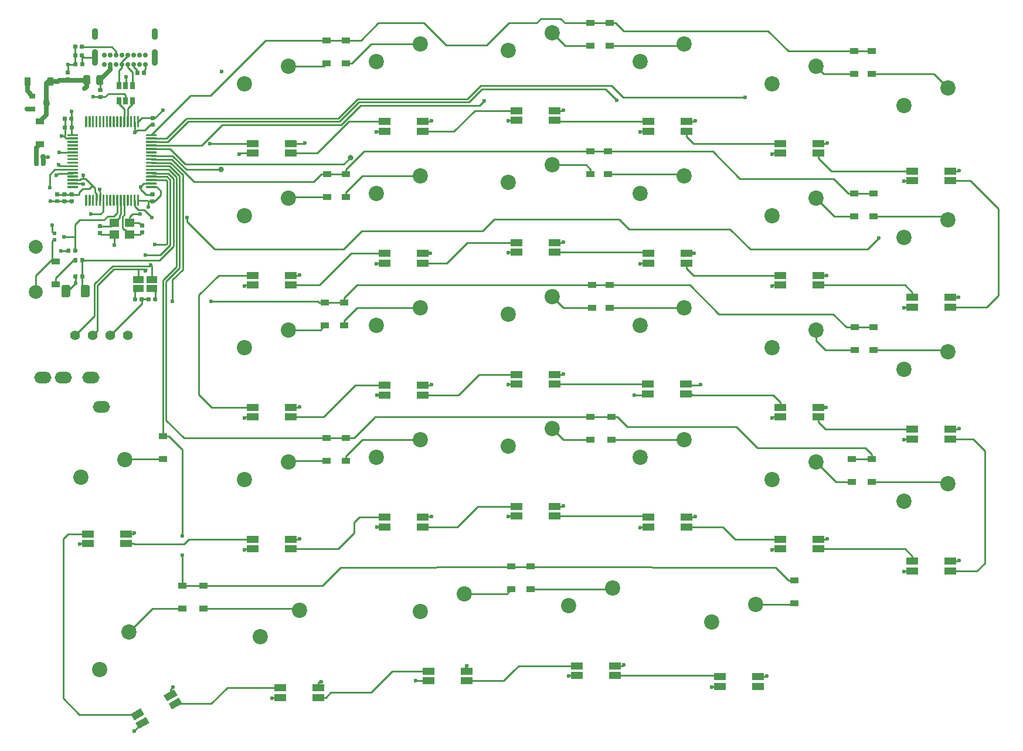
<source format=gbr>
G04 #@! TF.GenerationSoftware,KiCad,Pcbnew,5.1.5+dfsg1-2build2*
G04 #@! TF.CreationDate,2021-01-09T21:52:19+00:00*
G04 #@! TF.ProjectId,cynaroides,63796e61-726f-4696-9465-732e6b696361,rev?*
G04 #@! TF.SameCoordinates,Original*
G04 #@! TF.FileFunction,Copper,L4,Bot*
G04 #@! TF.FilePolarity,Positive*
%FSLAX46Y46*%
G04 Gerber Fmt 4.6, Leading zero omitted, Abs format (unit mm)*
G04 Created by KiCad (PCBNEW 5.1.5+dfsg1-2build2) date 2021-01-09 21:52:19*
%MOMM*%
%LPD*%
G04 APERTURE LIST*
%ADD10R,1.200000X0.900000*%
%ADD11R,0.600000X0.500000*%
%ADD12C,0.100000*%
%ADD13R,1.700000X1.000000*%
%ADD14R,1.500000X1.000000*%
%ADD15C,2.200000*%
%ADD16O,0.900000X1.700000*%
%ADD17O,0.900000X2.400000*%
%ADD18C,0.700000*%
%ADD19O,2.500000X1.700000*%
%ADD20C,1.397000*%
%ADD21R,1.400000X1.200000*%
%ADD22C,2.000000*%
%ADD23R,0.900000X0.800000*%
%ADD24R,0.900000X1.200000*%
%ADD25R,0.650000X1.060000*%
%ADD26C,0.600000*%
%ADD27C,0.800000*%
%ADD28C,0.250000*%
%ADD29C,0.635000*%
G04 APERTURE END LIST*
D10*
X48285400Y-43025600D03*
X48285400Y-39725600D03*
D11*
X51704000Y-56388000D03*
X50404000Y-55888000D03*
X50404000Y-56888000D03*
G04 #@! TA.AperFunction,SMDPad,CuDef*
D12*
G36*
X54517958Y-61834510D02*
G01*
X54532276Y-61836634D01*
X54546317Y-61840151D01*
X54559946Y-61845028D01*
X54573031Y-61851217D01*
X54585447Y-61858658D01*
X54597073Y-61867281D01*
X54607798Y-61877002D01*
X54617519Y-61887727D01*
X54626142Y-61899353D01*
X54633583Y-61911769D01*
X54639772Y-61924854D01*
X54644649Y-61938483D01*
X54648166Y-61952524D01*
X54650290Y-61966842D01*
X54651000Y-61981300D01*
X54651000Y-62326300D01*
X54650290Y-62340758D01*
X54648166Y-62355076D01*
X54644649Y-62369117D01*
X54639772Y-62382746D01*
X54633583Y-62395831D01*
X54626142Y-62408247D01*
X54617519Y-62419873D01*
X54607798Y-62430598D01*
X54597073Y-62440319D01*
X54585447Y-62448942D01*
X54573031Y-62456383D01*
X54559946Y-62462572D01*
X54546317Y-62467449D01*
X54532276Y-62470966D01*
X54517958Y-62473090D01*
X54503500Y-62473800D01*
X54208500Y-62473800D01*
X54194042Y-62473090D01*
X54179724Y-62470966D01*
X54165683Y-62467449D01*
X54152054Y-62462572D01*
X54138969Y-62456383D01*
X54126553Y-62448942D01*
X54114927Y-62440319D01*
X54104202Y-62430598D01*
X54094481Y-62419873D01*
X54085858Y-62408247D01*
X54078417Y-62395831D01*
X54072228Y-62382746D01*
X54067351Y-62369117D01*
X54063834Y-62355076D01*
X54061710Y-62340758D01*
X54061000Y-62326300D01*
X54061000Y-61981300D01*
X54061710Y-61966842D01*
X54063834Y-61952524D01*
X54067351Y-61938483D01*
X54072228Y-61924854D01*
X54078417Y-61911769D01*
X54085858Y-61899353D01*
X54094481Y-61887727D01*
X54104202Y-61877002D01*
X54114927Y-61867281D01*
X54126553Y-61858658D01*
X54138969Y-61851217D01*
X54152054Y-61845028D01*
X54165683Y-61840151D01*
X54179724Y-61836634D01*
X54194042Y-61834510D01*
X54208500Y-61833800D01*
X54503500Y-61833800D01*
X54517958Y-61834510D01*
G37*
G04 #@! TD.AperFunction*
G04 #@! TA.AperFunction,SMDPad,CuDef*
G36*
X53547958Y-61834510D02*
G01*
X53562276Y-61836634D01*
X53576317Y-61840151D01*
X53589946Y-61845028D01*
X53603031Y-61851217D01*
X53615447Y-61858658D01*
X53627073Y-61867281D01*
X53637798Y-61877002D01*
X53647519Y-61887727D01*
X53656142Y-61899353D01*
X53663583Y-61911769D01*
X53669772Y-61924854D01*
X53674649Y-61938483D01*
X53678166Y-61952524D01*
X53680290Y-61966842D01*
X53681000Y-61981300D01*
X53681000Y-62326300D01*
X53680290Y-62340758D01*
X53678166Y-62355076D01*
X53674649Y-62369117D01*
X53669772Y-62382746D01*
X53663583Y-62395831D01*
X53656142Y-62408247D01*
X53647519Y-62419873D01*
X53637798Y-62430598D01*
X53627073Y-62440319D01*
X53615447Y-62448942D01*
X53603031Y-62456383D01*
X53589946Y-62462572D01*
X53576317Y-62467449D01*
X53562276Y-62470966D01*
X53547958Y-62473090D01*
X53533500Y-62473800D01*
X53238500Y-62473800D01*
X53224042Y-62473090D01*
X53209724Y-62470966D01*
X53195683Y-62467449D01*
X53182054Y-62462572D01*
X53168969Y-62456383D01*
X53156553Y-62448942D01*
X53144927Y-62440319D01*
X53134202Y-62430598D01*
X53124481Y-62419873D01*
X53115858Y-62408247D01*
X53108417Y-62395831D01*
X53102228Y-62382746D01*
X53097351Y-62369117D01*
X53093834Y-62355076D01*
X53091710Y-62340758D01*
X53091000Y-62326300D01*
X53091000Y-61981300D01*
X53091710Y-61966842D01*
X53093834Y-61952524D01*
X53097351Y-61938483D01*
X53102228Y-61924854D01*
X53108417Y-61911769D01*
X53115858Y-61899353D01*
X53124481Y-61887727D01*
X53134202Y-61877002D01*
X53144927Y-61867281D01*
X53156553Y-61858658D01*
X53168969Y-61851217D01*
X53182054Y-61845028D01*
X53195683Y-61840151D01*
X53209724Y-61836634D01*
X53224042Y-61834510D01*
X53238500Y-61833800D01*
X53533500Y-61833800D01*
X53547958Y-61834510D01*
G37*
G04 #@! TD.AperFunction*
D13*
X84506250Y-42956250D03*
X84506250Y-44356250D03*
X79006250Y-42956250D03*
X79006250Y-44356250D03*
X103556250Y-39781250D03*
X103556250Y-41181250D03*
X98056250Y-39781250D03*
X98056250Y-41181250D03*
X122606250Y-38193750D03*
X122606250Y-39593750D03*
X117106250Y-38193750D03*
X117106250Y-39593750D03*
X141656250Y-39781250D03*
X141656250Y-41181250D03*
X136156250Y-39781250D03*
X136156250Y-41181250D03*
X160706250Y-42956250D03*
X160706250Y-44356250D03*
X155206250Y-42956250D03*
X155206250Y-44356250D03*
X179756250Y-46925000D03*
X179756250Y-48325000D03*
X174256250Y-46925000D03*
X174256250Y-48325000D03*
X174256250Y-66581250D03*
X174256250Y-65181250D03*
X179756250Y-66581250D03*
X179756250Y-65181250D03*
X155206250Y-63406250D03*
X155206250Y-62006250D03*
X160706250Y-63406250D03*
X160706250Y-62006250D03*
X136156250Y-60231250D03*
X136156250Y-58831250D03*
X141656250Y-60231250D03*
X141656250Y-58831250D03*
X117106250Y-58643750D03*
X117106250Y-57243750D03*
X122606250Y-58643750D03*
X122606250Y-57243750D03*
X98056250Y-60231250D03*
X98056250Y-58831250D03*
X103556250Y-60231250D03*
X103556250Y-58831250D03*
X79006250Y-63406250D03*
X79006250Y-62006250D03*
X84506250Y-63406250D03*
X84506250Y-62006250D03*
X84506250Y-81056250D03*
X84506250Y-82456250D03*
X79006250Y-81056250D03*
X79006250Y-82456250D03*
X103556250Y-77881250D03*
X103556250Y-79281250D03*
X98056250Y-77881250D03*
X98056250Y-79281250D03*
X122606250Y-76293750D03*
X122606250Y-77693750D03*
X117106250Y-76293750D03*
X117106250Y-77693750D03*
X141561000Y-77709800D03*
X141561000Y-79109800D03*
X136061000Y-77709800D03*
X136061000Y-79109800D03*
X160706250Y-81056250D03*
X160706250Y-82456250D03*
X155206250Y-81056250D03*
X155206250Y-82456250D03*
X179756250Y-84231250D03*
X179756250Y-85631250D03*
X174256250Y-84231250D03*
X174256250Y-85631250D03*
X174256250Y-104681250D03*
X174256250Y-103281250D03*
X179756250Y-104681250D03*
X179756250Y-103281250D03*
X155206250Y-101506250D03*
X155206250Y-100106250D03*
X160706250Y-101506250D03*
X160706250Y-100106250D03*
X136156250Y-98331250D03*
X136156250Y-96931250D03*
X141656250Y-98331250D03*
X141656250Y-96931250D03*
X117106250Y-96743750D03*
X117106250Y-95343750D03*
X122606250Y-96743750D03*
X122606250Y-95343750D03*
X98056250Y-98331250D03*
X98056250Y-96931250D03*
X103556250Y-98331250D03*
X103556250Y-96931250D03*
X79006250Y-101506250D03*
X79006250Y-100106250D03*
X84506250Y-101506250D03*
X84506250Y-100106250D03*
X55193750Y-100712500D03*
X55193750Y-99312500D03*
X60693750Y-100712500D03*
X60693750Y-99312500D03*
G04 #@! TA.AperFunction,SMDPad,CuDef*
D12*
G36*
X66632948Y-123495545D02*
G01*
X66132948Y-122629519D01*
X67605192Y-121779519D01*
X68105192Y-122645545D01*
X66632948Y-123495545D01*
G37*
G04 #@! TD.AperFunction*
G04 #@! TA.AperFunction,SMDPad,CuDef*
G36*
X67332948Y-124707981D02*
G01*
X66832948Y-123841955D01*
X68305192Y-122991955D01*
X68805192Y-123857981D01*
X67332948Y-124707981D01*
G37*
G04 #@! TD.AperFunction*
G04 #@! TA.AperFunction,SMDPad,CuDef*
G36*
X61869808Y-126245545D02*
G01*
X61369808Y-125379519D01*
X62842052Y-124529519D01*
X63342052Y-125395545D01*
X61869808Y-126245545D01*
G37*
G04 #@! TD.AperFunction*
G04 #@! TA.AperFunction,SMDPad,CuDef*
G36*
X62569808Y-127457981D02*
G01*
X62069808Y-126591955D01*
X63542052Y-125741955D01*
X64042052Y-126607981D01*
X62569808Y-127457981D01*
G37*
G04 #@! TD.AperFunction*
D13*
X88475000Y-121537500D03*
X88475000Y-122937500D03*
X82975000Y-121537500D03*
X82975000Y-122937500D03*
X109906250Y-119156250D03*
X109906250Y-120556250D03*
X104406250Y-119156250D03*
X104406250Y-120556250D03*
X131337500Y-118362500D03*
X131337500Y-119762500D03*
X125837500Y-118362500D03*
X125837500Y-119762500D03*
X151975000Y-119950000D03*
X151975000Y-121350000D03*
X146475000Y-119950000D03*
X146475000Y-121350000D03*
G04 #@! TA.AperFunction,SMDPad,CuDef*
D12*
G36*
X55193304Y-63388204D02*
G01*
X55217573Y-63391804D01*
X55241371Y-63397765D01*
X55264471Y-63406030D01*
X55286649Y-63416520D01*
X55307693Y-63429133D01*
X55327398Y-63443747D01*
X55345577Y-63460223D01*
X55362053Y-63478402D01*
X55376667Y-63498107D01*
X55389280Y-63519151D01*
X55399770Y-63541329D01*
X55408035Y-63564429D01*
X55413996Y-63588227D01*
X55417596Y-63612496D01*
X55418800Y-63637000D01*
X55418800Y-64887000D01*
X55417596Y-64911504D01*
X55413996Y-64935773D01*
X55408035Y-64959571D01*
X55399770Y-64982671D01*
X55389280Y-65004849D01*
X55376667Y-65025893D01*
X55362053Y-65045598D01*
X55345577Y-65063777D01*
X55327398Y-65080253D01*
X55307693Y-65094867D01*
X55286649Y-65107480D01*
X55264471Y-65117970D01*
X55241371Y-65126235D01*
X55217573Y-65132196D01*
X55193304Y-65135796D01*
X55168800Y-65137000D01*
X54418800Y-65137000D01*
X54394296Y-65135796D01*
X54370027Y-65132196D01*
X54346229Y-65126235D01*
X54323129Y-65117970D01*
X54300951Y-65107480D01*
X54279907Y-65094867D01*
X54260202Y-65080253D01*
X54242023Y-65063777D01*
X54225547Y-65045598D01*
X54210933Y-65025893D01*
X54198320Y-65004849D01*
X54187830Y-64982671D01*
X54179565Y-64959571D01*
X54173604Y-64935773D01*
X54170004Y-64911504D01*
X54168800Y-64887000D01*
X54168800Y-63637000D01*
X54170004Y-63612496D01*
X54173604Y-63588227D01*
X54179565Y-63564429D01*
X54187830Y-63541329D01*
X54198320Y-63519151D01*
X54210933Y-63498107D01*
X54225547Y-63478402D01*
X54242023Y-63460223D01*
X54260202Y-63443747D01*
X54279907Y-63429133D01*
X54300951Y-63416520D01*
X54323129Y-63406030D01*
X54346229Y-63397765D01*
X54370027Y-63391804D01*
X54394296Y-63388204D01*
X54418800Y-63387000D01*
X55168800Y-63387000D01*
X55193304Y-63388204D01*
G37*
G04 #@! TD.AperFunction*
G04 #@! TA.AperFunction,SMDPad,CuDef*
G36*
X52393304Y-63388204D02*
G01*
X52417573Y-63391804D01*
X52441371Y-63397765D01*
X52464471Y-63406030D01*
X52486649Y-63416520D01*
X52507693Y-63429133D01*
X52527398Y-63443747D01*
X52545577Y-63460223D01*
X52562053Y-63478402D01*
X52576667Y-63498107D01*
X52589280Y-63519151D01*
X52599770Y-63541329D01*
X52608035Y-63564429D01*
X52613996Y-63588227D01*
X52617596Y-63612496D01*
X52618800Y-63637000D01*
X52618800Y-64887000D01*
X52617596Y-64911504D01*
X52613996Y-64935773D01*
X52608035Y-64959571D01*
X52599770Y-64982671D01*
X52589280Y-65004849D01*
X52576667Y-65025893D01*
X52562053Y-65045598D01*
X52545577Y-65063777D01*
X52527398Y-65080253D01*
X52507693Y-65094867D01*
X52486649Y-65107480D01*
X52464471Y-65117970D01*
X52441371Y-65126235D01*
X52417573Y-65132196D01*
X52393304Y-65135796D01*
X52368800Y-65137000D01*
X51618800Y-65137000D01*
X51594296Y-65135796D01*
X51570027Y-65132196D01*
X51546229Y-65126235D01*
X51523129Y-65117970D01*
X51500951Y-65107480D01*
X51479907Y-65094867D01*
X51460202Y-65080253D01*
X51442023Y-65063777D01*
X51425547Y-65045598D01*
X51410933Y-65025893D01*
X51398320Y-65004849D01*
X51387830Y-64982671D01*
X51379565Y-64959571D01*
X51373604Y-64935773D01*
X51370004Y-64911504D01*
X51368800Y-64887000D01*
X51368800Y-63637000D01*
X51370004Y-63612496D01*
X51373604Y-63588227D01*
X51379565Y-63564429D01*
X51387830Y-63541329D01*
X51398320Y-63519151D01*
X51410933Y-63498107D01*
X51425547Y-63478402D01*
X51442023Y-63460223D01*
X51460202Y-63443747D01*
X51479907Y-63429133D01*
X51500951Y-63416520D01*
X51523129Y-63406030D01*
X51546229Y-63397765D01*
X51570027Y-63391804D01*
X51594296Y-63388204D01*
X51618800Y-63387000D01*
X52368800Y-63387000D01*
X52393304Y-63388204D01*
G37*
G04 #@! TD.AperFunction*
D14*
X62458600Y-63906400D03*
X62458600Y-62606400D03*
X64414400Y-63885600D03*
X64414400Y-62585600D03*
G04 #@! TA.AperFunction,SMDPad,CuDef*
D12*
G36*
X63107958Y-65111110D02*
G01*
X63122276Y-65113234D01*
X63136317Y-65116751D01*
X63149946Y-65121628D01*
X63163031Y-65127817D01*
X63175447Y-65135258D01*
X63187073Y-65143881D01*
X63197798Y-65153602D01*
X63207519Y-65164327D01*
X63216142Y-65175953D01*
X63223583Y-65188369D01*
X63229772Y-65201454D01*
X63234649Y-65215083D01*
X63238166Y-65229124D01*
X63240290Y-65243442D01*
X63241000Y-65257900D01*
X63241000Y-65602900D01*
X63240290Y-65617358D01*
X63238166Y-65631676D01*
X63234649Y-65645717D01*
X63229772Y-65659346D01*
X63223583Y-65672431D01*
X63216142Y-65684847D01*
X63207519Y-65696473D01*
X63197798Y-65707198D01*
X63187073Y-65716919D01*
X63175447Y-65725542D01*
X63163031Y-65732983D01*
X63149946Y-65739172D01*
X63136317Y-65744049D01*
X63122276Y-65747566D01*
X63107958Y-65749690D01*
X63093500Y-65750400D01*
X62798500Y-65750400D01*
X62784042Y-65749690D01*
X62769724Y-65747566D01*
X62755683Y-65744049D01*
X62742054Y-65739172D01*
X62728969Y-65732983D01*
X62716553Y-65725542D01*
X62704927Y-65716919D01*
X62694202Y-65707198D01*
X62684481Y-65696473D01*
X62675858Y-65684847D01*
X62668417Y-65672431D01*
X62662228Y-65659346D01*
X62657351Y-65645717D01*
X62653834Y-65631676D01*
X62651710Y-65617358D01*
X62651000Y-65602900D01*
X62651000Y-65257900D01*
X62651710Y-65243442D01*
X62653834Y-65229124D01*
X62657351Y-65215083D01*
X62662228Y-65201454D01*
X62668417Y-65188369D01*
X62675858Y-65175953D01*
X62684481Y-65164327D01*
X62694202Y-65153602D01*
X62704927Y-65143881D01*
X62716553Y-65135258D01*
X62728969Y-65127817D01*
X62742054Y-65121628D01*
X62755683Y-65116751D01*
X62769724Y-65113234D01*
X62784042Y-65111110D01*
X62798500Y-65110400D01*
X63093500Y-65110400D01*
X63107958Y-65111110D01*
G37*
G04 #@! TD.AperFunction*
G04 #@! TA.AperFunction,SMDPad,CuDef*
G36*
X62137958Y-65111110D02*
G01*
X62152276Y-65113234D01*
X62166317Y-65116751D01*
X62179946Y-65121628D01*
X62193031Y-65127817D01*
X62205447Y-65135258D01*
X62217073Y-65143881D01*
X62227798Y-65153602D01*
X62237519Y-65164327D01*
X62246142Y-65175953D01*
X62253583Y-65188369D01*
X62259772Y-65201454D01*
X62264649Y-65215083D01*
X62268166Y-65229124D01*
X62270290Y-65243442D01*
X62271000Y-65257900D01*
X62271000Y-65602900D01*
X62270290Y-65617358D01*
X62268166Y-65631676D01*
X62264649Y-65645717D01*
X62259772Y-65659346D01*
X62253583Y-65672431D01*
X62246142Y-65684847D01*
X62237519Y-65696473D01*
X62227798Y-65707198D01*
X62217073Y-65716919D01*
X62205447Y-65725542D01*
X62193031Y-65732983D01*
X62179946Y-65739172D01*
X62166317Y-65744049D01*
X62152276Y-65747566D01*
X62137958Y-65749690D01*
X62123500Y-65750400D01*
X61828500Y-65750400D01*
X61814042Y-65749690D01*
X61799724Y-65747566D01*
X61785683Y-65744049D01*
X61772054Y-65739172D01*
X61758969Y-65732983D01*
X61746553Y-65725542D01*
X61734927Y-65716919D01*
X61724202Y-65707198D01*
X61714481Y-65696473D01*
X61705858Y-65684847D01*
X61698417Y-65672431D01*
X61692228Y-65659346D01*
X61687351Y-65645717D01*
X61683834Y-65631676D01*
X61681710Y-65617358D01*
X61681000Y-65602900D01*
X61681000Y-65257900D01*
X61681710Y-65243442D01*
X61683834Y-65229124D01*
X61687351Y-65215083D01*
X61692228Y-65201454D01*
X61698417Y-65188369D01*
X61705858Y-65175953D01*
X61714481Y-65164327D01*
X61724202Y-65153602D01*
X61734927Y-65143881D01*
X61746553Y-65135258D01*
X61758969Y-65127817D01*
X61772054Y-65121628D01*
X61785683Y-65116751D01*
X61799724Y-65113234D01*
X61814042Y-65111110D01*
X61828500Y-65110400D01*
X62123500Y-65110400D01*
X62137958Y-65111110D01*
G37*
G04 #@! TD.AperFunction*
G04 #@! TA.AperFunction,SMDPad,CuDef*
G36*
X64091358Y-65111110D02*
G01*
X64105676Y-65113234D01*
X64119717Y-65116751D01*
X64133346Y-65121628D01*
X64146431Y-65127817D01*
X64158847Y-65135258D01*
X64170473Y-65143881D01*
X64181198Y-65153602D01*
X64190919Y-65164327D01*
X64199542Y-65175953D01*
X64206983Y-65188369D01*
X64213172Y-65201454D01*
X64218049Y-65215083D01*
X64221566Y-65229124D01*
X64223690Y-65243442D01*
X64224400Y-65257900D01*
X64224400Y-65602900D01*
X64223690Y-65617358D01*
X64221566Y-65631676D01*
X64218049Y-65645717D01*
X64213172Y-65659346D01*
X64206983Y-65672431D01*
X64199542Y-65684847D01*
X64190919Y-65696473D01*
X64181198Y-65707198D01*
X64170473Y-65716919D01*
X64158847Y-65725542D01*
X64146431Y-65732983D01*
X64133346Y-65739172D01*
X64119717Y-65744049D01*
X64105676Y-65747566D01*
X64091358Y-65749690D01*
X64076900Y-65750400D01*
X63781900Y-65750400D01*
X63767442Y-65749690D01*
X63753124Y-65747566D01*
X63739083Y-65744049D01*
X63725454Y-65739172D01*
X63712369Y-65732983D01*
X63699953Y-65725542D01*
X63688327Y-65716919D01*
X63677602Y-65707198D01*
X63667881Y-65696473D01*
X63659258Y-65684847D01*
X63651817Y-65672431D01*
X63645628Y-65659346D01*
X63640751Y-65645717D01*
X63637234Y-65631676D01*
X63635110Y-65617358D01*
X63634400Y-65602900D01*
X63634400Y-65257900D01*
X63635110Y-65243442D01*
X63637234Y-65229124D01*
X63640751Y-65215083D01*
X63645628Y-65201454D01*
X63651817Y-65188369D01*
X63659258Y-65175953D01*
X63667881Y-65164327D01*
X63677602Y-65153602D01*
X63688327Y-65143881D01*
X63699953Y-65135258D01*
X63712369Y-65127817D01*
X63725454Y-65121628D01*
X63739083Y-65116751D01*
X63753124Y-65113234D01*
X63767442Y-65111110D01*
X63781900Y-65110400D01*
X64076900Y-65110400D01*
X64091358Y-65111110D01*
G37*
G04 #@! TD.AperFunction*
G04 #@! TA.AperFunction,SMDPad,CuDef*
G36*
X65061358Y-65111110D02*
G01*
X65075676Y-65113234D01*
X65089717Y-65116751D01*
X65103346Y-65121628D01*
X65116431Y-65127817D01*
X65128847Y-65135258D01*
X65140473Y-65143881D01*
X65151198Y-65153602D01*
X65160919Y-65164327D01*
X65169542Y-65175953D01*
X65176983Y-65188369D01*
X65183172Y-65201454D01*
X65188049Y-65215083D01*
X65191566Y-65229124D01*
X65193690Y-65243442D01*
X65194400Y-65257900D01*
X65194400Y-65602900D01*
X65193690Y-65617358D01*
X65191566Y-65631676D01*
X65188049Y-65645717D01*
X65183172Y-65659346D01*
X65176983Y-65672431D01*
X65169542Y-65684847D01*
X65160919Y-65696473D01*
X65151198Y-65707198D01*
X65140473Y-65716919D01*
X65128847Y-65725542D01*
X65116431Y-65732983D01*
X65103346Y-65739172D01*
X65089717Y-65744049D01*
X65075676Y-65747566D01*
X65061358Y-65749690D01*
X65046900Y-65750400D01*
X64751900Y-65750400D01*
X64737442Y-65749690D01*
X64723124Y-65747566D01*
X64709083Y-65744049D01*
X64695454Y-65739172D01*
X64682369Y-65732983D01*
X64669953Y-65725542D01*
X64658327Y-65716919D01*
X64647602Y-65707198D01*
X64637881Y-65696473D01*
X64629258Y-65684847D01*
X64621817Y-65672431D01*
X64615628Y-65659346D01*
X64610751Y-65645717D01*
X64607234Y-65631676D01*
X64605110Y-65617358D01*
X64604400Y-65602900D01*
X64604400Y-65257900D01*
X64605110Y-65243442D01*
X64607234Y-65229124D01*
X64610751Y-65215083D01*
X64615628Y-65201454D01*
X64621817Y-65188369D01*
X64629258Y-65175953D01*
X64637881Y-65164327D01*
X64647602Y-65153602D01*
X64658327Y-65143881D01*
X64669953Y-65135258D01*
X64682369Y-65127817D01*
X64695454Y-65121628D01*
X64709083Y-65116751D01*
X64723124Y-65113234D01*
X64737442Y-65111110D01*
X64751900Y-65110400D01*
X65046900Y-65110400D01*
X65061358Y-65111110D01*
G37*
G04 #@! TD.AperFunction*
D10*
X89756250Y-50672000D03*
X89756250Y-47372000D03*
X130302000Y-47370000D03*
X130302000Y-44070000D03*
X92456000Y-31368000D03*
X92456000Y-28068000D03*
X71882000Y-110108000D03*
X71882000Y-106808000D03*
D15*
X96837500Y-50165000D03*
X103187500Y-47625000D03*
X115887500Y-48577500D03*
X122237500Y-46037500D03*
X134937500Y-50165000D03*
X141287500Y-47625000D03*
X153987500Y-53340000D03*
X160337500Y-50800000D03*
X77787500Y-72390000D03*
X84137500Y-69850000D03*
X96837500Y-69215000D03*
X103187500Y-66675000D03*
X115887500Y-67627500D03*
X122237500Y-65087500D03*
X134937500Y-69215000D03*
X141287500Y-66675000D03*
X153987500Y-72390000D03*
X160337500Y-69850000D03*
D10*
X130810000Y-85724000D03*
X130810000Y-82424000D03*
X165862000Y-32892000D03*
X165862000Y-29592000D03*
X165956250Y-72770000D03*
X165956250Y-69470000D03*
X165481000Y-91820000D03*
X165481000Y-88520000D03*
D15*
X134937500Y-88265000D03*
X141287500Y-85725000D03*
X153987500Y-91440000D03*
X160337500Y-88900000D03*
D10*
X92202000Y-69214000D03*
X92202000Y-65914000D03*
X89662000Y-31368000D03*
X89662000Y-28068000D03*
X165862000Y-53466000D03*
X165862000Y-50166000D03*
D15*
X80041858Y-114135984D03*
X85725000Y-110331250D03*
X103187500Y-110490000D03*
X109537500Y-107950000D03*
X124618750Y-109696250D03*
X130968750Y-107156250D03*
X145256250Y-112077500D03*
X151606250Y-109537500D03*
D10*
X128016000Y-66674000D03*
X128016000Y-63374000D03*
X130556000Y-66674000D03*
X130556000Y-63374000D03*
D15*
X115887500Y-86677500D03*
X122237500Y-84137500D03*
D10*
X92456000Y-88772000D03*
X92456000Y-85472000D03*
X127762000Y-85724000D03*
X127762000Y-82424000D03*
X92456000Y-50672000D03*
X92456000Y-47372000D03*
D15*
X77787500Y-34290000D03*
X84137500Y-31750000D03*
X153987500Y-34290000D03*
X160337500Y-31750000D03*
X77787500Y-53340000D03*
X84137500Y-50800000D03*
X96837500Y-88265000D03*
X103187500Y-85725000D03*
X77787500Y-91440000D03*
X84137500Y-88900000D03*
D10*
X127762000Y-47370000D03*
X127762000Y-44070000D03*
X116332000Y-107314000D03*
X116332000Y-104014000D03*
X119126000Y-107314000D03*
X119126000Y-104014000D03*
X157226000Y-109346000D03*
X157226000Y-106046000D03*
X89408000Y-69214000D03*
X89408000Y-65914000D03*
X168402000Y-32892000D03*
X168402000Y-29592000D03*
X89662000Y-88772000D03*
X89662000Y-85472000D03*
D16*
X56200000Y-27136000D03*
X64850000Y-27136000D03*
D17*
X56200000Y-30516000D03*
X64850000Y-30516000D03*
D18*
X60100000Y-30146000D03*
X57550000Y-30146000D03*
X58400000Y-30146000D03*
X59250000Y-30146000D03*
X63500000Y-30146000D03*
X61800000Y-30146000D03*
X60950000Y-30146000D03*
X62650000Y-30146000D03*
X57550000Y-31496000D03*
X58400000Y-31496000D03*
X59250000Y-31496000D03*
X60100000Y-31496000D03*
X60950000Y-31496000D03*
X61800000Y-31496000D03*
X62650000Y-31496000D03*
X63500000Y-31496000D03*
D19*
X57150000Y-80962500D03*
X55650000Y-76762500D03*
X51650000Y-76762500D03*
X48650000Y-76762500D03*
D20*
X60960000Y-70643750D03*
X58420000Y-70643750D03*
X55880000Y-70643750D03*
X53340000Y-70643750D03*
D21*
X61214000Y-54356000D03*
X59014000Y-54356000D03*
X59014000Y-56056000D03*
X61214000Y-56056000D03*
D22*
X47625000Y-64368750D03*
X47625000Y-57868750D03*
D23*
X49167800Y-37048400D03*
X47167800Y-36098400D03*
X47167800Y-37998400D03*
D15*
X56889489Y-118880955D03*
X61118750Y-113506250D03*
X54133750Y-91122500D03*
X60483750Y-88582500D03*
X173037500Y-94615000D03*
X179387500Y-92075000D03*
X173037500Y-75565000D03*
X179387500Y-73025000D03*
X173037500Y-56515000D03*
X179387500Y-53975000D03*
X173037500Y-37465000D03*
X179387500Y-34925000D03*
X134937500Y-31115000D03*
X141287500Y-28575000D03*
X115887500Y-29527500D03*
X122237500Y-26987500D03*
X96837500Y-31115000D03*
X103187500Y-28575000D03*
G04 #@! TA.AperFunction,SMDPad,CuDef*
D12*
G36*
X53547958Y-59472310D02*
G01*
X53562276Y-59474434D01*
X53576317Y-59477951D01*
X53589946Y-59482828D01*
X53603031Y-59489017D01*
X53615447Y-59496458D01*
X53627073Y-59505081D01*
X53637798Y-59514802D01*
X53647519Y-59525527D01*
X53656142Y-59537153D01*
X53663583Y-59549569D01*
X53669772Y-59562654D01*
X53674649Y-59576283D01*
X53678166Y-59590324D01*
X53680290Y-59604642D01*
X53681000Y-59619100D01*
X53681000Y-59964100D01*
X53680290Y-59978558D01*
X53678166Y-59992876D01*
X53674649Y-60006917D01*
X53669772Y-60020546D01*
X53663583Y-60033631D01*
X53656142Y-60046047D01*
X53647519Y-60057673D01*
X53637798Y-60068398D01*
X53627073Y-60078119D01*
X53615447Y-60086742D01*
X53603031Y-60094183D01*
X53589946Y-60100372D01*
X53576317Y-60105249D01*
X53562276Y-60108766D01*
X53547958Y-60110890D01*
X53533500Y-60111600D01*
X53238500Y-60111600D01*
X53224042Y-60110890D01*
X53209724Y-60108766D01*
X53195683Y-60105249D01*
X53182054Y-60100372D01*
X53168969Y-60094183D01*
X53156553Y-60086742D01*
X53144927Y-60078119D01*
X53134202Y-60068398D01*
X53124481Y-60057673D01*
X53115858Y-60046047D01*
X53108417Y-60033631D01*
X53102228Y-60020546D01*
X53097351Y-60006917D01*
X53093834Y-59992876D01*
X53091710Y-59978558D01*
X53091000Y-59964100D01*
X53091000Y-59619100D01*
X53091710Y-59604642D01*
X53093834Y-59590324D01*
X53097351Y-59576283D01*
X53102228Y-59562654D01*
X53108417Y-59549569D01*
X53115858Y-59537153D01*
X53124481Y-59525527D01*
X53134202Y-59514802D01*
X53144927Y-59505081D01*
X53156553Y-59496458D01*
X53168969Y-59489017D01*
X53182054Y-59482828D01*
X53195683Y-59477951D01*
X53209724Y-59474434D01*
X53224042Y-59472310D01*
X53238500Y-59471600D01*
X53533500Y-59471600D01*
X53547958Y-59472310D01*
G37*
G04 #@! TD.AperFunction*
G04 #@! TA.AperFunction,SMDPad,CuDef*
G36*
X54517958Y-59472310D02*
G01*
X54532276Y-59474434D01*
X54546317Y-59477951D01*
X54559946Y-59482828D01*
X54573031Y-59489017D01*
X54585447Y-59496458D01*
X54597073Y-59505081D01*
X54607798Y-59514802D01*
X54617519Y-59525527D01*
X54626142Y-59537153D01*
X54633583Y-59549569D01*
X54639772Y-59562654D01*
X54644649Y-59576283D01*
X54648166Y-59590324D01*
X54650290Y-59604642D01*
X54651000Y-59619100D01*
X54651000Y-59964100D01*
X54650290Y-59978558D01*
X54648166Y-59992876D01*
X54644649Y-60006917D01*
X54639772Y-60020546D01*
X54633583Y-60033631D01*
X54626142Y-60046047D01*
X54617519Y-60057673D01*
X54607798Y-60068398D01*
X54597073Y-60078119D01*
X54585447Y-60086742D01*
X54573031Y-60094183D01*
X54559946Y-60100372D01*
X54546317Y-60105249D01*
X54532276Y-60108766D01*
X54517958Y-60110890D01*
X54503500Y-60111600D01*
X54208500Y-60111600D01*
X54194042Y-60110890D01*
X54179724Y-60108766D01*
X54165683Y-60105249D01*
X54152054Y-60100372D01*
X54138969Y-60094183D01*
X54126553Y-60086742D01*
X54114927Y-60078119D01*
X54104202Y-60068398D01*
X54094481Y-60057673D01*
X54085858Y-60046047D01*
X54078417Y-60033631D01*
X54072228Y-60020546D01*
X54067351Y-60006917D01*
X54063834Y-59992876D01*
X54061710Y-59978558D01*
X54061000Y-59964100D01*
X54061000Y-59619100D01*
X54061710Y-59604642D01*
X54063834Y-59590324D01*
X54067351Y-59576283D01*
X54072228Y-59562654D01*
X54078417Y-59549569D01*
X54085858Y-59537153D01*
X54094481Y-59525527D01*
X54104202Y-59514802D01*
X54114927Y-59505081D01*
X54126553Y-59496458D01*
X54138969Y-59489017D01*
X54152054Y-59482828D01*
X54165683Y-59477951D01*
X54179724Y-59474434D01*
X54194042Y-59472310D01*
X54208500Y-59471600D01*
X54503500Y-59471600D01*
X54517958Y-59472310D01*
G37*
G04 #@! TD.AperFunction*
G04 #@! TA.AperFunction,SMDPad,CuDef*
G36*
X57163642Y-33083174D02*
G01*
X57187303Y-33086684D01*
X57210507Y-33092496D01*
X57233029Y-33100554D01*
X57254653Y-33110782D01*
X57275170Y-33123079D01*
X57294383Y-33137329D01*
X57312107Y-33153393D01*
X57328171Y-33171117D01*
X57342421Y-33190330D01*
X57354718Y-33210847D01*
X57364946Y-33232471D01*
X57373004Y-33254993D01*
X57378816Y-33278197D01*
X57382326Y-33301858D01*
X57383500Y-33325750D01*
X57383500Y-34238250D01*
X57382326Y-34262142D01*
X57378816Y-34285803D01*
X57373004Y-34309007D01*
X57364946Y-34331529D01*
X57354718Y-34353153D01*
X57342421Y-34373670D01*
X57328171Y-34392883D01*
X57312107Y-34410607D01*
X57294383Y-34426671D01*
X57275170Y-34440921D01*
X57254653Y-34453218D01*
X57233029Y-34463446D01*
X57210507Y-34471504D01*
X57187303Y-34477316D01*
X57163642Y-34480826D01*
X57139750Y-34482000D01*
X56652250Y-34482000D01*
X56628358Y-34480826D01*
X56604697Y-34477316D01*
X56581493Y-34471504D01*
X56558971Y-34463446D01*
X56537347Y-34453218D01*
X56516830Y-34440921D01*
X56497617Y-34426671D01*
X56479893Y-34410607D01*
X56463829Y-34392883D01*
X56449579Y-34373670D01*
X56437282Y-34353153D01*
X56427054Y-34331529D01*
X56418996Y-34309007D01*
X56413184Y-34285803D01*
X56409674Y-34262142D01*
X56408500Y-34238250D01*
X56408500Y-33325750D01*
X56409674Y-33301858D01*
X56413184Y-33278197D01*
X56418996Y-33254993D01*
X56427054Y-33232471D01*
X56437282Y-33210847D01*
X56449579Y-33190330D01*
X56463829Y-33171117D01*
X56479893Y-33153393D01*
X56497617Y-33137329D01*
X56516830Y-33123079D01*
X56537347Y-33110782D01*
X56558971Y-33100554D01*
X56581493Y-33092496D01*
X56604697Y-33086684D01*
X56628358Y-33083174D01*
X56652250Y-33082000D01*
X57139750Y-33082000D01*
X57163642Y-33083174D01*
G37*
G04 #@! TD.AperFunction*
G04 #@! TA.AperFunction,SMDPad,CuDef*
G36*
X55288642Y-33083174D02*
G01*
X55312303Y-33086684D01*
X55335507Y-33092496D01*
X55358029Y-33100554D01*
X55379653Y-33110782D01*
X55400170Y-33123079D01*
X55419383Y-33137329D01*
X55437107Y-33153393D01*
X55453171Y-33171117D01*
X55467421Y-33190330D01*
X55479718Y-33210847D01*
X55489946Y-33232471D01*
X55498004Y-33254993D01*
X55503816Y-33278197D01*
X55507326Y-33301858D01*
X55508500Y-33325750D01*
X55508500Y-34238250D01*
X55507326Y-34262142D01*
X55503816Y-34285803D01*
X55498004Y-34309007D01*
X55489946Y-34331529D01*
X55479718Y-34353153D01*
X55467421Y-34373670D01*
X55453171Y-34392883D01*
X55437107Y-34410607D01*
X55419383Y-34426671D01*
X55400170Y-34440921D01*
X55379653Y-34453218D01*
X55358029Y-34463446D01*
X55335507Y-34471504D01*
X55312303Y-34477316D01*
X55288642Y-34480826D01*
X55264750Y-34482000D01*
X54777250Y-34482000D01*
X54753358Y-34480826D01*
X54729697Y-34477316D01*
X54706493Y-34471504D01*
X54683971Y-34463446D01*
X54662347Y-34453218D01*
X54641830Y-34440921D01*
X54622617Y-34426671D01*
X54604893Y-34410607D01*
X54588829Y-34392883D01*
X54574579Y-34373670D01*
X54562282Y-34353153D01*
X54552054Y-34331529D01*
X54543996Y-34309007D01*
X54538184Y-34285803D01*
X54534674Y-34262142D01*
X54533500Y-34238250D01*
X54533500Y-33325750D01*
X54534674Y-33301858D01*
X54538184Y-33278197D01*
X54543996Y-33254993D01*
X54552054Y-33232471D01*
X54562282Y-33210847D01*
X54574579Y-33190330D01*
X54588829Y-33171117D01*
X54604893Y-33153393D01*
X54622617Y-33137329D01*
X54641830Y-33123079D01*
X54662347Y-33110782D01*
X54683971Y-33100554D01*
X54706493Y-33092496D01*
X54729697Y-33086684D01*
X54753358Y-33083174D01*
X54777250Y-33082000D01*
X55264750Y-33082000D01*
X55288642Y-33083174D01*
G37*
G04 #@! TD.AperFunction*
D10*
X68834000Y-110108000D03*
X68834000Y-106808000D03*
X66040000Y-88518000D03*
X66040000Y-85218000D03*
X168402000Y-91820000D03*
X168402000Y-88520000D03*
X168656000Y-72770000D03*
X168656000Y-69470000D03*
X168656000Y-53466000D03*
X168656000Y-50166000D03*
X130556000Y-28828000D03*
X130556000Y-25528000D03*
X127762000Y-28828000D03*
X127762000Y-25528000D03*
X50546000Y-59946000D03*
X50546000Y-63246000D03*
D24*
X46457600Y-33959800D03*
X49757600Y-33959800D03*
G04 #@! TA.AperFunction,SMDPad,CuDef*
D12*
G36*
X57105958Y-55562710D02*
G01*
X57120276Y-55564834D01*
X57134317Y-55568351D01*
X57147946Y-55573228D01*
X57161031Y-55579417D01*
X57173447Y-55586858D01*
X57185073Y-55595481D01*
X57195798Y-55605202D01*
X57205519Y-55615927D01*
X57214142Y-55627553D01*
X57221583Y-55639969D01*
X57227772Y-55653054D01*
X57232649Y-55666683D01*
X57236166Y-55680724D01*
X57238290Y-55695042D01*
X57239000Y-55709500D01*
X57239000Y-56004500D01*
X57238290Y-56018958D01*
X57236166Y-56033276D01*
X57232649Y-56047317D01*
X57227772Y-56060946D01*
X57221583Y-56074031D01*
X57214142Y-56086447D01*
X57205519Y-56098073D01*
X57195798Y-56108798D01*
X57185073Y-56118519D01*
X57173447Y-56127142D01*
X57161031Y-56134583D01*
X57147946Y-56140772D01*
X57134317Y-56145649D01*
X57120276Y-56149166D01*
X57105958Y-56151290D01*
X57091500Y-56152000D01*
X56746500Y-56152000D01*
X56732042Y-56151290D01*
X56717724Y-56149166D01*
X56703683Y-56145649D01*
X56690054Y-56140772D01*
X56676969Y-56134583D01*
X56664553Y-56127142D01*
X56652927Y-56118519D01*
X56642202Y-56108798D01*
X56632481Y-56098073D01*
X56623858Y-56086447D01*
X56616417Y-56074031D01*
X56610228Y-56060946D01*
X56605351Y-56047317D01*
X56601834Y-56033276D01*
X56599710Y-56018958D01*
X56599000Y-56004500D01*
X56599000Y-55709500D01*
X56599710Y-55695042D01*
X56601834Y-55680724D01*
X56605351Y-55666683D01*
X56610228Y-55653054D01*
X56616417Y-55639969D01*
X56623858Y-55627553D01*
X56632481Y-55615927D01*
X56642202Y-55605202D01*
X56652927Y-55595481D01*
X56664553Y-55586858D01*
X56676969Y-55579417D01*
X56690054Y-55573228D01*
X56703683Y-55568351D01*
X56717724Y-55564834D01*
X56732042Y-55562710D01*
X56746500Y-55562000D01*
X57091500Y-55562000D01*
X57105958Y-55562710D01*
G37*
G04 #@! TD.AperFunction*
G04 #@! TA.AperFunction,SMDPad,CuDef*
G36*
X57105958Y-54592710D02*
G01*
X57120276Y-54594834D01*
X57134317Y-54598351D01*
X57147946Y-54603228D01*
X57161031Y-54609417D01*
X57173447Y-54616858D01*
X57185073Y-54625481D01*
X57195798Y-54635202D01*
X57205519Y-54645927D01*
X57214142Y-54657553D01*
X57221583Y-54669969D01*
X57227772Y-54683054D01*
X57232649Y-54696683D01*
X57236166Y-54710724D01*
X57238290Y-54725042D01*
X57239000Y-54739500D01*
X57239000Y-55034500D01*
X57238290Y-55048958D01*
X57236166Y-55063276D01*
X57232649Y-55077317D01*
X57227772Y-55090946D01*
X57221583Y-55104031D01*
X57214142Y-55116447D01*
X57205519Y-55128073D01*
X57195798Y-55138798D01*
X57185073Y-55148519D01*
X57173447Y-55157142D01*
X57161031Y-55164583D01*
X57147946Y-55170772D01*
X57134317Y-55175649D01*
X57120276Y-55179166D01*
X57105958Y-55181290D01*
X57091500Y-55182000D01*
X56746500Y-55182000D01*
X56732042Y-55181290D01*
X56717724Y-55179166D01*
X56703683Y-55175649D01*
X56690054Y-55170772D01*
X56676969Y-55164583D01*
X56664553Y-55157142D01*
X56652927Y-55148519D01*
X56642202Y-55138798D01*
X56632481Y-55128073D01*
X56623858Y-55116447D01*
X56616417Y-55104031D01*
X56610228Y-55090946D01*
X56605351Y-55077317D01*
X56601834Y-55063276D01*
X56599710Y-55048958D01*
X56599000Y-55034500D01*
X56599000Y-54739500D01*
X56599710Y-54725042D01*
X56601834Y-54710724D01*
X56605351Y-54696683D01*
X56610228Y-54683054D01*
X56616417Y-54669969D01*
X56623858Y-54657553D01*
X56632481Y-54645927D01*
X56642202Y-54635202D01*
X56652927Y-54625481D01*
X56664553Y-54616858D01*
X56676969Y-54609417D01*
X56690054Y-54603228D01*
X56703683Y-54598351D01*
X56717724Y-54594834D01*
X56732042Y-54592710D01*
X56746500Y-54592000D01*
X57091500Y-54592000D01*
X57105958Y-54592710D01*
G37*
G04 #@! TD.AperFunction*
G04 #@! TA.AperFunction,SMDPad,CuDef*
G36*
X63204358Y-54491110D02*
G01*
X63218676Y-54493234D01*
X63232717Y-54496751D01*
X63246346Y-54501628D01*
X63259431Y-54507817D01*
X63271847Y-54515258D01*
X63283473Y-54523881D01*
X63294198Y-54533602D01*
X63303919Y-54544327D01*
X63312542Y-54555953D01*
X63319983Y-54568369D01*
X63326172Y-54581454D01*
X63331049Y-54595083D01*
X63334566Y-54609124D01*
X63336690Y-54623442D01*
X63337400Y-54637900D01*
X63337400Y-54932900D01*
X63336690Y-54947358D01*
X63334566Y-54961676D01*
X63331049Y-54975717D01*
X63326172Y-54989346D01*
X63319983Y-55002431D01*
X63312542Y-55014847D01*
X63303919Y-55026473D01*
X63294198Y-55037198D01*
X63283473Y-55046919D01*
X63271847Y-55055542D01*
X63259431Y-55062983D01*
X63246346Y-55069172D01*
X63232717Y-55074049D01*
X63218676Y-55077566D01*
X63204358Y-55079690D01*
X63189900Y-55080400D01*
X62844900Y-55080400D01*
X62830442Y-55079690D01*
X62816124Y-55077566D01*
X62802083Y-55074049D01*
X62788454Y-55069172D01*
X62775369Y-55062983D01*
X62762953Y-55055542D01*
X62751327Y-55046919D01*
X62740602Y-55037198D01*
X62730881Y-55026473D01*
X62722258Y-55014847D01*
X62714817Y-55002431D01*
X62708628Y-54989346D01*
X62703751Y-54975717D01*
X62700234Y-54961676D01*
X62698110Y-54947358D01*
X62697400Y-54932900D01*
X62697400Y-54637900D01*
X62698110Y-54623442D01*
X62700234Y-54609124D01*
X62703751Y-54595083D01*
X62708628Y-54581454D01*
X62714817Y-54568369D01*
X62722258Y-54555953D01*
X62730881Y-54544327D01*
X62740602Y-54533602D01*
X62751327Y-54523881D01*
X62762953Y-54515258D01*
X62775369Y-54507817D01*
X62788454Y-54501628D01*
X62802083Y-54496751D01*
X62816124Y-54493234D01*
X62830442Y-54491110D01*
X62844900Y-54490400D01*
X63189900Y-54490400D01*
X63204358Y-54491110D01*
G37*
G04 #@! TD.AperFunction*
G04 #@! TA.AperFunction,SMDPad,CuDef*
G36*
X63204358Y-55461110D02*
G01*
X63218676Y-55463234D01*
X63232717Y-55466751D01*
X63246346Y-55471628D01*
X63259431Y-55477817D01*
X63271847Y-55485258D01*
X63283473Y-55493881D01*
X63294198Y-55503602D01*
X63303919Y-55514327D01*
X63312542Y-55525953D01*
X63319983Y-55538369D01*
X63326172Y-55551454D01*
X63331049Y-55565083D01*
X63334566Y-55579124D01*
X63336690Y-55593442D01*
X63337400Y-55607900D01*
X63337400Y-55902900D01*
X63336690Y-55917358D01*
X63334566Y-55931676D01*
X63331049Y-55945717D01*
X63326172Y-55959346D01*
X63319983Y-55972431D01*
X63312542Y-55984847D01*
X63303919Y-55996473D01*
X63294198Y-56007198D01*
X63283473Y-56016919D01*
X63271847Y-56025542D01*
X63259431Y-56032983D01*
X63246346Y-56039172D01*
X63232717Y-56044049D01*
X63218676Y-56047566D01*
X63204358Y-56049690D01*
X63189900Y-56050400D01*
X62844900Y-56050400D01*
X62830442Y-56049690D01*
X62816124Y-56047566D01*
X62802083Y-56044049D01*
X62788454Y-56039172D01*
X62775369Y-56032983D01*
X62762953Y-56025542D01*
X62751327Y-56016919D01*
X62740602Y-56007198D01*
X62730881Y-55996473D01*
X62722258Y-55984847D01*
X62714817Y-55972431D01*
X62708628Y-55959346D01*
X62703751Y-55945717D01*
X62700234Y-55931676D01*
X62698110Y-55917358D01*
X62697400Y-55902900D01*
X62697400Y-55607900D01*
X62698110Y-55593442D01*
X62700234Y-55579124D01*
X62703751Y-55565083D01*
X62708628Y-55551454D01*
X62714817Y-55538369D01*
X62722258Y-55525953D01*
X62730881Y-55514327D01*
X62740602Y-55503602D01*
X62751327Y-55493881D01*
X62762953Y-55485258D01*
X62775369Y-55477817D01*
X62788454Y-55471628D01*
X62802083Y-55466751D01*
X62816124Y-55463234D01*
X62830442Y-55461110D01*
X62844900Y-55460400D01*
X63189900Y-55460400D01*
X63204358Y-55461110D01*
G37*
G04 #@! TD.AperFunction*
G04 #@! TA.AperFunction,SMDPad,CuDef*
G36*
X53501958Y-58100710D02*
G01*
X53516276Y-58102834D01*
X53530317Y-58106351D01*
X53543946Y-58111228D01*
X53557031Y-58117417D01*
X53569447Y-58124858D01*
X53581073Y-58133481D01*
X53591798Y-58143202D01*
X53601519Y-58153927D01*
X53610142Y-58165553D01*
X53617583Y-58177969D01*
X53623772Y-58191054D01*
X53628649Y-58204683D01*
X53632166Y-58218724D01*
X53634290Y-58233042D01*
X53635000Y-58247500D01*
X53635000Y-58592500D01*
X53634290Y-58606958D01*
X53632166Y-58621276D01*
X53628649Y-58635317D01*
X53623772Y-58648946D01*
X53617583Y-58662031D01*
X53610142Y-58674447D01*
X53601519Y-58686073D01*
X53591798Y-58696798D01*
X53581073Y-58706519D01*
X53569447Y-58715142D01*
X53557031Y-58722583D01*
X53543946Y-58728772D01*
X53530317Y-58733649D01*
X53516276Y-58737166D01*
X53501958Y-58739290D01*
X53487500Y-58740000D01*
X53192500Y-58740000D01*
X53178042Y-58739290D01*
X53163724Y-58737166D01*
X53149683Y-58733649D01*
X53136054Y-58728772D01*
X53122969Y-58722583D01*
X53110553Y-58715142D01*
X53098927Y-58706519D01*
X53088202Y-58696798D01*
X53078481Y-58686073D01*
X53069858Y-58674447D01*
X53062417Y-58662031D01*
X53056228Y-58648946D01*
X53051351Y-58635317D01*
X53047834Y-58621276D01*
X53045710Y-58606958D01*
X53045000Y-58592500D01*
X53045000Y-58247500D01*
X53045710Y-58233042D01*
X53047834Y-58218724D01*
X53051351Y-58204683D01*
X53056228Y-58191054D01*
X53062417Y-58177969D01*
X53069858Y-58165553D01*
X53078481Y-58153927D01*
X53088202Y-58143202D01*
X53098927Y-58133481D01*
X53110553Y-58124858D01*
X53122969Y-58117417D01*
X53136054Y-58111228D01*
X53149683Y-58106351D01*
X53163724Y-58102834D01*
X53178042Y-58100710D01*
X53192500Y-58100000D01*
X53487500Y-58100000D01*
X53501958Y-58100710D01*
G37*
G04 #@! TD.AperFunction*
G04 #@! TA.AperFunction,SMDPad,CuDef*
G36*
X52531958Y-58100710D02*
G01*
X52546276Y-58102834D01*
X52560317Y-58106351D01*
X52573946Y-58111228D01*
X52587031Y-58117417D01*
X52599447Y-58124858D01*
X52611073Y-58133481D01*
X52621798Y-58143202D01*
X52631519Y-58153927D01*
X52640142Y-58165553D01*
X52647583Y-58177969D01*
X52653772Y-58191054D01*
X52658649Y-58204683D01*
X52662166Y-58218724D01*
X52664290Y-58233042D01*
X52665000Y-58247500D01*
X52665000Y-58592500D01*
X52664290Y-58606958D01*
X52662166Y-58621276D01*
X52658649Y-58635317D01*
X52653772Y-58648946D01*
X52647583Y-58662031D01*
X52640142Y-58674447D01*
X52631519Y-58686073D01*
X52621798Y-58696798D01*
X52611073Y-58706519D01*
X52599447Y-58715142D01*
X52587031Y-58722583D01*
X52573946Y-58728772D01*
X52560317Y-58733649D01*
X52546276Y-58737166D01*
X52531958Y-58739290D01*
X52517500Y-58740000D01*
X52222500Y-58740000D01*
X52208042Y-58739290D01*
X52193724Y-58737166D01*
X52179683Y-58733649D01*
X52166054Y-58728772D01*
X52152969Y-58722583D01*
X52140553Y-58715142D01*
X52128927Y-58706519D01*
X52118202Y-58696798D01*
X52108481Y-58686073D01*
X52099858Y-58674447D01*
X52092417Y-58662031D01*
X52086228Y-58648946D01*
X52081351Y-58635317D01*
X52077834Y-58621276D01*
X52075710Y-58606958D01*
X52075000Y-58592500D01*
X52075000Y-58247500D01*
X52075710Y-58233042D01*
X52077834Y-58218724D01*
X52081351Y-58204683D01*
X52086228Y-58191054D01*
X52092417Y-58177969D01*
X52099858Y-58165553D01*
X52108481Y-58153927D01*
X52118202Y-58143202D01*
X52128927Y-58133481D01*
X52140553Y-58124858D01*
X52152969Y-58117417D01*
X52166054Y-58111228D01*
X52179683Y-58106351D01*
X52193724Y-58102834D01*
X52208042Y-58100710D01*
X52222500Y-58100000D01*
X52517500Y-58100000D01*
X52531958Y-58100710D01*
G37*
G04 #@! TD.AperFunction*
G04 #@! TA.AperFunction,SMDPad,CuDef*
G36*
X64677558Y-50990710D02*
G01*
X64691876Y-50992834D01*
X64705917Y-50996351D01*
X64719546Y-51001228D01*
X64732631Y-51007417D01*
X64745047Y-51014858D01*
X64756673Y-51023481D01*
X64767398Y-51033202D01*
X64777119Y-51043927D01*
X64785742Y-51055553D01*
X64793183Y-51067969D01*
X64799372Y-51081054D01*
X64804249Y-51094683D01*
X64807766Y-51108724D01*
X64809890Y-51123042D01*
X64810600Y-51137500D01*
X64810600Y-51432500D01*
X64809890Y-51446958D01*
X64807766Y-51461276D01*
X64804249Y-51475317D01*
X64799372Y-51488946D01*
X64793183Y-51502031D01*
X64785742Y-51514447D01*
X64777119Y-51526073D01*
X64767398Y-51536798D01*
X64756673Y-51546519D01*
X64745047Y-51555142D01*
X64732631Y-51562583D01*
X64719546Y-51568772D01*
X64705917Y-51573649D01*
X64691876Y-51577166D01*
X64677558Y-51579290D01*
X64663100Y-51580000D01*
X64318100Y-51580000D01*
X64303642Y-51579290D01*
X64289324Y-51577166D01*
X64275283Y-51573649D01*
X64261654Y-51568772D01*
X64248569Y-51562583D01*
X64236153Y-51555142D01*
X64224527Y-51546519D01*
X64213802Y-51536798D01*
X64204081Y-51526073D01*
X64195458Y-51514447D01*
X64188017Y-51502031D01*
X64181828Y-51488946D01*
X64176951Y-51475317D01*
X64173434Y-51461276D01*
X64171310Y-51446958D01*
X64170600Y-51432500D01*
X64170600Y-51137500D01*
X64171310Y-51123042D01*
X64173434Y-51108724D01*
X64176951Y-51094683D01*
X64181828Y-51081054D01*
X64188017Y-51067969D01*
X64195458Y-51055553D01*
X64204081Y-51043927D01*
X64213802Y-51033202D01*
X64224527Y-51023481D01*
X64236153Y-51014858D01*
X64248569Y-51007417D01*
X64261654Y-51001228D01*
X64275283Y-50996351D01*
X64289324Y-50992834D01*
X64303642Y-50990710D01*
X64318100Y-50990000D01*
X64663100Y-50990000D01*
X64677558Y-50990710D01*
G37*
G04 #@! TD.AperFunction*
G04 #@! TA.AperFunction,SMDPad,CuDef*
G36*
X64677558Y-50020710D02*
G01*
X64691876Y-50022834D01*
X64705917Y-50026351D01*
X64719546Y-50031228D01*
X64732631Y-50037417D01*
X64745047Y-50044858D01*
X64756673Y-50053481D01*
X64767398Y-50063202D01*
X64777119Y-50073927D01*
X64785742Y-50085553D01*
X64793183Y-50097969D01*
X64799372Y-50111054D01*
X64804249Y-50124683D01*
X64807766Y-50138724D01*
X64809890Y-50153042D01*
X64810600Y-50167500D01*
X64810600Y-50462500D01*
X64809890Y-50476958D01*
X64807766Y-50491276D01*
X64804249Y-50505317D01*
X64799372Y-50518946D01*
X64793183Y-50532031D01*
X64785742Y-50544447D01*
X64777119Y-50556073D01*
X64767398Y-50566798D01*
X64756673Y-50576519D01*
X64745047Y-50585142D01*
X64732631Y-50592583D01*
X64719546Y-50598772D01*
X64705917Y-50603649D01*
X64691876Y-50607166D01*
X64677558Y-50609290D01*
X64663100Y-50610000D01*
X64318100Y-50610000D01*
X64303642Y-50609290D01*
X64289324Y-50607166D01*
X64275283Y-50603649D01*
X64261654Y-50598772D01*
X64248569Y-50592583D01*
X64236153Y-50585142D01*
X64224527Y-50576519D01*
X64213802Y-50566798D01*
X64204081Y-50556073D01*
X64195458Y-50544447D01*
X64188017Y-50532031D01*
X64181828Y-50518946D01*
X64176951Y-50505317D01*
X64173434Y-50491276D01*
X64171310Y-50476958D01*
X64170600Y-50462500D01*
X64170600Y-50167500D01*
X64171310Y-50153042D01*
X64173434Y-50138724D01*
X64176951Y-50124683D01*
X64181828Y-50111054D01*
X64188017Y-50097969D01*
X64195458Y-50085553D01*
X64204081Y-50073927D01*
X64213802Y-50063202D01*
X64224527Y-50053481D01*
X64236153Y-50044858D01*
X64248569Y-50037417D01*
X64261654Y-50031228D01*
X64275283Y-50026351D01*
X64289324Y-50022834D01*
X64303642Y-50020710D01*
X64318100Y-50020000D01*
X64663100Y-50020000D01*
X64677558Y-50020710D01*
G37*
G04 #@! TD.AperFunction*
G04 #@! TA.AperFunction,SMDPad,CuDef*
G36*
X52460158Y-33388510D02*
G01*
X52474476Y-33390634D01*
X52488517Y-33394151D01*
X52502146Y-33399028D01*
X52515231Y-33405217D01*
X52527647Y-33412658D01*
X52539273Y-33421281D01*
X52549998Y-33431002D01*
X52559719Y-33441727D01*
X52568342Y-33453353D01*
X52575783Y-33465769D01*
X52581972Y-33478854D01*
X52586849Y-33492483D01*
X52590366Y-33506524D01*
X52592490Y-33520842D01*
X52593200Y-33535300D01*
X52593200Y-33830300D01*
X52592490Y-33844758D01*
X52590366Y-33859076D01*
X52586849Y-33873117D01*
X52581972Y-33886746D01*
X52575783Y-33899831D01*
X52568342Y-33912247D01*
X52559719Y-33923873D01*
X52549998Y-33934598D01*
X52539273Y-33944319D01*
X52527647Y-33952942D01*
X52515231Y-33960383D01*
X52502146Y-33966572D01*
X52488517Y-33971449D01*
X52474476Y-33974966D01*
X52460158Y-33977090D01*
X52445700Y-33977800D01*
X52100700Y-33977800D01*
X52086242Y-33977090D01*
X52071924Y-33974966D01*
X52057883Y-33971449D01*
X52044254Y-33966572D01*
X52031169Y-33960383D01*
X52018753Y-33952942D01*
X52007127Y-33944319D01*
X51996402Y-33934598D01*
X51986681Y-33923873D01*
X51978058Y-33912247D01*
X51970617Y-33899831D01*
X51964428Y-33886746D01*
X51959551Y-33873117D01*
X51956034Y-33859076D01*
X51953910Y-33844758D01*
X51953200Y-33830300D01*
X51953200Y-33535300D01*
X51953910Y-33520842D01*
X51956034Y-33506524D01*
X51959551Y-33492483D01*
X51964428Y-33478854D01*
X51970617Y-33465769D01*
X51978058Y-33453353D01*
X51986681Y-33441727D01*
X51996402Y-33431002D01*
X52007127Y-33421281D01*
X52018753Y-33412658D01*
X52031169Y-33405217D01*
X52044254Y-33399028D01*
X52057883Y-33394151D01*
X52071924Y-33390634D01*
X52086242Y-33388510D01*
X52100700Y-33387800D01*
X52445700Y-33387800D01*
X52460158Y-33388510D01*
G37*
G04 #@! TD.AperFunction*
G04 #@! TA.AperFunction,SMDPad,CuDef*
G36*
X52460158Y-32418510D02*
G01*
X52474476Y-32420634D01*
X52488517Y-32424151D01*
X52502146Y-32429028D01*
X52515231Y-32435217D01*
X52527647Y-32442658D01*
X52539273Y-32451281D01*
X52549998Y-32461002D01*
X52559719Y-32471727D01*
X52568342Y-32483353D01*
X52575783Y-32495769D01*
X52581972Y-32508854D01*
X52586849Y-32522483D01*
X52590366Y-32536524D01*
X52592490Y-32550842D01*
X52593200Y-32565300D01*
X52593200Y-32860300D01*
X52592490Y-32874758D01*
X52590366Y-32889076D01*
X52586849Y-32903117D01*
X52581972Y-32916746D01*
X52575783Y-32929831D01*
X52568342Y-32942247D01*
X52559719Y-32953873D01*
X52549998Y-32964598D01*
X52539273Y-32974319D01*
X52527647Y-32982942D01*
X52515231Y-32990383D01*
X52502146Y-32996572D01*
X52488517Y-33001449D01*
X52474476Y-33004966D01*
X52460158Y-33007090D01*
X52445700Y-33007800D01*
X52100700Y-33007800D01*
X52086242Y-33007090D01*
X52071924Y-33004966D01*
X52057883Y-33001449D01*
X52044254Y-32996572D01*
X52031169Y-32990383D01*
X52018753Y-32982942D01*
X52007127Y-32974319D01*
X51996402Y-32964598D01*
X51986681Y-32953873D01*
X51978058Y-32942247D01*
X51970617Y-32929831D01*
X51964428Y-32916746D01*
X51959551Y-32903117D01*
X51956034Y-32889076D01*
X51953910Y-32874758D01*
X51953200Y-32860300D01*
X51953200Y-32565300D01*
X51953910Y-32550842D01*
X51956034Y-32536524D01*
X51959551Y-32522483D01*
X51964428Y-32508854D01*
X51970617Y-32495769D01*
X51978058Y-32483353D01*
X51986681Y-32471727D01*
X51996402Y-32461002D01*
X52007127Y-32451281D01*
X52018753Y-32442658D01*
X52031169Y-32435217D01*
X52044254Y-32429028D01*
X52057883Y-32424151D01*
X52071924Y-32420634D01*
X52086242Y-32418510D01*
X52100700Y-32417800D01*
X52445700Y-32417800D01*
X52460158Y-32418510D01*
G37*
G04 #@! TD.AperFunction*
G04 #@! TA.AperFunction,SMDPad,CuDef*
G36*
X65056351Y-49066361D02*
G01*
X65063632Y-49067441D01*
X65070771Y-49069229D01*
X65077701Y-49071709D01*
X65084355Y-49074856D01*
X65090668Y-49078640D01*
X65096579Y-49083024D01*
X65102033Y-49087967D01*
X65106976Y-49093421D01*
X65111360Y-49099332D01*
X65115144Y-49105645D01*
X65118291Y-49112299D01*
X65120771Y-49119229D01*
X65122559Y-49126368D01*
X65123639Y-49133649D01*
X65124000Y-49141000D01*
X65124000Y-49291000D01*
X65123639Y-49298351D01*
X65122559Y-49305632D01*
X65120771Y-49312771D01*
X65118291Y-49319701D01*
X65115144Y-49326355D01*
X65111360Y-49332668D01*
X65106976Y-49338579D01*
X65102033Y-49344033D01*
X65096579Y-49348976D01*
X65090668Y-49353360D01*
X65084355Y-49357144D01*
X65077701Y-49360291D01*
X65070771Y-49362771D01*
X65063632Y-49364559D01*
X65056351Y-49365639D01*
X65049000Y-49366000D01*
X63649000Y-49366000D01*
X63641649Y-49365639D01*
X63634368Y-49364559D01*
X63627229Y-49362771D01*
X63620299Y-49360291D01*
X63613645Y-49357144D01*
X63607332Y-49353360D01*
X63601421Y-49348976D01*
X63595967Y-49344033D01*
X63591024Y-49338579D01*
X63586640Y-49332668D01*
X63582856Y-49326355D01*
X63579709Y-49319701D01*
X63577229Y-49312771D01*
X63575441Y-49305632D01*
X63574361Y-49298351D01*
X63574000Y-49291000D01*
X63574000Y-49141000D01*
X63574361Y-49133649D01*
X63575441Y-49126368D01*
X63577229Y-49119229D01*
X63579709Y-49112299D01*
X63582856Y-49105645D01*
X63586640Y-49099332D01*
X63591024Y-49093421D01*
X63595967Y-49087967D01*
X63601421Y-49083024D01*
X63607332Y-49078640D01*
X63613645Y-49074856D01*
X63620299Y-49071709D01*
X63627229Y-49069229D01*
X63634368Y-49067441D01*
X63641649Y-49066361D01*
X63649000Y-49066000D01*
X65049000Y-49066000D01*
X65056351Y-49066361D01*
G37*
G04 #@! TD.AperFunction*
G04 #@! TA.AperFunction,SMDPad,CuDef*
G36*
X65056351Y-48566361D02*
G01*
X65063632Y-48567441D01*
X65070771Y-48569229D01*
X65077701Y-48571709D01*
X65084355Y-48574856D01*
X65090668Y-48578640D01*
X65096579Y-48583024D01*
X65102033Y-48587967D01*
X65106976Y-48593421D01*
X65111360Y-48599332D01*
X65115144Y-48605645D01*
X65118291Y-48612299D01*
X65120771Y-48619229D01*
X65122559Y-48626368D01*
X65123639Y-48633649D01*
X65124000Y-48641000D01*
X65124000Y-48791000D01*
X65123639Y-48798351D01*
X65122559Y-48805632D01*
X65120771Y-48812771D01*
X65118291Y-48819701D01*
X65115144Y-48826355D01*
X65111360Y-48832668D01*
X65106976Y-48838579D01*
X65102033Y-48844033D01*
X65096579Y-48848976D01*
X65090668Y-48853360D01*
X65084355Y-48857144D01*
X65077701Y-48860291D01*
X65070771Y-48862771D01*
X65063632Y-48864559D01*
X65056351Y-48865639D01*
X65049000Y-48866000D01*
X63649000Y-48866000D01*
X63641649Y-48865639D01*
X63634368Y-48864559D01*
X63627229Y-48862771D01*
X63620299Y-48860291D01*
X63613645Y-48857144D01*
X63607332Y-48853360D01*
X63601421Y-48848976D01*
X63595967Y-48844033D01*
X63591024Y-48838579D01*
X63586640Y-48832668D01*
X63582856Y-48826355D01*
X63579709Y-48819701D01*
X63577229Y-48812771D01*
X63575441Y-48805632D01*
X63574361Y-48798351D01*
X63574000Y-48791000D01*
X63574000Y-48641000D01*
X63574361Y-48633649D01*
X63575441Y-48626368D01*
X63577229Y-48619229D01*
X63579709Y-48612299D01*
X63582856Y-48605645D01*
X63586640Y-48599332D01*
X63591024Y-48593421D01*
X63595967Y-48587967D01*
X63601421Y-48583024D01*
X63607332Y-48578640D01*
X63613645Y-48574856D01*
X63620299Y-48571709D01*
X63627229Y-48569229D01*
X63634368Y-48567441D01*
X63641649Y-48566361D01*
X63649000Y-48566000D01*
X65049000Y-48566000D01*
X65056351Y-48566361D01*
G37*
G04 #@! TD.AperFunction*
G04 #@! TA.AperFunction,SMDPad,CuDef*
G36*
X65056351Y-48066361D02*
G01*
X65063632Y-48067441D01*
X65070771Y-48069229D01*
X65077701Y-48071709D01*
X65084355Y-48074856D01*
X65090668Y-48078640D01*
X65096579Y-48083024D01*
X65102033Y-48087967D01*
X65106976Y-48093421D01*
X65111360Y-48099332D01*
X65115144Y-48105645D01*
X65118291Y-48112299D01*
X65120771Y-48119229D01*
X65122559Y-48126368D01*
X65123639Y-48133649D01*
X65124000Y-48141000D01*
X65124000Y-48291000D01*
X65123639Y-48298351D01*
X65122559Y-48305632D01*
X65120771Y-48312771D01*
X65118291Y-48319701D01*
X65115144Y-48326355D01*
X65111360Y-48332668D01*
X65106976Y-48338579D01*
X65102033Y-48344033D01*
X65096579Y-48348976D01*
X65090668Y-48353360D01*
X65084355Y-48357144D01*
X65077701Y-48360291D01*
X65070771Y-48362771D01*
X65063632Y-48364559D01*
X65056351Y-48365639D01*
X65049000Y-48366000D01*
X63649000Y-48366000D01*
X63641649Y-48365639D01*
X63634368Y-48364559D01*
X63627229Y-48362771D01*
X63620299Y-48360291D01*
X63613645Y-48357144D01*
X63607332Y-48353360D01*
X63601421Y-48348976D01*
X63595967Y-48344033D01*
X63591024Y-48338579D01*
X63586640Y-48332668D01*
X63582856Y-48326355D01*
X63579709Y-48319701D01*
X63577229Y-48312771D01*
X63575441Y-48305632D01*
X63574361Y-48298351D01*
X63574000Y-48291000D01*
X63574000Y-48141000D01*
X63574361Y-48133649D01*
X63575441Y-48126368D01*
X63577229Y-48119229D01*
X63579709Y-48112299D01*
X63582856Y-48105645D01*
X63586640Y-48099332D01*
X63591024Y-48093421D01*
X63595967Y-48087967D01*
X63601421Y-48083024D01*
X63607332Y-48078640D01*
X63613645Y-48074856D01*
X63620299Y-48071709D01*
X63627229Y-48069229D01*
X63634368Y-48067441D01*
X63641649Y-48066361D01*
X63649000Y-48066000D01*
X65049000Y-48066000D01*
X65056351Y-48066361D01*
G37*
G04 #@! TD.AperFunction*
G04 #@! TA.AperFunction,SMDPad,CuDef*
G36*
X65056351Y-47566361D02*
G01*
X65063632Y-47567441D01*
X65070771Y-47569229D01*
X65077701Y-47571709D01*
X65084355Y-47574856D01*
X65090668Y-47578640D01*
X65096579Y-47583024D01*
X65102033Y-47587967D01*
X65106976Y-47593421D01*
X65111360Y-47599332D01*
X65115144Y-47605645D01*
X65118291Y-47612299D01*
X65120771Y-47619229D01*
X65122559Y-47626368D01*
X65123639Y-47633649D01*
X65124000Y-47641000D01*
X65124000Y-47791000D01*
X65123639Y-47798351D01*
X65122559Y-47805632D01*
X65120771Y-47812771D01*
X65118291Y-47819701D01*
X65115144Y-47826355D01*
X65111360Y-47832668D01*
X65106976Y-47838579D01*
X65102033Y-47844033D01*
X65096579Y-47848976D01*
X65090668Y-47853360D01*
X65084355Y-47857144D01*
X65077701Y-47860291D01*
X65070771Y-47862771D01*
X65063632Y-47864559D01*
X65056351Y-47865639D01*
X65049000Y-47866000D01*
X63649000Y-47866000D01*
X63641649Y-47865639D01*
X63634368Y-47864559D01*
X63627229Y-47862771D01*
X63620299Y-47860291D01*
X63613645Y-47857144D01*
X63607332Y-47853360D01*
X63601421Y-47848976D01*
X63595967Y-47844033D01*
X63591024Y-47838579D01*
X63586640Y-47832668D01*
X63582856Y-47826355D01*
X63579709Y-47819701D01*
X63577229Y-47812771D01*
X63575441Y-47805632D01*
X63574361Y-47798351D01*
X63574000Y-47791000D01*
X63574000Y-47641000D01*
X63574361Y-47633649D01*
X63575441Y-47626368D01*
X63577229Y-47619229D01*
X63579709Y-47612299D01*
X63582856Y-47605645D01*
X63586640Y-47599332D01*
X63591024Y-47593421D01*
X63595967Y-47587967D01*
X63601421Y-47583024D01*
X63607332Y-47578640D01*
X63613645Y-47574856D01*
X63620299Y-47571709D01*
X63627229Y-47569229D01*
X63634368Y-47567441D01*
X63641649Y-47566361D01*
X63649000Y-47566000D01*
X65049000Y-47566000D01*
X65056351Y-47566361D01*
G37*
G04 #@! TD.AperFunction*
G04 #@! TA.AperFunction,SMDPad,CuDef*
G36*
X65056351Y-47066361D02*
G01*
X65063632Y-47067441D01*
X65070771Y-47069229D01*
X65077701Y-47071709D01*
X65084355Y-47074856D01*
X65090668Y-47078640D01*
X65096579Y-47083024D01*
X65102033Y-47087967D01*
X65106976Y-47093421D01*
X65111360Y-47099332D01*
X65115144Y-47105645D01*
X65118291Y-47112299D01*
X65120771Y-47119229D01*
X65122559Y-47126368D01*
X65123639Y-47133649D01*
X65124000Y-47141000D01*
X65124000Y-47291000D01*
X65123639Y-47298351D01*
X65122559Y-47305632D01*
X65120771Y-47312771D01*
X65118291Y-47319701D01*
X65115144Y-47326355D01*
X65111360Y-47332668D01*
X65106976Y-47338579D01*
X65102033Y-47344033D01*
X65096579Y-47348976D01*
X65090668Y-47353360D01*
X65084355Y-47357144D01*
X65077701Y-47360291D01*
X65070771Y-47362771D01*
X65063632Y-47364559D01*
X65056351Y-47365639D01*
X65049000Y-47366000D01*
X63649000Y-47366000D01*
X63641649Y-47365639D01*
X63634368Y-47364559D01*
X63627229Y-47362771D01*
X63620299Y-47360291D01*
X63613645Y-47357144D01*
X63607332Y-47353360D01*
X63601421Y-47348976D01*
X63595967Y-47344033D01*
X63591024Y-47338579D01*
X63586640Y-47332668D01*
X63582856Y-47326355D01*
X63579709Y-47319701D01*
X63577229Y-47312771D01*
X63575441Y-47305632D01*
X63574361Y-47298351D01*
X63574000Y-47291000D01*
X63574000Y-47141000D01*
X63574361Y-47133649D01*
X63575441Y-47126368D01*
X63577229Y-47119229D01*
X63579709Y-47112299D01*
X63582856Y-47105645D01*
X63586640Y-47099332D01*
X63591024Y-47093421D01*
X63595967Y-47087967D01*
X63601421Y-47083024D01*
X63607332Y-47078640D01*
X63613645Y-47074856D01*
X63620299Y-47071709D01*
X63627229Y-47069229D01*
X63634368Y-47067441D01*
X63641649Y-47066361D01*
X63649000Y-47066000D01*
X65049000Y-47066000D01*
X65056351Y-47066361D01*
G37*
G04 #@! TD.AperFunction*
G04 #@! TA.AperFunction,SMDPad,CuDef*
G36*
X65056351Y-46566361D02*
G01*
X65063632Y-46567441D01*
X65070771Y-46569229D01*
X65077701Y-46571709D01*
X65084355Y-46574856D01*
X65090668Y-46578640D01*
X65096579Y-46583024D01*
X65102033Y-46587967D01*
X65106976Y-46593421D01*
X65111360Y-46599332D01*
X65115144Y-46605645D01*
X65118291Y-46612299D01*
X65120771Y-46619229D01*
X65122559Y-46626368D01*
X65123639Y-46633649D01*
X65124000Y-46641000D01*
X65124000Y-46791000D01*
X65123639Y-46798351D01*
X65122559Y-46805632D01*
X65120771Y-46812771D01*
X65118291Y-46819701D01*
X65115144Y-46826355D01*
X65111360Y-46832668D01*
X65106976Y-46838579D01*
X65102033Y-46844033D01*
X65096579Y-46848976D01*
X65090668Y-46853360D01*
X65084355Y-46857144D01*
X65077701Y-46860291D01*
X65070771Y-46862771D01*
X65063632Y-46864559D01*
X65056351Y-46865639D01*
X65049000Y-46866000D01*
X63649000Y-46866000D01*
X63641649Y-46865639D01*
X63634368Y-46864559D01*
X63627229Y-46862771D01*
X63620299Y-46860291D01*
X63613645Y-46857144D01*
X63607332Y-46853360D01*
X63601421Y-46848976D01*
X63595967Y-46844033D01*
X63591024Y-46838579D01*
X63586640Y-46832668D01*
X63582856Y-46826355D01*
X63579709Y-46819701D01*
X63577229Y-46812771D01*
X63575441Y-46805632D01*
X63574361Y-46798351D01*
X63574000Y-46791000D01*
X63574000Y-46641000D01*
X63574361Y-46633649D01*
X63575441Y-46626368D01*
X63577229Y-46619229D01*
X63579709Y-46612299D01*
X63582856Y-46605645D01*
X63586640Y-46599332D01*
X63591024Y-46593421D01*
X63595967Y-46587967D01*
X63601421Y-46583024D01*
X63607332Y-46578640D01*
X63613645Y-46574856D01*
X63620299Y-46571709D01*
X63627229Y-46569229D01*
X63634368Y-46567441D01*
X63641649Y-46566361D01*
X63649000Y-46566000D01*
X65049000Y-46566000D01*
X65056351Y-46566361D01*
G37*
G04 #@! TD.AperFunction*
G04 #@! TA.AperFunction,SMDPad,CuDef*
G36*
X65056351Y-46066361D02*
G01*
X65063632Y-46067441D01*
X65070771Y-46069229D01*
X65077701Y-46071709D01*
X65084355Y-46074856D01*
X65090668Y-46078640D01*
X65096579Y-46083024D01*
X65102033Y-46087967D01*
X65106976Y-46093421D01*
X65111360Y-46099332D01*
X65115144Y-46105645D01*
X65118291Y-46112299D01*
X65120771Y-46119229D01*
X65122559Y-46126368D01*
X65123639Y-46133649D01*
X65124000Y-46141000D01*
X65124000Y-46291000D01*
X65123639Y-46298351D01*
X65122559Y-46305632D01*
X65120771Y-46312771D01*
X65118291Y-46319701D01*
X65115144Y-46326355D01*
X65111360Y-46332668D01*
X65106976Y-46338579D01*
X65102033Y-46344033D01*
X65096579Y-46348976D01*
X65090668Y-46353360D01*
X65084355Y-46357144D01*
X65077701Y-46360291D01*
X65070771Y-46362771D01*
X65063632Y-46364559D01*
X65056351Y-46365639D01*
X65049000Y-46366000D01*
X63649000Y-46366000D01*
X63641649Y-46365639D01*
X63634368Y-46364559D01*
X63627229Y-46362771D01*
X63620299Y-46360291D01*
X63613645Y-46357144D01*
X63607332Y-46353360D01*
X63601421Y-46348976D01*
X63595967Y-46344033D01*
X63591024Y-46338579D01*
X63586640Y-46332668D01*
X63582856Y-46326355D01*
X63579709Y-46319701D01*
X63577229Y-46312771D01*
X63575441Y-46305632D01*
X63574361Y-46298351D01*
X63574000Y-46291000D01*
X63574000Y-46141000D01*
X63574361Y-46133649D01*
X63575441Y-46126368D01*
X63577229Y-46119229D01*
X63579709Y-46112299D01*
X63582856Y-46105645D01*
X63586640Y-46099332D01*
X63591024Y-46093421D01*
X63595967Y-46087967D01*
X63601421Y-46083024D01*
X63607332Y-46078640D01*
X63613645Y-46074856D01*
X63620299Y-46071709D01*
X63627229Y-46069229D01*
X63634368Y-46067441D01*
X63641649Y-46066361D01*
X63649000Y-46066000D01*
X65049000Y-46066000D01*
X65056351Y-46066361D01*
G37*
G04 #@! TD.AperFunction*
G04 #@! TA.AperFunction,SMDPad,CuDef*
G36*
X65056351Y-45566361D02*
G01*
X65063632Y-45567441D01*
X65070771Y-45569229D01*
X65077701Y-45571709D01*
X65084355Y-45574856D01*
X65090668Y-45578640D01*
X65096579Y-45583024D01*
X65102033Y-45587967D01*
X65106976Y-45593421D01*
X65111360Y-45599332D01*
X65115144Y-45605645D01*
X65118291Y-45612299D01*
X65120771Y-45619229D01*
X65122559Y-45626368D01*
X65123639Y-45633649D01*
X65124000Y-45641000D01*
X65124000Y-45791000D01*
X65123639Y-45798351D01*
X65122559Y-45805632D01*
X65120771Y-45812771D01*
X65118291Y-45819701D01*
X65115144Y-45826355D01*
X65111360Y-45832668D01*
X65106976Y-45838579D01*
X65102033Y-45844033D01*
X65096579Y-45848976D01*
X65090668Y-45853360D01*
X65084355Y-45857144D01*
X65077701Y-45860291D01*
X65070771Y-45862771D01*
X65063632Y-45864559D01*
X65056351Y-45865639D01*
X65049000Y-45866000D01*
X63649000Y-45866000D01*
X63641649Y-45865639D01*
X63634368Y-45864559D01*
X63627229Y-45862771D01*
X63620299Y-45860291D01*
X63613645Y-45857144D01*
X63607332Y-45853360D01*
X63601421Y-45848976D01*
X63595967Y-45844033D01*
X63591024Y-45838579D01*
X63586640Y-45832668D01*
X63582856Y-45826355D01*
X63579709Y-45819701D01*
X63577229Y-45812771D01*
X63575441Y-45805632D01*
X63574361Y-45798351D01*
X63574000Y-45791000D01*
X63574000Y-45641000D01*
X63574361Y-45633649D01*
X63575441Y-45626368D01*
X63577229Y-45619229D01*
X63579709Y-45612299D01*
X63582856Y-45605645D01*
X63586640Y-45599332D01*
X63591024Y-45593421D01*
X63595967Y-45587967D01*
X63601421Y-45583024D01*
X63607332Y-45578640D01*
X63613645Y-45574856D01*
X63620299Y-45571709D01*
X63627229Y-45569229D01*
X63634368Y-45567441D01*
X63641649Y-45566361D01*
X63649000Y-45566000D01*
X65049000Y-45566000D01*
X65056351Y-45566361D01*
G37*
G04 #@! TD.AperFunction*
G04 #@! TA.AperFunction,SMDPad,CuDef*
G36*
X65056351Y-45066361D02*
G01*
X65063632Y-45067441D01*
X65070771Y-45069229D01*
X65077701Y-45071709D01*
X65084355Y-45074856D01*
X65090668Y-45078640D01*
X65096579Y-45083024D01*
X65102033Y-45087967D01*
X65106976Y-45093421D01*
X65111360Y-45099332D01*
X65115144Y-45105645D01*
X65118291Y-45112299D01*
X65120771Y-45119229D01*
X65122559Y-45126368D01*
X65123639Y-45133649D01*
X65124000Y-45141000D01*
X65124000Y-45291000D01*
X65123639Y-45298351D01*
X65122559Y-45305632D01*
X65120771Y-45312771D01*
X65118291Y-45319701D01*
X65115144Y-45326355D01*
X65111360Y-45332668D01*
X65106976Y-45338579D01*
X65102033Y-45344033D01*
X65096579Y-45348976D01*
X65090668Y-45353360D01*
X65084355Y-45357144D01*
X65077701Y-45360291D01*
X65070771Y-45362771D01*
X65063632Y-45364559D01*
X65056351Y-45365639D01*
X65049000Y-45366000D01*
X63649000Y-45366000D01*
X63641649Y-45365639D01*
X63634368Y-45364559D01*
X63627229Y-45362771D01*
X63620299Y-45360291D01*
X63613645Y-45357144D01*
X63607332Y-45353360D01*
X63601421Y-45348976D01*
X63595967Y-45344033D01*
X63591024Y-45338579D01*
X63586640Y-45332668D01*
X63582856Y-45326355D01*
X63579709Y-45319701D01*
X63577229Y-45312771D01*
X63575441Y-45305632D01*
X63574361Y-45298351D01*
X63574000Y-45291000D01*
X63574000Y-45141000D01*
X63574361Y-45133649D01*
X63575441Y-45126368D01*
X63577229Y-45119229D01*
X63579709Y-45112299D01*
X63582856Y-45105645D01*
X63586640Y-45099332D01*
X63591024Y-45093421D01*
X63595967Y-45087967D01*
X63601421Y-45083024D01*
X63607332Y-45078640D01*
X63613645Y-45074856D01*
X63620299Y-45071709D01*
X63627229Y-45069229D01*
X63634368Y-45067441D01*
X63641649Y-45066361D01*
X63649000Y-45066000D01*
X65049000Y-45066000D01*
X65056351Y-45066361D01*
G37*
G04 #@! TD.AperFunction*
G04 #@! TA.AperFunction,SMDPad,CuDef*
G36*
X65056351Y-44566361D02*
G01*
X65063632Y-44567441D01*
X65070771Y-44569229D01*
X65077701Y-44571709D01*
X65084355Y-44574856D01*
X65090668Y-44578640D01*
X65096579Y-44583024D01*
X65102033Y-44587967D01*
X65106976Y-44593421D01*
X65111360Y-44599332D01*
X65115144Y-44605645D01*
X65118291Y-44612299D01*
X65120771Y-44619229D01*
X65122559Y-44626368D01*
X65123639Y-44633649D01*
X65124000Y-44641000D01*
X65124000Y-44791000D01*
X65123639Y-44798351D01*
X65122559Y-44805632D01*
X65120771Y-44812771D01*
X65118291Y-44819701D01*
X65115144Y-44826355D01*
X65111360Y-44832668D01*
X65106976Y-44838579D01*
X65102033Y-44844033D01*
X65096579Y-44848976D01*
X65090668Y-44853360D01*
X65084355Y-44857144D01*
X65077701Y-44860291D01*
X65070771Y-44862771D01*
X65063632Y-44864559D01*
X65056351Y-44865639D01*
X65049000Y-44866000D01*
X63649000Y-44866000D01*
X63641649Y-44865639D01*
X63634368Y-44864559D01*
X63627229Y-44862771D01*
X63620299Y-44860291D01*
X63613645Y-44857144D01*
X63607332Y-44853360D01*
X63601421Y-44848976D01*
X63595967Y-44844033D01*
X63591024Y-44838579D01*
X63586640Y-44832668D01*
X63582856Y-44826355D01*
X63579709Y-44819701D01*
X63577229Y-44812771D01*
X63575441Y-44805632D01*
X63574361Y-44798351D01*
X63574000Y-44791000D01*
X63574000Y-44641000D01*
X63574361Y-44633649D01*
X63575441Y-44626368D01*
X63577229Y-44619229D01*
X63579709Y-44612299D01*
X63582856Y-44605645D01*
X63586640Y-44599332D01*
X63591024Y-44593421D01*
X63595967Y-44587967D01*
X63601421Y-44583024D01*
X63607332Y-44578640D01*
X63613645Y-44574856D01*
X63620299Y-44571709D01*
X63627229Y-44569229D01*
X63634368Y-44567441D01*
X63641649Y-44566361D01*
X63649000Y-44566000D01*
X65049000Y-44566000D01*
X65056351Y-44566361D01*
G37*
G04 #@! TD.AperFunction*
G04 #@! TA.AperFunction,SMDPad,CuDef*
G36*
X65056351Y-44066361D02*
G01*
X65063632Y-44067441D01*
X65070771Y-44069229D01*
X65077701Y-44071709D01*
X65084355Y-44074856D01*
X65090668Y-44078640D01*
X65096579Y-44083024D01*
X65102033Y-44087967D01*
X65106976Y-44093421D01*
X65111360Y-44099332D01*
X65115144Y-44105645D01*
X65118291Y-44112299D01*
X65120771Y-44119229D01*
X65122559Y-44126368D01*
X65123639Y-44133649D01*
X65124000Y-44141000D01*
X65124000Y-44291000D01*
X65123639Y-44298351D01*
X65122559Y-44305632D01*
X65120771Y-44312771D01*
X65118291Y-44319701D01*
X65115144Y-44326355D01*
X65111360Y-44332668D01*
X65106976Y-44338579D01*
X65102033Y-44344033D01*
X65096579Y-44348976D01*
X65090668Y-44353360D01*
X65084355Y-44357144D01*
X65077701Y-44360291D01*
X65070771Y-44362771D01*
X65063632Y-44364559D01*
X65056351Y-44365639D01*
X65049000Y-44366000D01*
X63649000Y-44366000D01*
X63641649Y-44365639D01*
X63634368Y-44364559D01*
X63627229Y-44362771D01*
X63620299Y-44360291D01*
X63613645Y-44357144D01*
X63607332Y-44353360D01*
X63601421Y-44348976D01*
X63595967Y-44344033D01*
X63591024Y-44338579D01*
X63586640Y-44332668D01*
X63582856Y-44326355D01*
X63579709Y-44319701D01*
X63577229Y-44312771D01*
X63575441Y-44305632D01*
X63574361Y-44298351D01*
X63574000Y-44291000D01*
X63574000Y-44141000D01*
X63574361Y-44133649D01*
X63575441Y-44126368D01*
X63577229Y-44119229D01*
X63579709Y-44112299D01*
X63582856Y-44105645D01*
X63586640Y-44099332D01*
X63591024Y-44093421D01*
X63595967Y-44087967D01*
X63601421Y-44083024D01*
X63607332Y-44078640D01*
X63613645Y-44074856D01*
X63620299Y-44071709D01*
X63627229Y-44069229D01*
X63634368Y-44067441D01*
X63641649Y-44066361D01*
X63649000Y-44066000D01*
X65049000Y-44066000D01*
X65056351Y-44066361D01*
G37*
G04 #@! TD.AperFunction*
G04 #@! TA.AperFunction,SMDPad,CuDef*
G36*
X65056351Y-43566361D02*
G01*
X65063632Y-43567441D01*
X65070771Y-43569229D01*
X65077701Y-43571709D01*
X65084355Y-43574856D01*
X65090668Y-43578640D01*
X65096579Y-43583024D01*
X65102033Y-43587967D01*
X65106976Y-43593421D01*
X65111360Y-43599332D01*
X65115144Y-43605645D01*
X65118291Y-43612299D01*
X65120771Y-43619229D01*
X65122559Y-43626368D01*
X65123639Y-43633649D01*
X65124000Y-43641000D01*
X65124000Y-43791000D01*
X65123639Y-43798351D01*
X65122559Y-43805632D01*
X65120771Y-43812771D01*
X65118291Y-43819701D01*
X65115144Y-43826355D01*
X65111360Y-43832668D01*
X65106976Y-43838579D01*
X65102033Y-43844033D01*
X65096579Y-43848976D01*
X65090668Y-43853360D01*
X65084355Y-43857144D01*
X65077701Y-43860291D01*
X65070771Y-43862771D01*
X65063632Y-43864559D01*
X65056351Y-43865639D01*
X65049000Y-43866000D01*
X63649000Y-43866000D01*
X63641649Y-43865639D01*
X63634368Y-43864559D01*
X63627229Y-43862771D01*
X63620299Y-43860291D01*
X63613645Y-43857144D01*
X63607332Y-43853360D01*
X63601421Y-43848976D01*
X63595967Y-43844033D01*
X63591024Y-43838579D01*
X63586640Y-43832668D01*
X63582856Y-43826355D01*
X63579709Y-43819701D01*
X63577229Y-43812771D01*
X63575441Y-43805632D01*
X63574361Y-43798351D01*
X63574000Y-43791000D01*
X63574000Y-43641000D01*
X63574361Y-43633649D01*
X63575441Y-43626368D01*
X63577229Y-43619229D01*
X63579709Y-43612299D01*
X63582856Y-43605645D01*
X63586640Y-43599332D01*
X63591024Y-43593421D01*
X63595967Y-43587967D01*
X63601421Y-43583024D01*
X63607332Y-43578640D01*
X63613645Y-43574856D01*
X63620299Y-43571709D01*
X63627229Y-43569229D01*
X63634368Y-43567441D01*
X63641649Y-43566361D01*
X63649000Y-43566000D01*
X65049000Y-43566000D01*
X65056351Y-43566361D01*
G37*
G04 #@! TD.AperFunction*
G04 #@! TA.AperFunction,SMDPad,CuDef*
G36*
X65056351Y-43066361D02*
G01*
X65063632Y-43067441D01*
X65070771Y-43069229D01*
X65077701Y-43071709D01*
X65084355Y-43074856D01*
X65090668Y-43078640D01*
X65096579Y-43083024D01*
X65102033Y-43087967D01*
X65106976Y-43093421D01*
X65111360Y-43099332D01*
X65115144Y-43105645D01*
X65118291Y-43112299D01*
X65120771Y-43119229D01*
X65122559Y-43126368D01*
X65123639Y-43133649D01*
X65124000Y-43141000D01*
X65124000Y-43291000D01*
X65123639Y-43298351D01*
X65122559Y-43305632D01*
X65120771Y-43312771D01*
X65118291Y-43319701D01*
X65115144Y-43326355D01*
X65111360Y-43332668D01*
X65106976Y-43338579D01*
X65102033Y-43344033D01*
X65096579Y-43348976D01*
X65090668Y-43353360D01*
X65084355Y-43357144D01*
X65077701Y-43360291D01*
X65070771Y-43362771D01*
X65063632Y-43364559D01*
X65056351Y-43365639D01*
X65049000Y-43366000D01*
X63649000Y-43366000D01*
X63641649Y-43365639D01*
X63634368Y-43364559D01*
X63627229Y-43362771D01*
X63620299Y-43360291D01*
X63613645Y-43357144D01*
X63607332Y-43353360D01*
X63601421Y-43348976D01*
X63595967Y-43344033D01*
X63591024Y-43338579D01*
X63586640Y-43332668D01*
X63582856Y-43326355D01*
X63579709Y-43319701D01*
X63577229Y-43312771D01*
X63575441Y-43305632D01*
X63574361Y-43298351D01*
X63574000Y-43291000D01*
X63574000Y-43141000D01*
X63574361Y-43133649D01*
X63575441Y-43126368D01*
X63577229Y-43119229D01*
X63579709Y-43112299D01*
X63582856Y-43105645D01*
X63586640Y-43099332D01*
X63591024Y-43093421D01*
X63595967Y-43087967D01*
X63601421Y-43083024D01*
X63607332Y-43078640D01*
X63613645Y-43074856D01*
X63620299Y-43071709D01*
X63627229Y-43069229D01*
X63634368Y-43067441D01*
X63641649Y-43066361D01*
X63649000Y-43066000D01*
X65049000Y-43066000D01*
X65056351Y-43066361D01*
G37*
G04 #@! TD.AperFunction*
G04 #@! TA.AperFunction,SMDPad,CuDef*
G36*
X65056351Y-42566361D02*
G01*
X65063632Y-42567441D01*
X65070771Y-42569229D01*
X65077701Y-42571709D01*
X65084355Y-42574856D01*
X65090668Y-42578640D01*
X65096579Y-42583024D01*
X65102033Y-42587967D01*
X65106976Y-42593421D01*
X65111360Y-42599332D01*
X65115144Y-42605645D01*
X65118291Y-42612299D01*
X65120771Y-42619229D01*
X65122559Y-42626368D01*
X65123639Y-42633649D01*
X65124000Y-42641000D01*
X65124000Y-42791000D01*
X65123639Y-42798351D01*
X65122559Y-42805632D01*
X65120771Y-42812771D01*
X65118291Y-42819701D01*
X65115144Y-42826355D01*
X65111360Y-42832668D01*
X65106976Y-42838579D01*
X65102033Y-42844033D01*
X65096579Y-42848976D01*
X65090668Y-42853360D01*
X65084355Y-42857144D01*
X65077701Y-42860291D01*
X65070771Y-42862771D01*
X65063632Y-42864559D01*
X65056351Y-42865639D01*
X65049000Y-42866000D01*
X63649000Y-42866000D01*
X63641649Y-42865639D01*
X63634368Y-42864559D01*
X63627229Y-42862771D01*
X63620299Y-42860291D01*
X63613645Y-42857144D01*
X63607332Y-42853360D01*
X63601421Y-42848976D01*
X63595967Y-42844033D01*
X63591024Y-42838579D01*
X63586640Y-42832668D01*
X63582856Y-42826355D01*
X63579709Y-42819701D01*
X63577229Y-42812771D01*
X63575441Y-42805632D01*
X63574361Y-42798351D01*
X63574000Y-42791000D01*
X63574000Y-42641000D01*
X63574361Y-42633649D01*
X63575441Y-42626368D01*
X63577229Y-42619229D01*
X63579709Y-42612299D01*
X63582856Y-42605645D01*
X63586640Y-42599332D01*
X63591024Y-42593421D01*
X63595967Y-42587967D01*
X63601421Y-42583024D01*
X63607332Y-42578640D01*
X63613645Y-42574856D01*
X63620299Y-42571709D01*
X63627229Y-42569229D01*
X63634368Y-42567441D01*
X63641649Y-42566361D01*
X63649000Y-42566000D01*
X65049000Y-42566000D01*
X65056351Y-42566361D01*
G37*
G04 #@! TD.AperFunction*
G04 #@! TA.AperFunction,SMDPad,CuDef*
G36*
X65056351Y-42066361D02*
G01*
X65063632Y-42067441D01*
X65070771Y-42069229D01*
X65077701Y-42071709D01*
X65084355Y-42074856D01*
X65090668Y-42078640D01*
X65096579Y-42083024D01*
X65102033Y-42087967D01*
X65106976Y-42093421D01*
X65111360Y-42099332D01*
X65115144Y-42105645D01*
X65118291Y-42112299D01*
X65120771Y-42119229D01*
X65122559Y-42126368D01*
X65123639Y-42133649D01*
X65124000Y-42141000D01*
X65124000Y-42291000D01*
X65123639Y-42298351D01*
X65122559Y-42305632D01*
X65120771Y-42312771D01*
X65118291Y-42319701D01*
X65115144Y-42326355D01*
X65111360Y-42332668D01*
X65106976Y-42338579D01*
X65102033Y-42344033D01*
X65096579Y-42348976D01*
X65090668Y-42353360D01*
X65084355Y-42357144D01*
X65077701Y-42360291D01*
X65070771Y-42362771D01*
X65063632Y-42364559D01*
X65056351Y-42365639D01*
X65049000Y-42366000D01*
X63649000Y-42366000D01*
X63641649Y-42365639D01*
X63634368Y-42364559D01*
X63627229Y-42362771D01*
X63620299Y-42360291D01*
X63613645Y-42357144D01*
X63607332Y-42353360D01*
X63601421Y-42348976D01*
X63595967Y-42344033D01*
X63591024Y-42338579D01*
X63586640Y-42332668D01*
X63582856Y-42326355D01*
X63579709Y-42319701D01*
X63577229Y-42312771D01*
X63575441Y-42305632D01*
X63574361Y-42298351D01*
X63574000Y-42291000D01*
X63574000Y-42141000D01*
X63574361Y-42133649D01*
X63575441Y-42126368D01*
X63577229Y-42119229D01*
X63579709Y-42112299D01*
X63582856Y-42105645D01*
X63586640Y-42099332D01*
X63591024Y-42093421D01*
X63595967Y-42087967D01*
X63601421Y-42083024D01*
X63607332Y-42078640D01*
X63613645Y-42074856D01*
X63620299Y-42071709D01*
X63627229Y-42069229D01*
X63634368Y-42067441D01*
X63641649Y-42066361D01*
X63649000Y-42066000D01*
X65049000Y-42066000D01*
X65056351Y-42066361D01*
G37*
G04 #@! TD.AperFunction*
G04 #@! TA.AperFunction,SMDPad,CuDef*
G36*
X65056351Y-41566361D02*
G01*
X65063632Y-41567441D01*
X65070771Y-41569229D01*
X65077701Y-41571709D01*
X65084355Y-41574856D01*
X65090668Y-41578640D01*
X65096579Y-41583024D01*
X65102033Y-41587967D01*
X65106976Y-41593421D01*
X65111360Y-41599332D01*
X65115144Y-41605645D01*
X65118291Y-41612299D01*
X65120771Y-41619229D01*
X65122559Y-41626368D01*
X65123639Y-41633649D01*
X65124000Y-41641000D01*
X65124000Y-41791000D01*
X65123639Y-41798351D01*
X65122559Y-41805632D01*
X65120771Y-41812771D01*
X65118291Y-41819701D01*
X65115144Y-41826355D01*
X65111360Y-41832668D01*
X65106976Y-41838579D01*
X65102033Y-41844033D01*
X65096579Y-41848976D01*
X65090668Y-41853360D01*
X65084355Y-41857144D01*
X65077701Y-41860291D01*
X65070771Y-41862771D01*
X65063632Y-41864559D01*
X65056351Y-41865639D01*
X65049000Y-41866000D01*
X63649000Y-41866000D01*
X63641649Y-41865639D01*
X63634368Y-41864559D01*
X63627229Y-41862771D01*
X63620299Y-41860291D01*
X63613645Y-41857144D01*
X63607332Y-41853360D01*
X63601421Y-41848976D01*
X63595967Y-41844033D01*
X63591024Y-41838579D01*
X63586640Y-41832668D01*
X63582856Y-41826355D01*
X63579709Y-41819701D01*
X63577229Y-41812771D01*
X63575441Y-41805632D01*
X63574361Y-41798351D01*
X63574000Y-41791000D01*
X63574000Y-41641000D01*
X63574361Y-41633649D01*
X63575441Y-41626368D01*
X63577229Y-41619229D01*
X63579709Y-41612299D01*
X63582856Y-41605645D01*
X63586640Y-41599332D01*
X63591024Y-41593421D01*
X63595967Y-41587967D01*
X63601421Y-41583024D01*
X63607332Y-41578640D01*
X63613645Y-41574856D01*
X63620299Y-41571709D01*
X63627229Y-41569229D01*
X63634368Y-41567441D01*
X63641649Y-41566361D01*
X63649000Y-41566000D01*
X65049000Y-41566000D01*
X65056351Y-41566361D01*
G37*
G04 #@! TD.AperFunction*
G04 #@! TA.AperFunction,SMDPad,CuDef*
G36*
X62506351Y-39016361D02*
G01*
X62513632Y-39017441D01*
X62520771Y-39019229D01*
X62527701Y-39021709D01*
X62534355Y-39024856D01*
X62540668Y-39028640D01*
X62546579Y-39033024D01*
X62552033Y-39037967D01*
X62556976Y-39043421D01*
X62561360Y-39049332D01*
X62565144Y-39055645D01*
X62568291Y-39062299D01*
X62570771Y-39069229D01*
X62572559Y-39076368D01*
X62573639Y-39083649D01*
X62574000Y-39091000D01*
X62574000Y-40491000D01*
X62573639Y-40498351D01*
X62572559Y-40505632D01*
X62570771Y-40512771D01*
X62568291Y-40519701D01*
X62565144Y-40526355D01*
X62561360Y-40532668D01*
X62556976Y-40538579D01*
X62552033Y-40544033D01*
X62546579Y-40548976D01*
X62540668Y-40553360D01*
X62534355Y-40557144D01*
X62527701Y-40560291D01*
X62520771Y-40562771D01*
X62513632Y-40564559D01*
X62506351Y-40565639D01*
X62499000Y-40566000D01*
X62349000Y-40566000D01*
X62341649Y-40565639D01*
X62334368Y-40564559D01*
X62327229Y-40562771D01*
X62320299Y-40560291D01*
X62313645Y-40557144D01*
X62307332Y-40553360D01*
X62301421Y-40548976D01*
X62295967Y-40544033D01*
X62291024Y-40538579D01*
X62286640Y-40532668D01*
X62282856Y-40526355D01*
X62279709Y-40519701D01*
X62277229Y-40512771D01*
X62275441Y-40505632D01*
X62274361Y-40498351D01*
X62274000Y-40491000D01*
X62274000Y-39091000D01*
X62274361Y-39083649D01*
X62275441Y-39076368D01*
X62277229Y-39069229D01*
X62279709Y-39062299D01*
X62282856Y-39055645D01*
X62286640Y-39049332D01*
X62291024Y-39043421D01*
X62295967Y-39037967D01*
X62301421Y-39033024D01*
X62307332Y-39028640D01*
X62313645Y-39024856D01*
X62320299Y-39021709D01*
X62327229Y-39019229D01*
X62334368Y-39017441D01*
X62341649Y-39016361D01*
X62349000Y-39016000D01*
X62499000Y-39016000D01*
X62506351Y-39016361D01*
G37*
G04 #@! TD.AperFunction*
G04 #@! TA.AperFunction,SMDPad,CuDef*
G36*
X62006351Y-39016361D02*
G01*
X62013632Y-39017441D01*
X62020771Y-39019229D01*
X62027701Y-39021709D01*
X62034355Y-39024856D01*
X62040668Y-39028640D01*
X62046579Y-39033024D01*
X62052033Y-39037967D01*
X62056976Y-39043421D01*
X62061360Y-39049332D01*
X62065144Y-39055645D01*
X62068291Y-39062299D01*
X62070771Y-39069229D01*
X62072559Y-39076368D01*
X62073639Y-39083649D01*
X62074000Y-39091000D01*
X62074000Y-40491000D01*
X62073639Y-40498351D01*
X62072559Y-40505632D01*
X62070771Y-40512771D01*
X62068291Y-40519701D01*
X62065144Y-40526355D01*
X62061360Y-40532668D01*
X62056976Y-40538579D01*
X62052033Y-40544033D01*
X62046579Y-40548976D01*
X62040668Y-40553360D01*
X62034355Y-40557144D01*
X62027701Y-40560291D01*
X62020771Y-40562771D01*
X62013632Y-40564559D01*
X62006351Y-40565639D01*
X61999000Y-40566000D01*
X61849000Y-40566000D01*
X61841649Y-40565639D01*
X61834368Y-40564559D01*
X61827229Y-40562771D01*
X61820299Y-40560291D01*
X61813645Y-40557144D01*
X61807332Y-40553360D01*
X61801421Y-40548976D01*
X61795967Y-40544033D01*
X61791024Y-40538579D01*
X61786640Y-40532668D01*
X61782856Y-40526355D01*
X61779709Y-40519701D01*
X61777229Y-40512771D01*
X61775441Y-40505632D01*
X61774361Y-40498351D01*
X61774000Y-40491000D01*
X61774000Y-39091000D01*
X61774361Y-39083649D01*
X61775441Y-39076368D01*
X61777229Y-39069229D01*
X61779709Y-39062299D01*
X61782856Y-39055645D01*
X61786640Y-39049332D01*
X61791024Y-39043421D01*
X61795967Y-39037967D01*
X61801421Y-39033024D01*
X61807332Y-39028640D01*
X61813645Y-39024856D01*
X61820299Y-39021709D01*
X61827229Y-39019229D01*
X61834368Y-39017441D01*
X61841649Y-39016361D01*
X61849000Y-39016000D01*
X61999000Y-39016000D01*
X62006351Y-39016361D01*
G37*
G04 #@! TD.AperFunction*
G04 #@! TA.AperFunction,SMDPad,CuDef*
G36*
X61506351Y-39016361D02*
G01*
X61513632Y-39017441D01*
X61520771Y-39019229D01*
X61527701Y-39021709D01*
X61534355Y-39024856D01*
X61540668Y-39028640D01*
X61546579Y-39033024D01*
X61552033Y-39037967D01*
X61556976Y-39043421D01*
X61561360Y-39049332D01*
X61565144Y-39055645D01*
X61568291Y-39062299D01*
X61570771Y-39069229D01*
X61572559Y-39076368D01*
X61573639Y-39083649D01*
X61574000Y-39091000D01*
X61574000Y-40491000D01*
X61573639Y-40498351D01*
X61572559Y-40505632D01*
X61570771Y-40512771D01*
X61568291Y-40519701D01*
X61565144Y-40526355D01*
X61561360Y-40532668D01*
X61556976Y-40538579D01*
X61552033Y-40544033D01*
X61546579Y-40548976D01*
X61540668Y-40553360D01*
X61534355Y-40557144D01*
X61527701Y-40560291D01*
X61520771Y-40562771D01*
X61513632Y-40564559D01*
X61506351Y-40565639D01*
X61499000Y-40566000D01*
X61349000Y-40566000D01*
X61341649Y-40565639D01*
X61334368Y-40564559D01*
X61327229Y-40562771D01*
X61320299Y-40560291D01*
X61313645Y-40557144D01*
X61307332Y-40553360D01*
X61301421Y-40548976D01*
X61295967Y-40544033D01*
X61291024Y-40538579D01*
X61286640Y-40532668D01*
X61282856Y-40526355D01*
X61279709Y-40519701D01*
X61277229Y-40512771D01*
X61275441Y-40505632D01*
X61274361Y-40498351D01*
X61274000Y-40491000D01*
X61274000Y-39091000D01*
X61274361Y-39083649D01*
X61275441Y-39076368D01*
X61277229Y-39069229D01*
X61279709Y-39062299D01*
X61282856Y-39055645D01*
X61286640Y-39049332D01*
X61291024Y-39043421D01*
X61295967Y-39037967D01*
X61301421Y-39033024D01*
X61307332Y-39028640D01*
X61313645Y-39024856D01*
X61320299Y-39021709D01*
X61327229Y-39019229D01*
X61334368Y-39017441D01*
X61341649Y-39016361D01*
X61349000Y-39016000D01*
X61499000Y-39016000D01*
X61506351Y-39016361D01*
G37*
G04 #@! TD.AperFunction*
G04 #@! TA.AperFunction,SMDPad,CuDef*
G36*
X61006351Y-39016361D02*
G01*
X61013632Y-39017441D01*
X61020771Y-39019229D01*
X61027701Y-39021709D01*
X61034355Y-39024856D01*
X61040668Y-39028640D01*
X61046579Y-39033024D01*
X61052033Y-39037967D01*
X61056976Y-39043421D01*
X61061360Y-39049332D01*
X61065144Y-39055645D01*
X61068291Y-39062299D01*
X61070771Y-39069229D01*
X61072559Y-39076368D01*
X61073639Y-39083649D01*
X61074000Y-39091000D01*
X61074000Y-40491000D01*
X61073639Y-40498351D01*
X61072559Y-40505632D01*
X61070771Y-40512771D01*
X61068291Y-40519701D01*
X61065144Y-40526355D01*
X61061360Y-40532668D01*
X61056976Y-40538579D01*
X61052033Y-40544033D01*
X61046579Y-40548976D01*
X61040668Y-40553360D01*
X61034355Y-40557144D01*
X61027701Y-40560291D01*
X61020771Y-40562771D01*
X61013632Y-40564559D01*
X61006351Y-40565639D01*
X60999000Y-40566000D01*
X60849000Y-40566000D01*
X60841649Y-40565639D01*
X60834368Y-40564559D01*
X60827229Y-40562771D01*
X60820299Y-40560291D01*
X60813645Y-40557144D01*
X60807332Y-40553360D01*
X60801421Y-40548976D01*
X60795967Y-40544033D01*
X60791024Y-40538579D01*
X60786640Y-40532668D01*
X60782856Y-40526355D01*
X60779709Y-40519701D01*
X60777229Y-40512771D01*
X60775441Y-40505632D01*
X60774361Y-40498351D01*
X60774000Y-40491000D01*
X60774000Y-39091000D01*
X60774361Y-39083649D01*
X60775441Y-39076368D01*
X60777229Y-39069229D01*
X60779709Y-39062299D01*
X60782856Y-39055645D01*
X60786640Y-39049332D01*
X60791024Y-39043421D01*
X60795967Y-39037967D01*
X60801421Y-39033024D01*
X60807332Y-39028640D01*
X60813645Y-39024856D01*
X60820299Y-39021709D01*
X60827229Y-39019229D01*
X60834368Y-39017441D01*
X60841649Y-39016361D01*
X60849000Y-39016000D01*
X60999000Y-39016000D01*
X61006351Y-39016361D01*
G37*
G04 #@! TD.AperFunction*
G04 #@! TA.AperFunction,SMDPad,CuDef*
G36*
X60506351Y-39016361D02*
G01*
X60513632Y-39017441D01*
X60520771Y-39019229D01*
X60527701Y-39021709D01*
X60534355Y-39024856D01*
X60540668Y-39028640D01*
X60546579Y-39033024D01*
X60552033Y-39037967D01*
X60556976Y-39043421D01*
X60561360Y-39049332D01*
X60565144Y-39055645D01*
X60568291Y-39062299D01*
X60570771Y-39069229D01*
X60572559Y-39076368D01*
X60573639Y-39083649D01*
X60574000Y-39091000D01*
X60574000Y-40491000D01*
X60573639Y-40498351D01*
X60572559Y-40505632D01*
X60570771Y-40512771D01*
X60568291Y-40519701D01*
X60565144Y-40526355D01*
X60561360Y-40532668D01*
X60556976Y-40538579D01*
X60552033Y-40544033D01*
X60546579Y-40548976D01*
X60540668Y-40553360D01*
X60534355Y-40557144D01*
X60527701Y-40560291D01*
X60520771Y-40562771D01*
X60513632Y-40564559D01*
X60506351Y-40565639D01*
X60499000Y-40566000D01*
X60349000Y-40566000D01*
X60341649Y-40565639D01*
X60334368Y-40564559D01*
X60327229Y-40562771D01*
X60320299Y-40560291D01*
X60313645Y-40557144D01*
X60307332Y-40553360D01*
X60301421Y-40548976D01*
X60295967Y-40544033D01*
X60291024Y-40538579D01*
X60286640Y-40532668D01*
X60282856Y-40526355D01*
X60279709Y-40519701D01*
X60277229Y-40512771D01*
X60275441Y-40505632D01*
X60274361Y-40498351D01*
X60274000Y-40491000D01*
X60274000Y-39091000D01*
X60274361Y-39083649D01*
X60275441Y-39076368D01*
X60277229Y-39069229D01*
X60279709Y-39062299D01*
X60282856Y-39055645D01*
X60286640Y-39049332D01*
X60291024Y-39043421D01*
X60295967Y-39037967D01*
X60301421Y-39033024D01*
X60307332Y-39028640D01*
X60313645Y-39024856D01*
X60320299Y-39021709D01*
X60327229Y-39019229D01*
X60334368Y-39017441D01*
X60341649Y-39016361D01*
X60349000Y-39016000D01*
X60499000Y-39016000D01*
X60506351Y-39016361D01*
G37*
G04 #@! TD.AperFunction*
G04 #@! TA.AperFunction,SMDPad,CuDef*
G36*
X60006351Y-39016361D02*
G01*
X60013632Y-39017441D01*
X60020771Y-39019229D01*
X60027701Y-39021709D01*
X60034355Y-39024856D01*
X60040668Y-39028640D01*
X60046579Y-39033024D01*
X60052033Y-39037967D01*
X60056976Y-39043421D01*
X60061360Y-39049332D01*
X60065144Y-39055645D01*
X60068291Y-39062299D01*
X60070771Y-39069229D01*
X60072559Y-39076368D01*
X60073639Y-39083649D01*
X60074000Y-39091000D01*
X60074000Y-40491000D01*
X60073639Y-40498351D01*
X60072559Y-40505632D01*
X60070771Y-40512771D01*
X60068291Y-40519701D01*
X60065144Y-40526355D01*
X60061360Y-40532668D01*
X60056976Y-40538579D01*
X60052033Y-40544033D01*
X60046579Y-40548976D01*
X60040668Y-40553360D01*
X60034355Y-40557144D01*
X60027701Y-40560291D01*
X60020771Y-40562771D01*
X60013632Y-40564559D01*
X60006351Y-40565639D01*
X59999000Y-40566000D01*
X59849000Y-40566000D01*
X59841649Y-40565639D01*
X59834368Y-40564559D01*
X59827229Y-40562771D01*
X59820299Y-40560291D01*
X59813645Y-40557144D01*
X59807332Y-40553360D01*
X59801421Y-40548976D01*
X59795967Y-40544033D01*
X59791024Y-40538579D01*
X59786640Y-40532668D01*
X59782856Y-40526355D01*
X59779709Y-40519701D01*
X59777229Y-40512771D01*
X59775441Y-40505632D01*
X59774361Y-40498351D01*
X59774000Y-40491000D01*
X59774000Y-39091000D01*
X59774361Y-39083649D01*
X59775441Y-39076368D01*
X59777229Y-39069229D01*
X59779709Y-39062299D01*
X59782856Y-39055645D01*
X59786640Y-39049332D01*
X59791024Y-39043421D01*
X59795967Y-39037967D01*
X59801421Y-39033024D01*
X59807332Y-39028640D01*
X59813645Y-39024856D01*
X59820299Y-39021709D01*
X59827229Y-39019229D01*
X59834368Y-39017441D01*
X59841649Y-39016361D01*
X59849000Y-39016000D01*
X59999000Y-39016000D01*
X60006351Y-39016361D01*
G37*
G04 #@! TD.AperFunction*
G04 #@! TA.AperFunction,SMDPad,CuDef*
G36*
X59506351Y-39016361D02*
G01*
X59513632Y-39017441D01*
X59520771Y-39019229D01*
X59527701Y-39021709D01*
X59534355Y-39024856D01*
X59540668Y-39028640D01*
X59546579Y-39033024D01*
X59552033Y-39037967D01*
X59556976Y-39043421D01*
X59561360Y-39049332D01*
X59565144Y-39055645D01*
X59568291Y-39062299D01*
X59570771Y-39069229D01*
X59572559Y-39076368D01*
X59573639Y-39083649D01*
X59574000Y-39091000D01*
X59574000Y-40491000D01*
X59573639Y-40498351D01*
X59572559Y-40505632D01*
X59570771Y-40512771D01*
X59568291Y-40519701D01*
X59565144Y-40526355D01*
X59561360Y-40532668D01*
X59556976Y-40538579D01*
X59552033Y-40544033D01*
X59546579Y-40548976D01*
X59540668Y-40553360D01*
X59534355Y-40557144D01*
X59527701Y-40560291D01*
X59520771Y-40562771D01*
X59513632Y-40564559D01*
X59506351Y-40565639D01*
X59499000Y-40566000D01*
X59349000Y-40566000D01*
X59341649Y-40565639D01*
X59334368Y-40564559D01*
X59327229Y-40562771D01*
X59320299Y-40560291D01*
X59313645Y-40557144D01*
X59307332Y-40553360D01*
X59301421Y-40548976D01*
X59295967Y-40544033D01*
X59291024Y-40538579D01*
X59286640Y-40532668D01*
X59282856Y-40526355D01*
X59279709Y-40519701D01*
X59277229Y-40512771D01*
X59275441Y-40505632D01*
X59274361Y-40498351D01*
X59274000Y-40491000D01*
X59274000Y-39091000D01*
X59274361Y-39083649D01*
X59275441Y-39076368D01*
X59277229Y-39069229D01*
X59279709Y-39062299D01*
X59282856Y-39055645D01*
X59286640Y-39049332D01*
X59291024Y-39043421D01*
X59295967Y-39037967D01*
X59301421Y-39033024D01*
X59307332Y-39028640D01*
X59313645Y-39024856D01*
X59320299Y-39021709D01*
X59327229Y-39019229D01*
X59334368Y-39017441D01*
X59341649Y-39016361D01*
X59349000Y-39016000D01*
X59499000Y-39016000D01*
X59506351Y-39016361D01*
G37*
G04 #@! TD.AperFunction*
G04 #@! TA.AperFunction,SMDPad,CuDef*
G36*
X59006351Y-39016361D02*
G01*
X59013632Y-39017441D01*
X59020771Y-39019229D01*
X59027701Y-39021709D01*
X59034355Y-39024856D01*
X59040668Y-39028640D01*
X59046579Y-39033024D01*
X59052033Y-39037967D01*
X59056976Y-39043421D01*
X59061360Y-39049332D01*
X59065144Y-39055645D01*
X59068291Y-39062299D01*
X59070771Y-39069229D01*
X59072559Y-39076368D01*
X59073639Y-39083649D01*
X59074000Y-39091000D01*
X59074000Y-40491000D01*
X59073639Y-40498351D01*
X59072559Y-40505632D01*
X59070771Y-40512771D01*
X59068291Y-40519701D01*
X59065144Y-40526355D01*
X59061360Y-40532668D01*
X59056976Y-40538579D01*
X59052033Y-40544033D01*
X59046579Y-40548976D01*
X59040668Y-40553360D01*
X59034355Y-40557144D01*
X59027701Y-40560291D01*
X59020771Y-40562771D01*
X59013632Y-40564559D01*
X59006351Y-40565639D01*
X58999000Y-40566000D01*
X58849000Y-40566000D01*
X58841649Y-40565639D01*
X58834368Y-40564559D01*
X58827229Y-40562771D01*
X58820299Y-40560291D01*
X58813645Y-40557144D01*
X58807332Y-40553360D01*
X58801421Y-40548976D01*
X58795967Y-40544033D01*
X58791024Y-40538579D01*
X58786640Y-40532668D01*
X58782856Y-40526355D01*
X58779709Y-40519701D01*
X58777229Y-40512771D01*
X58775441Y-40505632D01*
X58774361Y-40498351D01*
X58774000Y-40491000D01*
X58774000Y-39091000D01*
X58774361Y-39083649D01*
X58775441Y-39076368D01*
X58777229Y-39069229D01*
X58779709Y-39062299D01*
X58782856Y-39055645D01*
X58786640Y-39049332D01*
X58791024Y-39043421D01*
X58795967Y-39037967D01*
X58801421Y-39033024D01*
X58807332Y-39028640D01*
X58813645Y-39024856D01*
X58820299Y-39021709D01*
X58827229Y-39019229D01*
X58834368Y-39017441D01*
X58841649Y-39016361D01*
X58849000Y-39016000D01*
X58999000Y-39016000D01*
X59006351Y-39016361D01*
G37*
G04 #@! TD.AperFunction*
G04 #@! TA.AperFunction,SMDPad,CuDef*
G36*
X58506351Y-39016361D02*
G01*
X58513632Y-39017441D01*
X58520771Y-39019229D01*
X58527701Y-39021709D01*
X58534355Y-39024856D01*
X58540668Y-39028640D01*
X58546579Y-39033024D01*
X58552033Y-39037967D01*
X58556976Y-39043421D01*
X58561360Y-39049332D01*
X58565144Y-39055645D01*
X58568291Y-39062299D01*
X58570771Y-39069229D01*
X58572559Y-39076368D01*
X58573639Y-39083649D01*
X58574000Y-39091000D01*
X58574000Y-40491000D01*
X58573639Y-40498351D01*
X58572559Y-40505632D01*
X58570771Y-40512771D01*
X58568291Y-40519701D01*
X58565144Y-40526355D01*
X58561360Y-40532668D01*
X58556976Y-40538579D01*
X58552033Y-40544033D01*
X58546579Y-40548976D01*
X58540668Y-40553360D01*
X58534355Y-40557144D01*
X58527701Y-40560291D01*
X58520771Y-40562771D01*
X58513632Y-40564559D01*
X58506351Y-40565639D01*
X58499000Y-40566000D01*
X58349000Y-40566000D01*
X58341649Y-40565639D01*
X58334368Y-40564559D01*
X58327229Y-40562771D01*
X58320299Y-40560291D01*
X58313645Y-40557144D01*
X58307332Y-40553360D01*
X58301421Y-40548976D01*
X58295967Y-40544033D01*
X58291024Y-40538579D01*
X58286640Y-40532668D01*
X58282856Y-40526355D01*
X58279709Y-40519701D01*
X58277229Y-40512771D01*
X58275441Y-40505632D01*
X58274361Y-40498351D01*
X58274000Y-40491000D01*
X58274000Y-39091000D01*
X58274361Y-39083649D01*
X58275441Y-39076368D01*
X58277229Y-39069229D01*
X58279709Y-39062299D01*
X58282856Y-39055645D01*
X58286640Y-39049332D01*
X58291024Y-39043421D01*
X58295967Y-39037967D01*
X58301421Y-39033024D01*
X58307332Y-39028640D01*
X58313645Y-39024856D01*
X58320299Y-39021709D01*
X58327229Y-39019229D01*
X58334368Y-39017441D01*
X58341649Y-39016361D01*
X58349000Y-39016000D01*
X58499000Y-39016000D01*
X58506351Y-39016361D01*
G37*
G04 #@! TD.AperFunction*
G04 #@! TA.AperFunction,SMDPad,CuDef*
G36*
X58006351Y-39016361D02*
G01*
X58013632Y-39017441D01*
X58020771Y-39019229D01*
X58027701Y-39021709D01*
X58034355Y-39024856D01*
X58040668Y-39028640D01*
X58046579Y-39033024D01*
X58052033Y-39037967D01*
X58056976Y-39043421D01*
X58061360Y-39049332D01*
X58065144Y-39055645D01*
X58068291Y-39062299D01*
X58070771Y-39069229D01*
X58072559Y-39076368D01*
X58073639Y-39083649D01*
X58074000Y-39091000D01*
X58074000Y-40491000D01*
X58073639Y-40498351D01*
X58072559Y-40505632D01*
X58070771Y-40512771D01*
X58068291Y-40519701D01*
X58065144Y-40526355D01*
X58061360Y-40532668D01*
X58056976Y-40538579D01*
X58052033Y-40544033D01*
X58046579Y-40548976D01*
X58040668Y-40553360D01*
X58034355Y-40557144D01*
X58027701Y-40560291D01*
X58020771Y-40562771D01*
X58013632Y-40564559D01*
X58006351Y-40565639D01*
X57999000Y-40566000D01*
X57849000Y-40566000D01*
X57841649Y-40565639D01*
X57834368Y-40564559D01*
X57827229Y-40562771D01*
X57820299Y-40560291D01*
X57813645Y-40557144D01*
X57807332Y-40553360D01*
X57801421Y-40548976D01*
X57795967Y-40544033D01*
X57791024Y-40538579D01*
X57786640Y-40532668D01*
X57782856Y-40526355D01*
X57779709Y-40519701D01*
X57777229Y-40512771D01*
X57775441Y-40505632D01*
X57774361Y-40498351D01*
X57774000Y-40491000D01*
X57774000Y-39091000D01*
X57774361Y-39083649D01*
X57775441Y-39076368D01*
X57777229Y-39069229D01*
X57779709Y-39062299D01*
X57782856Y-39055645D01*
X57786640Y-39049332D01*
X57791024Y-39043421D01*
X57795967Y-39037967D01*
X57801421Y-39033024D01*
X57807332Y-39028640D01*
X57813645Y-39024856D01*
X57820299Y-39021709D01*
X57827229Y-39019229D01*
X57834368Y-39017441D01*
X57841649Y-39016361D01*
X57849000Y-39016000D01*
X57999000Y-39016000D01*
X58006351Y-39016361D01*
G37*
G04 #@! TD.AperFunction*
G04 #@! TA.AperFunction,SMDPad,CuDef*
G36*
X57506351Y-39016361D02*
G01*
X57513632Y-39017441D01*
X57520771Y-39019229D01*
X57527701Y-39021709D01*
X57534355Y-39024856D01*
X57540668Y-39028640D01*
X57546579Y-39033024D01*
X57552033Y-39037967D01*
X57556976Y-39043421D01*
X57561360Y-39049332D01*
X57565144Y-39055645D01*
X57568291Y-39062299D01*
X57570771Y-39069229D01*
X57572559Y-39076368D01*
X57573639Y-39083649D01*
X57574000Y-39091000D01*
X57574000Y-40491000D01*
X57573639Y-40498351D01*
X57572559Y-40505632D01*
X57570771Y-40512771D01*
X57568291Y-40519701D01*
X57565144Y-40526355D01*
X57561360Y-40532668D01*
X57556976Y-40538579D01*
X57552033Y-40544033D01*
X57546579Y-40548976D01*
X57540668Y-40553360D01*
X57534355Y-40557144D01*
X57527701Y-40560291D01*
X57520771Y-40562771D01*
X57513632Y-40564559D01*
X57506351Y-40565639D01*
X57499000Y-40566000D01*
X57349000Y-40566000D01*
X57341649Y-40565639D01*
X57334368Y-40564559D01*
X57327229Y-40562771D01*
X57320299Y-40560291D01*
X57313645Y-40557144D01*
X57307332Y-40553360D01*
X57301421Y-40548976D01*
X57295967Y-40544033D01*
X57291024Y-40538579D01*
X57286640Y-40532668D01*
X57282856Y-40526355D01*
X57279709Y-40519701D01*
X57277229Y-40512771D01*
X57275441Y-40505632D01*
X57274361Y-40498351D01*
X57274000Y-40491000D01*
X57274000Y-39091000D01*
X57274361Y-39083649D01*
X57275441Y-39076368D01*
X57277229Y-39069229D01*
X57279709Y-39062299D01*
X57282856Y-39055645D01*
X57286640Y-39049332D01*
X57291024Y-39043421D01*
X57295967Y-39037967D01*
X57301421Y-39033024D01*
X57307332Y-39028640D01*
X57313645Y-39024856D01*
X57320299Y-39021709D01*
X57327229Y-39019229D01*
X57334368Y-39017441D01*
X57341649Y-39016361D01*
X57349000Y-39016000D01*
X57499000Y-39016000D01*
X57506351Y-39016361D01*
G37*
G04 #@! TD.AperFunction*
G04 #@! TA.AperFunction,SMDPad,CuDef*
G36*
X57006351Y-39016361D02*
G01*
X57013632Y-39017441D01*
X57020771Y-39019229D01*
X57027701Y-39021709D01*
X57034355Y-39024856D01*
X57040668Y-39028640D01*
X57046579Y-39033024D01*
X57052033Y-39037967D01*
X57056976Y-39043421D01*
X57061360Y-39049332D01*
X57065144Y-39055645D01*
X57068291Y-39062299D01*
X57070771Y-39069229D01*
X57072559Y-39076368D01*
X57073639Y-39083649D01*
X57074000Y-39091000D01*
X57074000Y-40491000D01*
X57073639Y-40498351D01*
X57072559Y-40505632D01*
X57070771Y-40512771D01*
X57068291Y-40519701D01*
X57065144Y-40526355D01*
X57061360Y-40532668D01*
X57056976Y-40538579D01*
X57052033Y-40544033D01*
X57046579Y-40548976D01*
X57040668Y-40553360D01*
X57034355Y-40557144D01*
X57027701Y-40560291D01*
X57020771Y-40562771D01*
X57013632Y-40564559D01*
X57006351Y-40565639D01*
X56999000Y-40566000D01*
X56849000Y-40566000D01*
X56841649Y-40565639D01*
X56834368Y-40564559D01*
X56827229Y-40562771D01*
X56820299Y-40560291D01*
X56813645Y-40557144D01*
X56807332Y-40553360D01*
X56801421Y-40548976D01*
X56795967Y-40544033D01*
X56791024Y-40538579D01*
X56786640Y-40532668D01*
X56782856Y-40526355D01*
X56779709Y-40519701D01*
X56777229Y-40512771D01*
X56775441Y-40505632D01*
X56774361Y-40498351D01*
X56774000Y-40491000D01*
X56774000Y-39091000D01*
X56774361Y-39083649D01*
X56775441Y-39076368D01*
X56777229Y-39069229D01*
X56779709Y-39062299D01*
X56782856Y-39055645D01*
X56786640Y-39049332D01*
X56791024Y-39043421D01*
X56795967Y-39037967D01*
X56801421Y-39033024D01*
X56807332Y-39028640D01*
X56813645Y-39024856D01*
X56820299Y-39021709D01*
X56827229Y-39019229D01*
X56834368Y-39017441D01*
X56841649Y-39016361D01*
X56849000Y-39016000D01*
X56999000Y-39016000D01*
X57006351Y-39016361D01*
G37*
G04 #@! TD.AperFunction*
G04 #@! TA.AperFunction,SMDPad,CuDef*
G36*
X56506351Y-39016361D02*
G01*
X56513632Y-39017441D01*
X56520771Y-39019229D01*
X56527701Y-39021709D01*
X56534355Y-39024856D01*
X56540668Y-39028640D01*
X56546579Y-39033024D01*
X56552033Y-39037967D01*
X56556976Y-39043421D01*
X56561360Y-39049332D01*
X56565144Y-39055645D01*
X56568291Y-39062299D01*
X56570771Y-39069229D01*
X56572559Y-39076368D01*
X56573639Y-39083649D01*
X56574000Y-39091000D01*
X56574000Y-40491000D01*
X56573639Y-40498351D01*
X56572559Y-40505632D01*
X56570771Y-40512771D01*
X56568291Y-40519701D01*
X56565144Y-40526355D01*
X56561360Y-40532668D01*
X56556976Y-40538579D01*
X56552033Y-40544033D01*
X56546579Y-40548976D01*
X56540668Y-40553360D01*
X56534355Y-40557144D01*
X56527701Y-40560291D01*
X56520771Y-40562771D01*
X56513632Y-40564559D01*
X56506351Y-40565639D01*
X56499000Y-40566000D01*
X56349000Y-40566000D01*
X56341649Y-40565639D01*
X56334368Y-40564559D01*
X56327229Y-40562771D01*
X56320299Y-40560291D01*
X56313645Y-40557144D01*
X56307332Y-40553360D01*
X56301421Y-40548976D01*
X56295967Y-40544033D01*
X56291024Y-40538579D01*
X56286640Y-40532668D01*
X56282856Y-40526355D01*
X56279709Y-40519701D01*
X56277229Y-40512771D01*
X56275441Y-40505632D01*
X56274361Y-40498351D01*
X56274000Y-40491000D01*
X56274000Y-39091000D01*
X56274361Y-39083649D01*
X56275441Y-39076368D01*
X56277229Y-39069229D01*
X56279709Y-39062299D01*
X56282856Y-39055645D01*
X56286640Y-39049332D01*
X56291024Y-39043421D01*
X56295967Y-39037967D01*
X56301421Y-39033024D01*
X56307332Y-39028640D01*
X56313645Y-39024856D01*
X56320299Y-39021709D01*
X56327229Y-39019229D01*
X56334368Y-39017441D01*
X56341649Y-39016361D01*
X56349000Y-39016000D01*
X56499000Y-39016000D01*
X56506351Y-39016361D01*
G37*
G04 #@! TD.AperFunction*
G04 #@! TA.AperFunction,SMDPad,CuDef*
G36*
X56006351Y-39016361D02*
G01*
X56013632Y-39017441D01*
X56020771Y-39019229D01*
X56027701Y-39021709D01*
X56034355Y-39024856D01*
X56040668Y-39028640D01*
X56046579Y-39033024D01*
X56052033Y-39037967D01*
X56056976Y-39043421D01*
X56061360Y-39049332D01*
X56065144Y-39055645D01*
X56068291Y-39062299D01*
X56070771Y-39069229D01*
X56072559Y-39076368D01*
X56073639Y-39083649D01*
X56074000Y-39091000D01*
X56074000Y-40491000D01*
X56073639Y-40498351D01*
X56072559Y-40505632D01*
X56070771Y-40512771D01*
X56068291Y-40519701D01*
X56065144Y-40526355D01*
X56061360Y-40532668D01*
X56056976Y-40538579D01*
X56052033Y-40544033D01*
X56046579Y-40548976D01*
X56040668Y-40553360D01*
X56034355Y-40557144D01*
X56027701Y-40560291D01*
X56020771Y-40562771D01*
X56013632Y-40564559D01*
X56006351Y-40565639D01*
X55999000Y-40566000D01*
X55849000Y-40566000D01*
X55841649Y-40565639D01*
X55834368Y-40564559D01*
X55827229Y-40562771D01*
X55820299Y-40560291D01*
X55813645Y-40557144D01*
X55807332Y-40553360D01*
X55801421Y-40548976D01*
X55795967Y-40544033D01*
X55791024Y-40538579D01*
X55786640Y-40532668D01*
X55782856Y-40526355D01*
X55779709Y-40519701D01*
X55777229Y-40512771D01*
X55775441Y-40505632D01*
X55774361Y-40498351D01*
X55774000Y-40491000D01*
X55774000Y-39091000D01*
X55774361Y-39083649D01*
X55775441Y-39076368D01*
X55777229Y-39069229D01*
X55779709Y-39062299D01*
X55782856Y-39055645D01*
X55786640Y-39049332D01*
X55791024Y-39043421D01*
X55795967Y-39037967D01*
X55801421Y-39033024D01*
X55807332Y-39028640D01*
X55813645Y-39024856D01*
X55820299Y-39021709D01*
X55827229Y-39019229D01*
X55834368Y-39017441D01*
X55841649Y-39016361D01*
X55849000Y-39016000D01*
X55999000Y-39016000D01*
X56006351Y-39016361D01*
G37*
G04 #@! TD.AperFunction*
G04 #@! TA.AperFunction,SMDPad,CuDef*
G36*
X55506351Y-39016361D02*
G01*
X55513632Y-39017441D01*
X55520771Y-39019229D01*
X55527701Y-39021709D01*
X55534355Y-39024856D01*
X55540668Y-39028640D01*
X55546579Y-39033024D01*
X55552033Y-39037967D01*
X55556976Y-39043421D01*
X55561360Y-39049332D01*
X55565144Y-39055645D01*
X55568291Y-39062299D01*
X55570771Y-39069229D01*
X55572559Y-39076368D01*
X55573639Y-39083649D01*
X55574000Y-39091000D01*
X55574000Y-40491000D01*
X55573639Y-40498351D01*
X55572559Y-40505632D01*
X55570771Y-40512771D01*
X55568291Y-40519701D01*
X55565144Y-40526355D01*
X55561360Y-40532668D01*
X55556976Y-40538579D01*
X55552033Y-40544033D01*
X55546579Y-40548976D01*
X55540668Y-40553360D01*
X55534355Y-40557144D01*
X55527701Y-40560291D01*
X55520771Y-40562771D01*
X55513632Y-40564559D01*
X55506351Y-40565639D01*
X55499000Y-40566000D01*
X55349000Y-40566000D01*
X55341649Y-40565639D01*
X55334368Y-40564559D01*
X55327229Y-40562771D01*
X55320299Y-40560291D01*
X55313645Y-40557144D01*
X55307332Y-40553360D01*
X55301421Y-40548976D01*
X55295967Y-40544033D01*
X55291024Y-40538579D01*
X55286640Y-40532668D01*
X55282856Y-40526355D01*
X55279709Y-40519701D01*
X55277229Y-40512771D01*
X55275441Y-40505632D01*
X55274361Y-40498351D01*
X55274000Y-40491000D01*
X55274000Y-39091000D01*
X55274361Y-39083649D01*
X55275441Y-39076368D01*
X55277229Y-39069229D01*
X55279709Y-39062299D01*
X55282856Y-39055645D01*
X55286640Y-39049332D01*
X55291024Y-39043421D01*
X55295967Y-39037967D01*
X55301421Y-39033024D01*
X55307332Y-39028640D01*
X55313645Y-39024856D01*
X55320299Y-39021709D01*
X55327229Y-39019229D01*
X55334368Y-39017441D01*
X55341649Y-39016361D01*
X55349000Y-39016000D01*
X55499000Y-39016000D01*
X55506351Y-39016361D01*
G37*
G04 #@! TD.AperFunction*
G04 #@! TA.AperFunction,SMDPad,CuDef*
G36*
X55006351Y-39016361D02*
G01*
X55013632Y-39017441D01*
X55020771Y-39019229D01*
X55027701Y-39021709D01*
X55034355Y-39024856D01*
X55040668Y-39028640D01*
X55046579Y-39033024D01*
X55052033Y-39037967D01*
X55056976Y-39043421D01*
X55061360Y-39049332D01*
X55065144Y-39055645D01*
X55068291Y-39062299D01*
X55070771Y-39069229D01*
X55072559Y-39076368D01*
X55073639Y-39083649D01*
X55074000Y-39091000D01*
X55074000Y-40491000D01*
X55073639Y-40498351D01*
X55072559Y-40505632D01*
X55070771Y-40512771D01*
X55068291Y-40519701D01*
X55065144Y-40526355D01*
X55061360Y-40532668D01*
X55056976Y-40538579D01*
X55052033Y-40544033D01*
X55046579Y-40548976D01*
X55040668Y-40553360D01*
X55034355Y-40557144D01*
X55027701Y-40560291D01*
X55020771Y-40562771D01*
X55013632Y-40564559D01*
X55006351Y-40565639D01*
X54999000Y-40566000D01*
X54849000Y-40566000D01*
X54841649Y-40565639D01*
X54834368Y-40564559D01*
X54827229Y-40562771D01*
X54820299Y-40560291D01*
X54813645Y-40557144D01*
X54807332Y-40553360D01*
X54801421Y-40548976D01*
X54795967Y-40544033D01*
X54791024Y-40538579D01*
X54786640Y-40532668D01*
X54782856Y-40526355D01*
X54779709Y-40519701D01*
X54777229Y-40512771D01*
X54775441Y-40505632D01*
X54774361Y-40498351D01*
X54774000Y-40491000D01*
X54774000Y-39091000D01*
X54774361Y-39083649D01*
X54775441Y-39076368D01*
X54777229Y-39069229D01*
X54779709Y-39062299D01*
X54782856Y-39055645D01*
X54786640Y-39049332D01*
X54791024Y-39043421D01*
X54795967Y-39037967D01*
X54801421Y-39033024D01*
X54807332Y-39028640D01*
X54813645Y-39024856D01*
X54820299Y-39021709D01*
X54827229Y-39019229D01*
X54834368Y-39017441D01*
X54841649Y-39016361D01*
X54849000Y-39016000D01*
X54999000Y-39016000D01*
X55006351Y-39016361D01*
G37*
G04 #@! TD.AperFunction*
G04 #@! TA.AperFunction,SMDPad,CuDef*
G36*
X53706351Y-41566361D02*
G01*
X53713632Y-41567441D01*
X53720771Y-41569229D01*
X53727701Y-41571709D01*
X53734355Y-41574856D01*
X53740668Y-41578640D01*
X53746579Y-41583024D01*
X53752033Y-41587967D01*
X53756976Y-41593421D01*
X53761360Y-41599332D01*
X53765144Y-41605645D01*
X53768291Y-41612299D01*
X53770771Y-41619229D01*
X53772559Y-41626368D01*
X53773639Y-41633649D01*
X53774000Y-41641000D01*
X53774000Y-41791000D01*
X53773639Y-41798351D01*
X53772559Y-41805632D01*
X53770771Y-41812771D01*
X53768291Y-41819701D01*
X53765144Y-41826355D01*
X53761360Y-41832668D01*
X53756976Y-41838579D01*
X53752033Y-41844033D01*
X53746579Y-41848976D01*
X53740668Y-41853360D01*
X53734355Y-41857144D01*
X53727701Y-41860291D01*
X53720771Y-41862771D01*
X53713632Y-41864559D01*
X53706351Y-41865639D01*
X53699000Y-41866000D01*
X52299000Y-41866000D01*
X52291649Y-41865639D01*
X52284368Y-41864559D01*
X52277229Y-41862771D01*
X52270299Y-41860291D01*
X52263645Y-41857144D01*
X52257332Y-41853360D01*
X52251421Y-41848976D01*
X52245967Y-41844033D01*
X52241024Y-41838579D01*
X52236640Y-41832668D01*
X52232856Y-41826355D01*
X52229709Y-41819701D01*
X52227229Y-41812771D01*
X52225441Y-41805632D01*
X52224361Y-41798351D01*
X52224000Y-41791000D01*
X52224000Y-41641000D01*
X52224361Y-41633649D01*
X52225441Y-41626368D01*
X52227229Y-41619229D01*
X52229709Y-41612299D01*
X52232856Y-41605645D01*
X52236640Y-41599332D01*
X52241024Y-41593421D01*
X52245967Y-41587967D01*
X52251421Y-41583024D01*
X52257332Y-41578640D01*
X52263645Y-41574856D01*
X52270299Y-41571709D01*
X52277229Y-41569229D01*
X52284368Y-41567441D01*
X52291649Y-41566361D01*
X52299000Y-41566000D01*
X53699000Y-41566000D01*
X53706351Y-41566361D01*
G37*
G04 #@! TD.AperFunction*
G04 #@! TA.AperFunction,SMDPad,CuDef*
G36*
X53706351Y-42066361D02*
G01*
X53713632Y-42067441D01*
X53720771Y-42069229D01*
X53727701Y-42071709D01*
X53734355Y-42074856D01*
X53740668Y-42078640D01*
X53746579Y-42083024D01*
X53752033Y-42087967D01*
X53756976Y-42093421D01*
X53761360Y-42099332D01*
X53765144Y-42105645D01*
X53768291Y-42112299D01*
X53770771Y-42119229D01*
X53772559Y-42126368D01*
X53773639Y-42133649D01*
X53774000Y-42141000D01*
X53774000Y-42291000D01*
X53773639Y-42298351D01*
X53772559Y-42305632D01*
X53770771Y-42312771D01*
X53768291Y-42319701D01*
X53765144Y-42326355D01*
X53761360Y-42332668D01*
X53756976Y-42338579D01*
X53752033Y-42344033D01*
X53746579Y-42348976D01*
X53740668Y-42353360D01*
X53734355Y-42357144D01*
X53727701Y-42360291D01*
X53720771Y-42362771D01*
X53713632Y-42364559D01*
X53706351Y-42365639D01*
X53699000Y-42366000D01*
X52299000Y-42366000D01*
X52291649Y-42365639D01*
X52284368Y-42364559D01*
X52277229Y-42362771D01*
X52270299Y-42360291D01*
X52263645Y-42357144D01*
X52257332Y-42353360D01*
X52251421Y-42348976D01*
X52245967Y-42344033D01*
X52241024Y-42338579D01*
X52236640Y-42332668D01*
X52232856Y-42326355D01*
X52229709Y-42319701D01*
X52227229Y-42312771D01*
X52225441Y-42305632D01*
X52224361Y-42298351D01*
X52224000Y-42291000D01*
X52224000Y-42141000D01*
X52224361Y-42133649D01*
X52225441Y-42126368D01*
X52227229Y-42119229D01*
X52229709Y-42112299D01*
X52232856Y-42105645D01*
X52236640Y-42099332D01*
X52241024Y-42093421D01*
X52245967Y-42087967D01*
X52251421Y-42083024D01*
X52257332Y-42078640D01*
X52263645Y-42074856D01*
X52270299Y-42071709D01*
X52277229Y-42069229D01*
X52284368Y-42067441D01*
X52291649Y-42066361D01*
X52299000Y-42066000D01*
X53699000Y-42066000D01*
X53706351Y-42066361D01*
G37*
G04 #@! TD.AperFunction*
G04 #@! TA.AperFunction,SMDPad,CuDef*
G36*
X53706351Y-42566361D02*
G01*
X53713632Y-42567441D01*
X53720771Y-42569229D01*
X53727701Y-42571709D01*
X53734355Y-42574856D01*
X53740668Y-42578640D01*
X53746579Y-42583024D01*
X53752033Y-42587967D01*
X53756976Y-42593421D01*
X53761360Y-42599332D01*
X53765144Y-42605645D01*
X53768291Y-42612299D01*
X53770771Y-42619229D01*
X53772559Y-42626368D01*
X53773639Y-42633649D01*
X53774000Y-42641000D01*
X53774000Y-42791000D01*
X53773639Y-42798351D01*
X53772559Y-42805632D01*
X53770771Y-42812771D01*
X53768291Y-42819701D01*
X53765144Y-42826355D01*
X53761360Y-42832668D01*
X53756976Y-42838579D01*
X53752033Y-42844033D01*
X53746579Y-42848976D01*
X53740668Y-42853360D01*
X53734355Y-42857144D01*
X53727701Y-42860291D01*
X53720771Y-42862771D01*
X53713632Y-42864559D01*
X53706351Y-42865639D01*
X53699000Y-42866000D01*
X52299000Y-42866000D01*
X52291649Y-42865639D01*
X52284368Y-42864559D01*
X52277229Y-42862771D01*
X52270299Y-42860291D01*
X52263645Y-42857144D01*
X52257332Y-42853360D01*
X52251421Y-42848976D01*
X52245967Y-42844033D01*
X52241024Y-42838579D01*
X52236640Y-42832668D01*
X52232856Y-42826355D01*
X52229709Y-42819701D01*
X52227229Y-42812771D01*
X52225441Y-42805632D01*
X52224361Y-42798351D01*
X52224000Y-42791000D01*
X52224000Y-42641000D01*
X52224361Y-42633649D01*
X52225441Y-42626368D01*
X52227229Y-42619229D01*
X52229709Y-42612299D01*
X52232856Y-42605645D01*
X52236640Y-42599332D01*
X52241024Y-42593421D01*
X52245967Y-42587967D01*
X52251421Y-42583024D01*
X52257332Y-42578640D01*
X52263645Y-42574856D01*
X52270299Y-42571709D01*
X52277229Y-42569229D01*
X52284368Y-42567441D01*
X52291649Y-42566361D01*
X52299000Y-42566000D01*
X53699000Y-42566000D01*
X53706351Y-42566361D01*
G37*
G04 #@! TD.AperFunction*
G04 #@! TA.AperFunction,SMDPad,CuDef*
G36*
X53706351Y-43066361D02*
G01*
X53713632Y-43067441D01*
X53720771Y-43069229D01*
X53727701Y-43071709D01*
X53734355Y-43074856D01*
X53740668Y-43078640D01*
X53746579Y-43083024D01*
X53752033Y-43087967D01*
X53756976Y-43093421D01*
X53761360Y-43099332D01*
X53765144Y-43105645D01*
X53768291Y-43112299D01*
X53770771Y-43119229D01*
X53772559Y-43126368D01*
X53773639Y-43133649D01*
X53774000Y-43141000D01*
X53774000Y-43291000D01*
X53773639Y-43298351D01*
X53772559Y-43305632D01*
X53770771Y-43312771D01*
X53768291Y-43319701D01*
X53765144Y-43326355D01*
X53761360Y-43332668D01*
X53756976Y-43338579D01*
X53752033Y-43344033D01*
X53746579Y-43348976D01*
X53740668Y-43353360D01*
X53734355Y-43357144D01*
X53727701Y-43360291D01*
X53720771Y-43362771D01*
X53713632Y-43364559D01*
X53706351Y-43365639D01*
X53699000Y-43366000D01*
X52299000Y-43366000D01*
X52291649Y-43365639D01*
X52284368Y-43364559D01*
X52277229Y-43362771D01*
X52270299Y-43360291D01*
X52263645Y-43357144D01*
X52257332Y-43353360D01*
X52251421Y-43348976D01*
X52245967Y-43344033D01*
X52241024Y-43338579D01*
X52236640Y-43332668D01*
X52232856Y-43326355D01*
X52229709Y-43319701D01*
X52227229Y-43312771D01*
X52225441Y-43305632D01*
X52224361Y-43298351D01*
X52224000Y-43291000D01*
X52224000Y-43141000D01*
X52224361Y-43133649D01*
X52225441Y-43126368D01*
X52227229Y-43119229D01*
X52229709Y-43112299D01*
X52232856Y-43105645D01*
X52236640Y-43099332D01*
X52241024Y-43093421D01*
X52245967Y-43087967D01*
X52251421Y-43083024D01*
X52257332Y-43078640D01*
X52263645Y-43074856D01*
X52270299Y-43071709D01*
X52277229Y-43069229D01*
X52284368Y-43067441D01*
X52291649Y-43066361D01*
X52299000Y-43066000D01*
X53699000Y-43066000D01*
X53706351Y-43066361D01*
G37*
G04 #@! TD.AperFunction*
G04 #@! TA.AperFunction,SMDPad,CuDef*
G36*
X53706351Y-43566361D02*
G01*
X53713632Y-43567441D01*
X53720771Y-43569229D01*
X53727701Y-43571709D01*
X53734355Y-43574856D01*
X53740668Y-43578640D01*
X53746579Y-43583024D01*
X53752033Y-43587967D01*
X53756976Y-43593421D01*
X53761360Y-43599332D01*
X53765144Y-43605645D01*
X53768291Y-43612299D01*
X53770771Y-43619229D01*
X53772559Y-43626368D01*
X53773639Y-43633649D01*
X53774000Y-43641000D01*
X53774000Y-43791000D01*
X53773639Y-43798351D01*
X53772559Y-43805632D01*
X53770771Y-43812771D01*
X53768291Y-43819701D01*
X53765144Y-43826355D01*
X53761360Y-43832668D01*
X53756976Y-43838579D01*
X53752033Y-43844033D01*
X53746579Y-43848976D01*
X53740668Y-43853360D01*
X53734355Y-43857144D01*
X53727701Y-43860291D01*
X53720771Y-43862771D01*
X53713632Y-43864559D01*
X53706351Y-43865639D01*
X53699000Y-43866000D01*
X52299000Y-43866000D01*
X52291649Y-43865639D01*
X52284368Y-43864559D01*
X52277229Y-43862771D01*
X52270299Y-43860291D01*
X52263645Y-43857144D01*
X52257332Y-43853360D01*
X52251421Y-43848976D01*
X52245967Y-43844033D01*
X52241024Y-43838579D01*
X52236640Y-43832668D01*
X52232856Y-43826355D01*
X52229709Y-43819701D01*
X52227229Y-43812771D01*
X52225441Y-43805632D01*
X52224361Y-43798351D01*
X52224000Y-43791000D01*
X52224000Y-43641000D01*
X52224361Y-43633649D01*
X52225441Y-43626368D01*
X52227229Y-43619229D01*
X52229709Y-43612299D01*
X52232856Y-43605645D01*
X52236640Y-43599332D01*
X52241024Y-43593421D01*
X52245967Y-43587967D01*
X52251421Y-43583024D01*
X52257332Y-43578640D01*
X52263645Y-43574856D01*
X52270299Y-43571709D01*
X52277229Y-43569229D01*
X52284368Y-43567441D01*
X52291649Y-43566361D01*
X52299000Y-43566000D01*
X53699000Y-43566000D01*
X53706351Y-43566361D01*
G37*
G04 #@! TD.AperFunction*
G04 #@! TA.AperFunction,SMDPad,CuDef*
G36*
X53706351Y-44066361D02*
G01*
X53713632Y-44067441D01*
X53720771Y-44069229D01*
X53727701Y-44071709D01*
X53734355Y-44074856D01*
X53740668Y-44078640D01*
X53746579Y-44083024D01*
X53752033Y-44087967D01*
X53756976Y-44093421D01*
X53761360Y-44099332D01*
X53765144Y-44105645D01*
X53768291Y-44112299D01*
X53770771Y-44119229D01*
X53772559Y-44126368D01*
X53773639Y-44133649D01*
X53774000Y-44141000D01*
X53774000Y-44291000D01*
X53773639Y-44298351D01*
X53772559Y-44305632D01*
X53770771Y-44312771D01*
X53768291Y-44319701D01*
X53765144Y-44326355D01*
X53761360Y-44332668D01*
X53756976Y-44338579D01*
X53752033Y-44344033D01*
X53746579Y-44348976D01*
X53740668Y-44353360D01*
X53734355Y-44357144D01*
X53727701Y-44360291D01*
X53720771Y-44362771D01*
X53713632Y-44364559D01*
X53706351Y-44365639D01*
X53699000Y-44366000D01*
X52299000Y-44366000D01*
X52291649Y-44365639D01*
X52284368Y-44364559D01*
X52277229Y-44362771D01*
X52270299Y-44360291D01*
X52263645Y-44357144D01*
X52257332Y-44353360D01*
X52251421Y-44348976D01*
X52245967Y-44344033D01*
X52241024Y-44338579D01*
X52236640Y-44332668D01*
X52232856Y-44326355D01*
X52229709Y-44319701D01*
X52227229Y-44312771D01*
X52225441Y-44305632D01*
X52224361Y-44298351D01*
X52224000Y-44291000D01*
X52224000Y-44141000D01*
X52224361Y-44133649D01*
X52225441Y-44126368D01*
X52227229Y-44119229D01*
X52229709Y-44112299D01*
X52232856Y-44105645D01*
X52236640Y-44099332D01*
X52241024Y-44093421D01*
X52245967Y-44087967D01*
X52251421Y-44083024D01*
X52257332Y-44078640D01*
X52263645Y-44074856D01*
X52270299Y-44071709D01*
X52277229Y-44069229D01*
X52284368Y-44067441D01*
X52291649Y-44066361D01*
X52299000Y-44066000D01*
X53699000Y-44066000D01*
X53706351Y-44066361D01*
G37*
G04 #@! TD.AperFunction*
G04 #@! TA.AperFunction,SMDPad,CuDef*
G36*
X53706351Y-44566361D02*
G01*
X53713632Y-44567441D01*
X53720771Y-44569229D01*
X53727701Y-44571709D01*
X53734355Y-44574856D01*
X53740668Y-44578640D01*
X53746579Y-44583024D01*
X53752033Y-44587967D01*
X53756976Y-44593421D01*
X53761360Y-44599332D01*
X53765144Y-44605645D01*
X53768291Y-44612299D01*
X53770771Y-44619229D01*
X53772559Y-44626368D01*
X53773639Y-44633649D01*
X53774000Y-44641000D01*
X53774000Y-44791000D01*
X53773639Y-44798351D01*
X53772559Y-44805632D01*
X53770771Y-44812771D01*
X53768291Y-44819701D01*
X53765144Y-44826355D01*
X53761360Y-44832668D01*
X53756976Y-44838579D01*
X53752033Y-44844033D01*
X53746579Y-44848976D01*
X53740668Y-44853360D01*
X53734355Y-44857144D01*
X53727701Y-44860291D01*
X53720771Y-44862771D01*
X53713632Y-44864559D01*
X53706351Y-44865639D01*
X53699000Y-44866000D01*
X52299000Y-44866000D01*
X52291649Y-44865639D01*
X52284368Y-44864559D01*
X52277229Y-44862771D01*
X52270299Y-44860291D01*
X52263645Y-44857144D01*
X52257332Y-44853360D01*
X52251421Y-44848976D01*
X52245967Y-44844033D01*
X52241024Y-44838579D01*
X52236640Y-44832668D01*
X52232856Y-44826355D01*
X52229709Y-44819701D01*
X52227229Y-44812771D01*
X52225441Y-44805632D01*
X52224361Y-44798351D01*
X52224000Y-44791000D01*
X52224000Y-44641000D01*
X52224361Y-44633649D01*
X52225441Y-44626368D01*
X52227229Y-44619229D01*
X52229709Y-44612299D01*
X52232856Y-44605645D01*
X52236640Y-44599332D01*
X52241024Y-44593421D01*
X52245967Y-44587967D01*
X52251421Y-44583024D01*
X52257332Y-44578640D01*
X52263645Y-44574856D01*
X52270299Y-44571709D01*
X52277229Y-44569229D01*
X52284368Y-44567441D01*
X52291649Y-44566361D01*
X52299000Y-44566000D01*
X53699000Y-44566000D01*
X53706351Y-44566361D01*
G37*
G04 #@! TD.AperFunction*
G04 #@! TA.AperFunction,SMDPad,CuDef*
G36*
X53706351Y-45066361D02*
G01*
X53713632Y-45067441D01*
X53720771Y-45069229D01*
X53727701Y-45071709D01*
X53734355Y-45074856D01*
X53740668Y-45078640D01*
X53746579Y-45083024D01*
X53752033Y-45087967D01*
X53756976Y-45093421D01*
X53761360Y-45099332D01*
X53765144Y-45105645D01*
X53768291Y-45112299D01*
X53770771Y-45119229D01*
X53772559Y-45126368D01*
X53773639Y-45133649D01*
X53774000Y-45141000D01*
X53774000Y-45291000D01*
X53773639Y-45298351D01*
X53772559Y-45305632D01*
X53770771Y-45312771D01*
X53768291Y-45319701D01*
X53765144Y-45326355D01*
X53761360Y-45332668D01*
X53756976Y-45338579D01*
X53752033Y-45344033D01*
X53746579Y-45348976D01*
X53740668Y-45353360D01*
X53734355Y-45357144D01*
X53727701Y-45360291D01*
X53720771Y-45362771D01*
X53713632Y-45364559D01*
X53706351Y-45365639D01*
X53699000Y-45366000D01*
X52299000Y-45366000D01*
X52291649Y-45365639D01*
X52284368Y-45364559D01*
X52277229Y-45362771D01*
X52270299Y-45360291D01*
X52263645Y-45357144D01*
X52257332Y-45353360D01*
X52251421Y-45348976D01*
X52245967Y-45344033D01*
X52241024Y-45338579D01*
X52236640Y-45332668D01*
X52232856Y-45326355D01*
X52229709Y-45319701D01*
X52227229Y-45312771D01*
X52225441Y-45305632D01*
X52224361Y-45298351D01*
X52224000Y-45291000D01*
X52224000Y-45141000D01*
X52224361Y-45133649D01*
X52225441Y-45126368D01*
X52227229Y-45119229D01*
X52229709Y-45112299D01*
X52232856Y-45105645D01*
X52236640Y-45099332D01*
X52241024Y-45093421D01*
X52245967Y-45087967D01*
X52251421Y-45083024D01*
X52257332Y-45078640D01*
X52263645Y-45074856D01*
X52270299Y-45071709D01*
X52277229Y-45069229D01*
X52284368Y-45067441D01*
X52291649Y-45066361D01*
X52299000Y-45066000D01*
X53699000Y-45066000D01*
X53706351Y-45066361D01*
G37*
G04 #@! TD.AperFunction*
G04 #@! TA.AperFunction,SMDPad,CuDef*
G36*
X53706351Y-45566361D02*
G01*
X53713632Y-45567441D01*
X53720771Y-45569229D01*
X53727701Y-45571709D01*
X53734355Y-45574856D01*
X53740668Y-45578640D01*
X53746579Y-45583024D01*
X53752033Y-45587967D01*
X53756976Y-45593421D01*
X53761360Y-45599332D01*
X53765144Y-45605645D01*
X53768291Y-45612299D01*
X53770771Y-45619229D01*
X53772559Y-45626368D01*
X53773639Y-45633649D01*
X53774000Y-45641000D01*
X53774000Y-45791000D01*
X53773639Y-45798351D01*
X53772559Y-45805632D01*
X53770771Y-45812771D01*
X53768291Y-45819701D01*
X53765144Y-45826355D01*
X53761360Y-45832668D01*
X53756976Y-45838579D01*
X53752033Y-45844033D01*
X53746579Y-45848976D01*
X53740668Y-45853360D01*
X53734355Y-45857144D01*
X53727701Y-45860291D01*
X53720771Y-45862771D01*
X53713632Y-45864559D01*
X53706351Y-45865639D01*
X53699000Y-45866000D01*
X52299000Y-45866000D01*
X52291649Y-45865639D01*
X52284368Y-45864559D01*
X52277229Y-45862771D01*
X52270299Y-45860291D01*
X52263645Y-45857144D01*
X52257332Y-45853360D01*
X52251421Y-45848976D01*
X52245967Y-45844033D01*
X52241024Y-45838579D01*
X52236640Y-45832668D01*
X52232856Y-45826355D01*
X52229709Y-45819701D01*
X52227229Y-45812771D01*
X52225441Y-45805632D01*
X52224361Y-45798351D01*
X52224000Y-45791000D01*
X52224000Y-45641000D01*
X52224361Y-45633649D01*
X52225441Y-45626368D01*
X52227229Y-45619229D01*
X52229709Y-45612299D01*
X52232856Y-45605645D01*
X52236640Y-45599332D01*
X52241024Y-45593421D01*
X52245967Y-45587967D01*
X52251421Y-45583024D01*
X52257332Y-45578640D01*
X52263645Y-45574856D01*
X52270299Y-45571709D01*
X52277229Y-45569229D01*
X52284368Y-45567441D01*
X52291649Y-45566361D01*
X52299000Y-45566000D01*
X53699000Y-45566000D01*
X53706351Y-45566361D01*
G37*
G04 #@! TD.AperFunction*
G04 #@! TA.AperFunction,SMDPad,CuDef*
G36*
X53706351Y-46066361D02*
G01*
X53713632Y-46067441D01*
X53720771Y-46069229D01*
X53727701Y-46071709D01*
X53734355Y-46074856D01*
X53740668Y-46078640D01*
X53746579Y-46083024D01*
X53752033Y-46087967D01*
X53756976Y-46093421D01*
X53761360Y-46099332D01*
X53765144Y-46105645D01*
X53768291Y-46112299D01*
X53770771Y-46119229D01*
X53772559Y-46126368D01*
X53773639Y-46133649D01*
X53774000Y-46141000D01*
X53774000Y-46291000D01*
X53773639Y-46298351D01*
X53772559Y-46305632D01*
X53770771Y-46312771D01*
X53768291Y-46319701D01*
X53765144Y-46326355D01*
X53761360Y-46332668D01*
X53756976Y-46338579D01*
X53752033Y-46344033D01*
X53746579Y-46348976D01*
X53740668Y-46353360D01*
X53734355Y-46357144D01*
X53727701Y-46360291D01*
X53720771Y-46362771D01*
X53713632Y-46364559D01*
X53706351Y-46365639D01*
X53699000Y-46366000D01*
X52299000Y-46366000D01*
X52291649Y-46365639D01*
X52284368Y-46364559D01*
X52277229Y-46362771D01*
X52270299Y-46360291D01*
X52263645Y-46357144D01*
X52257332Y-46353360D01*
X52251421Y-46348976D01*
X52245967Y-46344033D01*
X52241024Y-46338579D01*
X52236640Y-46332668D01*
X52232856Y-46326355D01*
X52229709Y-46319701D01*
X52227229Y-46312771D01*
X52225441Y-46305632D01*
X52224361Y-46298351D01*
X52224000Y-46291000D01*
X52224000Y-46141000D01*
X52224361Y-46133649D01*
X52225441Y-46126368D01*
X52227229Y-46119229D01*
X52229709Y-46112299D01*
X52232856Y-46105645D01*
X52236640Y-46099332D01*
X52241024Y-46093421D01*
X52245967Y-46087967D01*
X52251421Y-46083024D01*
X52257332Y-46078640D01*
X52263645Y-46074856D01*
X52270299Y-46071709D01*
X52277229Y-46069229D01*
X52284368Y-46067441D01*
X52291649Y-46066361D01*
X52299000Y-46066000D01*
X53699000Y-46066000D01*
X53706351Y-46066361D01*
G37*
G04 #@! TD.AperFunction*
G04 #@! TA.AperFunction,SMDPad,CuDef*
G36*
X53706351Y-46566361D02*
G01*
X53713632Y-46567441D01*
X53720771Y-46569229D01*
X53727701Y-46571709D01*
X53734355Y-46574856D01*
X53740668Y-46578640D01*
X53746579Y-46583024D01*
X53752033Y-46587967D01*
X53756976Y-46593421D01*
X53761360Y-46599332D01*
X53765144Y-46605645D01*
X53768291Y-46612299D01*
X53770771Y-46619229D01*
X53772559Y-46626368D01*
X53773639Y-46633649D01*
X53774000Y-46641000D01*
X53774000Y-46791000D01*
X53773639Y-46798351D01*
X53772559Y-46805632D01*
X53770771Y-46812771D01*
X53768291Y-46819701D01*
X53765144Y-46826355D01*
X53761360Y-46832668D01*
X53756976Y-46838579D01*
X53752033Y-46844033D01*
X53746579Y-46848976D01*
X53740668Y-46853360D01*
X53734355Y-46857144D01*
X53727701Y-46860291D01*
X53720771Y-46862771D01*
X53713632Y-46864559D01*
X53706351Y-46865639D01*
X53699000Y-46866000D01*
X52299000Y-46866000D01*
X52291649Y-46865639D01*
X52284368Y-46864559D01*
X52277229Y-46862771D01*
X52270299Y-46860291D01*
X52263645Y-46857144D01*
X52257332Y-46853360D01*
X52251421Y-46848976D01*
X52245967Y-46844033D01*
X52241024Y-46838579D01*
X52236640Y-46832668D01*
X52232856Y-46826355D01*
X52229709Y-46819701D01*
X52227229Y-46812771D01*
X52225441Y-46805632D01*
X52224361Y-46798351D01*
X52224000Y-46791000D01*
X52224000Y-46641000D01*
X52224361Y-46633649D01*
X52225441Y-46626368D01*
X52227229Y-46619229D01*
X52229709Y-46612299D01*
X52232856Y-46605645D01*
X52236640Y-46599332D01*
X52241024Y-46593421D01*
X52245967Y-46587967D01*
X52251421Y-46583024D01*
X52257332Y-46578640D01*
X52263645Y-46574856D01*
X52270299Y-46571709D01*
X52277229Y-46569229D01*
X52284368Y-46567441D01*
X52291649Y-46566361D01*
X52299000Y-46566000D01*
X53699000Y-46566000D01*
X53706351Y-46566361D01*
G37*
G04 #@! TD.AperFunction*
G04 #@! TA.AperFunction,SMDPad,CuDef*
G36*
X53706351Y-47066361D02*
G01*
X53713632Y-47067441D01*
X53720771Y-47069229D01*
X53727701Y-47071709D01*
X53734355Y-47074856D01*
X53740668Y-47078640D01*
X53746579Y-47083024D01*
X53752033Y-47087967D01*
X53756976Y-47093421D01*
X53761360Y-47099332D01*
X53765144Y-47105645D01*
X53768291Y-47112299D01*
X53770771Y-47119229D01*
X53772559Y-47126368D01*
X53773639Y-47133649D01*
X53774000Y-47141000D01*
X53774000Y-47291000D01*
X53773639Y-47298351D01*
X53772559Y-47305632D01*
X53770771Y-47312771D01*
X53768291Y-47319701D01*
X53765144Y-47326355D01*
X53761360Y-47332668D01*
X53756976Y-47338579D01*
X53752033Y-47344033D01*
X53746579Y-47348976D01*
X53740668Y-47353360D01*
X53734355Y-47357144D01*
X53727701Y-47360291D01*
X53720771Y-47362771D01*
X53713632Y-47364559D01*
X53706351Y-47365639D01*
X53699000Y-47366000D01*
X52299000Y-47366000D01*
X52291649Y-47365639D01*
X52284368Y-47364559D01*
X52277229Y-47362771D01*
X52270299Y-47360291D01*
X52263645Y-47357144D01*
X52257332Y-47353360D01*
X52251421Y-47348976D01*
X52245967Y-47344033D01*
X52241024Y-47338579D01*
X52236640Y-47332668D01*
X52232856Y-47326355D01*
X52229709Y-47319701D01*
X52227229Y-47312771D01*
X52225441Y-47305632D01*
X52224361Y-47298351D01*
X52224000Y-47291000D01*
X52224000Y-47141000D01*
X52224361Y-47133649D01*
X52225441Y-47126368D01*
X52227229Y-47119229D01*
X52229709Y-47112299D01*
X52232856Y-47105645D01*
X52236640Y-47099332D01*
X52241024Y-47093421D01*
X52245967Y-47087967D01*
X52251421Y-47083024D01*
X52257332Y-47078640D01*
X52263645Y-47074856D01*
X52270299Y-47071709D01*
X52277229Y-47069229D01*
X52284368Y-47067441D01*
X52291649Y-47066361D01*
X52299000Y-47066000D01*
X53699000Y-47066000D01*
X53706351Y-47066361D01*
G37*
G04 #@! TD.AperFunction*
G04 #@! TA.AperFunction,SMDPad,CuDef*
G36*
X53706351Y-47566361D02*
G01*
X53713632Y-47567441D01*
X53720771Y-47569229D01*
X53727701Y-47571709D01*
X53734355Y-47574856D01*
X53740668Y-47578640D01*
X53746579Y-47583024D01*
X53752033Y-47587967D01*
X53756976Y-47593421D01*
X53761360Y-47599332D01*
X53765144Y-47605645D01*
X53768291Y-47612299D01*
X53770771Y-47619229D01*
X53772559Y-47626368D01*
X53773639Y-47633649D01*
X53774000Y-47641000D01*
X53774000Y-47791000D01*
X53773639Y-47798351D01*
X53772559Y-47805632D01*
X53770771Y-47812771D01*
X53768291Y-47819701D01*
X53765144Y-47826355D01*
X53761360Y-47832668D01*
X53756976Y-47838579D01*
X53752033Y-47844033D01*
X53746579Y-47848976D01*
X53740668Y-47853360D01*
X53734355Y-47857144D01*
X53727701Y-47860291D01*
X53720771Y-47862771D01*
X53713632Y-47864559D01*
X53706351Y-47865639D01*
X53699000Y-47866000D01*
X52299000Y-47866000D01*
X52291649Y-47865639D01*
X52284368Y-47864559D01*
X52277229Y-47862771D01*
X52270299Y-47860291D01*
X52263645Y-47857144D01*
X52257332Y-47853360D01*
X52251421Y-47848976D01*
X52245967Y-47844033D01*
X52241024Y-47838579D01*
X52236640Y-47832668D01*
X52232856Y-47826355D01*
X52229709Y-47819701D01*
X52227229Y-47812771D01*
X52225441Y-47805632D01*
X52224361Y-47798351D01*
X52224000Y-47791000D01*
X52224000Y-47641000D01*
X52224361Y-47633649D01*
X52225441Y-47626368D01*
X52227229Y-47619229D01*
X52229709Y-47612299D01*
X52232856Y-47605645D01*
X52236640Y-47599332D01*
X52241024Y-47593421D01*
X52245967Y-47587967D01*
X52251421Y-47583024D01*
X52257332Y-47578640D01*
X52263645Y-47574856D01*
X52270299Y-47571709D01*
X52277229Y-47569229D01*
X52284368Y-47567441D01*
X52291649Y-47566361D01*
X52299000Y-47566000D01*
X53699000Y-47566000D01*
X53706351Y-47566361D01*
G37*
G04 #@! TD.AperFunction*
G04 #@! TA.AperFunction,SMDPad,CuDef*
G36*
X53706351Y-48066361D02*
G01*
X53713632Y-48067441D01*
X53720771Y-48069229D01*
X53727701Y-48071709D01*
X53734355Y-48074856D01*
X53740668Y-48078640D01*
X53746579Y-48083024D01*
X53752033Y-48087967D01*
X53756976Y-48093421D01*
X53761360Y-48099332D01*
X53765144Y-48105645D01*
X53768291Y-48112299D01*
X53770771Y-48119229D01*
X53772559Y-48126368D01*
X53773639Y-48133649D01*
X53774000Y-48141000D01*
X53774000Y-48291000D01*
X53773639Y-48298351D01*
X53772559Y-48305632D01*
X53770771Y-48312771D01*
X53768291Y-48319701D01*
X53765144Y-48326355D01*
X53761360Y-48332668D01*
X53756976Y-48338579D01*
X53752033Y-48344033D01*
X53746579Y-48348976D01*
X53740668Y-48353360D01*
X53734355Y-48357144D01*
X53727701Y-48360291D01*
X53720771Y-48362771D01*
X53713632Y-48364559D01*
X53706351Y-48365639D01*
X53699000Y-48366000D01*
X52299000Y-48366000D01*
X52291649Y-48365639D01*
X52284368Y-48364559D01*
X52277229Y-48362771D01*
X52270299Y-48360291D01*
X52263645Y-48357144D01*
X52257332Y-48353360D01*
X52251421Y-48348976D01*
X52245967Y-48344033D01*
X52241024Y-48338579D01*
X52236640Y-48332668D01*
X52232856Y-48326355D01*
X52229709Y-48319701D01*
X52227229Y-48312771D01*
X52225441Y-48305632D01*
X52224361Y-48298351D01*
X52224000Y-48291000D01*
X52224000Y-48141000D01*
X52224361Y-48133649D01*
X52225441Y-48126368D01*
X52227229Y-48119229D01*
X52229709Y-48112299D01*
X52232856Y-48105645D01*
X52236640Y-48099332D01*
X52241024Y-48093421D01*
X52245967Y-48087967D01*
X52251421Y-48083024D01*
X52257332Y-48078640D01*
X52263645Y-48074856D01*
X52270299Y-48071709D01*
X52277229Y-48069229D01*
X52284368Y-48067441D01*
X52291649Y-48066361D01*
X52299000Y-48066000D01*
X53699000Y-48066000D01*
X53706351Y-48066361D01*
G37*
G04 #@! TD.AperFunction*
G04 #@! TA.AperFunction,SMDPad,CuDef*
G36*
X53706351Y-48566361D02*
G01*
X53713632Y-48567441D01*
X53720771Y-48569229D01*
X53727701Y-48571709D01*
X53734355Y-48574856D01*
X53740668Y-48578640D01*
X53746579Y-48583024D01*
X53752033Y-48587967D01*
X53756976Y-48593421D01*
X53761360Y-48599332D01*
X53765144Y-48605645D01*
X53768291Y-48612299D01*
X53770771Y-48619229D01*
X53772559Y-48626368D01*
X53773639Y-48633649D01*
X53774000Y-48641000D01*
X53774000Y-48791000D01*
X53773639Y-48798351D01*
X53772559Y-48805632D01*
X53770771Y-48812771D01*
X53768291Y-48819701D01*
X53765144Y-48826355D01*
X53761360Y-48832668D01*
X53756976Y-48838579D01*
X53752033Y-48844033D01*
X53746579Y-48848976D01*
X53740668Y-48853360D01*
X53734355Y-48857144D01*
X53727701Y-48860291D01*
X53720771Y-48862771D01*
X53713632Y-48864559D01*
X53706351Y-48865639D01*
X53699000Y-48866000D01*
X52299000Y-48866000D01*
X52291649Y-48865639D01*
X52284368Y-48864559D01*
X52277229Y-48862771D01*
X52270299Y-48860291D01*
X52263645Y-48857144D01*
X52257332Y-48853360D01*
X52251421Y-48848976D01*
X52245967Y-48844033D01*
X52241024Y-48838579D01*
X52236640Y-48832668D01*
X52232856Y-48826355D01*
X52229709Y-48819701D01*
X52227229Y-48812771D01*
X52225441Y-48805632D01*
X52224361Y-48798351D01*
X52224000Y-48791000D01*
X52224000Y-48641000D01*
X52224361Y-48633649D01*
X52225441Y-48626368D01*
X52227229Y-48619229D01*
X52229709Y-48612299D01*
X52232856Y-48605645D01*
X52236640Y-48599332D01*
X52241024Y-48593421D01*
X52245967Y-48587967D01*
X52251421Y-48583024D01*
X52257332Y-48578640D01*
X52263645Y-48574856D01*
X52270299Y-48571709D01*
X52277229Y-48569229D01*
X52284368Y-48567441D01*
X52291649Y-48566361D01*
X52299000Y-48566000D01*
X53699000Y-48566000D01*
X53706351Y-48566361D01*
G37*
G04 #@! TD.AperFunction*
G04 #@! TA.AperFunction,SMDPad,CuDef*
G36*
X53706351Y-49066361D02*
G01*
X53713632Y-49067441D01*
X53720771Y-49069229D01*
X53727701Y-49071709D01*
X53734355Y-49074856D01*
X53740668Y-49078640D01*
X53746579Y-49083024D01*
X53752033Y-49087967D01*
X53756976Y-49093421D01*
X53761360Y-49099332D01*
X53765144Y-49105645D01*
X53768291Y-49112299D01*
X53770771Y-49119229D01*
X53772559Y-49126368D01*
X53773639Y-49133649D01*
X53774000Y-49141000D01*
X53774000Y-49291000D01*
X53773639Y-49298351D01*
X53772559Y-49305632D01*
X53770771Y-49312771D01*
X53768291Y-49319701D01*
X53765144Y-49326355D01*
X53761360Y-49332668D01*
X53756976Y-49338579D01*
X53752033Y-49344033D01*
X53746579Y-49348976D01*
X53740668Y-49353360D01*
X53734355Y-49357144D01*
X53727701Y-49360291D01*
X53720771Y-49362771D01*
X53713632Y-49364559D01*
X53706351Y-49365639D01*
X53699000Y-49366000D01*
X52299000Y-49366000D01*
X52291649Y-49365639D01*
X52284368Y-49364559D01*
X52277229Y-49362771D01*
X52270299Y-49360291D01*
X52263645Y-49357144D01*
X52257332Y-49353360D01*
X52251421Y-49348976D01*
X52245967Y-49344033D01*
X52241024Y-49338579D01*
X52236640Y-49332668D01*
X52232856Y-49326355D01*
X52229709Y-49319701D01*
X52227229Y-49312771D01*
X52225441Y-49305632D01*
X52224361Y-49298351D01*
X52224000Y-49291000D01*
X52224000Y-49141000D01*
X52224361Y-49133649D01*
X52225441Y-49126368D01*
X52227229Y-49119229D01*
X52229709Y-49112299D01*
X52232856Y-49105645D01*
X52236640Y-49099332D01*
X52241024Y-49093421D01*
X52245967Y-49087967D01*
X52251421Y-49083024D01*
X52257332Y-49078640D01*
X52263645Y-49074856D01*
X52270299Y-49071709D01*
X52277229Y-49069229D01*
X52284368Y-49067441D01*
X52291649Y-49066361D01*
X52299000Y-49066000D01*
X53699000Y-49066000D01*
X53706351Y-49066361D01*
G37*
G04 #@! TD.AperFunction*
G04 #@! TA.AperFunction,SMDPad,CuDef*
G36*
X55006351Y-50366361D02*
G01*
X55013632Y-50367441D01*
X55020771Y-50369229D01*
X55027701Y-50371709D01*
X55034355Y-50374856D01*
X55040668Y-50378640D01*
X55046579Y-50383024D01*
X55052033Y-50387967D01*
X55056976Y-50393421D01*
X55061360Y-50399332D01*
X55065144Y-50405645D01*
X55068291Y-50412299D01*
X55070771Y-50419229D01*
X55072559Y-50426368D01*
X55073639Y-50433649D01*
X55074000Y-50441000D01*
X55074000Y-51841000D01*
X55073639Y-51848351D01*
X55072559Y-51855632D01*
X55070771Y-51862771D01*
X55068291Y-51869701D01*
X55065144Y-51876355D01*
X55061360Y-51882668D01*
X55056976Y-51888579D01*
X55052033Y-51894033D01*
X55046579Y-51898976D01*
X55040668Y-51903360D01*
X55034355Y-51907144D01*
X55027701Y-51910291D01*
X55020771Y-51912771D01*
X55013632Y-51914559D01*
X55006351Y-51915639D01*
X54999000Y-51916000D01*
X54849000Y-51916000D01*
X54841649Y-51915639D01*
X54834368Y-51914559D01*
X54827229Y-51912771D01*
X54820299Y-51910291D01*
X54813645Y-51907144D01*
X54807332Y-51903360D01*
X54801421Y-51898976D01*
X54795967Y-51894033D01*
X54791024Y-51888579D01*
X54786640Y-51882668D01*
X54782856Y-51876355D01*
X54779709Y-51869701D01*
X54777229Y-51862771D01*
X54775441Y-51855632D01*
X54774361Y-51848351D01*
X54774000Y-51841000D01*
X54774000Y-50441000D01*
X54774361Y-50433649D01*
X54775441Y-50426368D01*
X54777229Y-50419229D01*
X54779709Y-50412299D01*
X54782856Y-50405645D01*
X54786640Y-50399332D01*
X54791024Y-50393421D01*
X54795967Y-50387967D01*
X54801421Y-50383024D01*
X54807332Y-50378640D01*
X54813645Y-50374856D01*
X54820299Y-50371709D01*
X54827229Y-50369229D01*
X54834368Y-50367441D01*
X54841649Y-50366361D01*
X54849000Y-50366000D01*
X54999000Y-50366000D01*
X55006351Y-50366361D01*
G37*
G04 #@! TD.AperFunction*
G04 #@! TA.AperFunction,SMDPad,CuDef*
G36*
X55506351Y-50366361D02*
G01*
X55513632Y-50367441D01*
X55520771Y-50369229D01*
X55527701Y-50371709D01*
X55534355Y-50374856D01*
X55540668Y-50378640D01*
X55546579Y-50383024D01*
X55552033Y-50387967D01*
X55556976Y-50393421D01*
X55561360Y-50399332D01*
X55565144Y-50405645D01*
X55568291Y-50412299D01*
X55570771Y-50419229D01*
X55572559Y-50426368D01*
X55573639Y-50433649D01*
X55574000Y-50441000D01*
X55574000Y-51841000D01*
X55573639Y-51848351D01*
X55572559Y-51855632D01*
X55570771Y-51862771D01*
X55568291Y-51869701D01*
X55565144Y-51876355D01*
X55561360Y-51882668D01*
X55556976Y-51888579D01*
X55552033Y-51894033D01*
X55546579Y-51898976D01*
X55540668Y-51903360D01*
X55534355Y-51907144D01*
X55527701Y-51910291D01*
X55520771Y-51912771D01*
X55513632Y-51914559D01*
X55506351Y-51915639D01*
X55499000Y-51916000D01*
X55349000Y-51916000D01*
X55341649Y-51915639D01*
X55334368Y-51914559D01*
X55327229Y-51912771D01*
X55320299Y-51910291D01*
X55313645Y-51907144D01*
X55307332Y-51903360D01*
X55301421Y-51898976D01*
X55295967Y-51894033D01*
X55291024Y-51888579D01*
X55286640Y-51882668D01*
X55282856Y-51876355D01*
X55279709Y-51869701D01*
X55277229Y-51862771D01*
X55275441Y-51855632D01*
X55274361Y-51848351D01*
X55274000Y-51841000D01*
X55274000Y-50441000D01*
X55274361Y-50433649D01*
X55275441Y-50426368D01*
X55277229Y-50419229D01*
X55279709Y-50412299D01*
X55282856Y-50405645D01*
X55286640Y-50399332D01*
X55291024Y-50393421D01*
X55295967Y-50387967D01*
X55301421Y-50383024D01*
X55307332Y-50378640D01*
X55313645Y-50374856D01*
X55320299Y-50371709D01*
X55327229Y-50369229D01*
X55334368Y-50367441D01*
X55341649Y-50366361D01*
X55349000Y-50366000D01*
X55499000Y-50366000D01*
X55506351Y-50366361D01*
G37*
G04 #@! TD.AperFunction*
G04 #@! TA.AperFunction,SMDPad,CuDef*
G36*
X56006351Y-50366361D02*
G01*
X56013632Y-50367441D01*
X56020771Y-50369229D01*
X56027701Y-50371709D01*
X56034355Y-50374856D01*
X56040668Y-50378640D01*
X56046579Y-50383024D01*
X56052033Y-50387967D01*
X56056976Y-50393421D01*
X56061360Y-50399332D01*
X56065144Y-50405645D01*
X56068291Y-50412299D01*
X56070771Y-50419229D01*
X56072559Y-50426368D01*
X56073639Y-50433649D01*
X56074000Y-50441000D01*
X56074000Y-51841000D01*
X56073639Y-51848351D01*
X56072559Y-51855632D01*
X56070771Y-51862771D01*
X56068291Y-51869701D01*
X56065144Y-51876355D01*
X56061360Y-51882668D01*
X56056976Y-51888579D01*
X56052033Y-51894033D01*
X56046579Y-51898976D01*
X56040668Y-51903360D01*
X56034355Y-51907144D01*
X56027701Y-51910291D01*
X56020771Y-51912771D01*
X56013632Y-51914559D01*
X56006351Y-51915639D01*
X55999000Y-51916000D01*
X55849000Y-51916000D01*
X55841649Y-51915639D01*
X55834368Y-51914559D01*
X55827229Y-51912771D01*
X55820299Y-51910291D01*
X55813645Y-51907144D01*
X55807332Y-51903360D01*
X55801421Y-51898976D01*
X55795967Y-51894033D01*
X55791024Y-51888579D01*
X55786640Y-51882668D01*
X55782856Y-51876355D01*
X55779709Y-51869701D01*
X55777229Y-51862771D01*
X55775441Y-51855632D01*
X55774361Y-51848351D01*
X55774000Y-51841000D01*
X55774000Y-50441000D01*
X55774361Y-50433649D01*
X55775441Y-50426368D01*
X55777229Y-50419229D01*
X55779709Y-50412299D01*
X55782856Y-50405645D01*
X55786640Y-50399332D01*
X55791024Y-50393421D01*
X55795967Y-50387967D01*
X55801421Y-50383024D01*
X55807332Y-50378640D01*
X55813645Y-50374856D01*
X55820299Y-50371709D01*
X55827229Y-50369229D01*
X55834368Y-50367441D01*
X55841649Y-50366361D01*
X55849000Y-50366000D01*
X55999000Y-50366000D01*
X56006351Y-50366361D01*
G37*
G04 #@! TD.AperFunction*
G04 #@! TA.AperFunction,SMDPad,CuDef*
G36*
X56506351Y-50366361D02*
G01*
X56513632Y-50367441D01*
X56520771Y-50369229D01*
X56527701Y-50371709D01*
X56534355Y-50374856D01*
X56540668Y-50378640D01*
X56546579Y-50383024D01*
X56552033Y-50387967D01*
X56556976Y-50393421D01*
X56561360Y-50399332D01*
X56565144Y-50405645D01*
X56568291Y-50412299D01*
X56570771Y-50419229D01*
X56572559Y-50426368D01*
X56573639Y-50433649D01*
X56574000Y-50441000D01*
X56574000Y-51841000D01*
X56573639Y-51848351D01*
X56572559Y-51855632D01*
X56570771Y-51862771D01*
X56568291Y-51869701D01*
X56565144Y-51876355D01*
X56561360Y-51882668D01*
X56556976Y-51888579D01*
X56552033Y-51894033D01*
X56546579Y-51898976D01*
X56540668Y-51903360D01*
X56534355Y-51907144D01*
X56527701Y-51910291D01*
X56520771Y-51912771D01*
X56513632Y-51914559D01*
X56506351Y-51915639D01*
X56499000Y-51916000D01*
X56349000Y-51916000D01*
X56341649Y-51915639D01*
X56334368Y-51914559D01*
X56327229Y-51912771D01*
X56320299Y-51910291D01*
X56313645Y-51907144D01*
X56307332Y-51903360D01*
X56301421Y-51898976D01*
X56295967Y-51894033D01*
X56291024Y-51888579D01*
X56286640Y-51882668D01*
X56282856Y-51876355D01*
X56279709Y-51869701D01*
X56277229Y-51862771D01*
X56275441Y-51855632D01*
X56274361Y-51848351D01*
X56274000Y-51841000D01*
X56274000Y-50441000D01*
X56274361Y-50433649D01*
X56275441Y-50426368D01*
X56277229Y-50419229D01*
X56279709Y-50412299D01*
X56282856Y-50405645D01*
X56286640Y-50399332D01*
X56291024Y-50393421D01*
X56295967Y-50387967D01*
X56301421Y-50383024D01*
X56307332Y-50378640D01*
X56313645Y-50374856D01*
X56320299Y-50371709D01*
X56327229Y-50369229D01*
X56334368Y-50367441D01*
X56341649Y-50366361D01*
X56349000Y-50366000D01*
X56499000Y-50366000D01*
X56506351Y-50366361D01*
G37*
G04 #@! TD.AperFunction*
G04 #@! TA.AperFunction,SMDPad,CuDef*
G36*
X57006351Y-50366361D02*
G01*
X57013632Y-50367441D01*
X57020771Y-50369229D01*
X57027701Y-50371709D01*
X57034355Y-50374856D01*
X57040668Y-50378640D01*
X57046579Y-50383024D01*
X57052033Y-50387967D01*
X57056976Y-50393421D01*
X57061360Y-50399332D01*
X57065144Y-50405645D01*
X57068291Y-50412299D01*
X57070771Y-50419229D01*
X57072559Y-50426368D01*
X57073639Y-50433649D01*
X57074000Y-50441000D01*
X57074000Y-51841000D01*
X57073639Y-51848351D01*
X57072559Y-51855632D01*
X57070771Y-51862771D01*
X57068291Y-51869701D01*
X57065144Y-51876355D01*
X57061360Y-51882668D01*
X57056976Y-51888579D01*
X57052033Y-51894033D01*
X57046579Y-51898976D01*
X57040668Y-51903360D01*
X57034355Y-51907144D01*
X57027701Y-51910291D01*
X57020771Y-51912771D01*
X57013632Y-51914559D01*
X57006351Y-51915639D01*
X56999000Y-51916000D01*
X56849000Y-51916000D01*
X56841649Y-51915639D01*
X56834368Y-51914559D01*
X56827229Y-51912771D01*
X56820299Y-51910291D01*
X56813645Y-51907144D01*
X56807332Y-51903360D01*
X56801421Y-51898976D01*
X56795967Y-51894033D01*
X56791024Y-51888579D01*
X56786640Y-51882668D01*
X56782856Y-51876355D01*
X56779709Y-51869701D01*
X56777229Y-51862771D01*
X56775441Y-51855632D01*
X56774361Y-51848351D01*
X56774000Y-51841000D01*
X56774000Y-50441000D01*
X56774361Y-50433649D01*
X56775441Y-50426368D01*
X56777229Y-50419229D01*
X56779709Y-50412299D01*
X56782856Y-50405645D01*
X56786640Y-50399332D01*
X56791024Y-50393421D01*
X56795967Y-50387967D01*
X56801421Y-50383024D01*
X56807332Y-50378640D01*
X56813645Y-50374856D01*
X56820299Y-50371709D01*
X56827229Y-50369229D01*
X56834368Y-50367441D01*
X56841649Y-50366361D01*
X56849000Y-50366000D01*
X56999000Y-50366000D01*
X57006351Y-50366361D01*
G37*
G04 #@! TD.AperFunction*
G04 #@! TA.AperFunction,SMDPad,CuDef*
G36*
X57506351Y-50366361D02*
G01*
X57513632Y-50367441D01*
X57520771Y-50369229D01*
X57527701Y-50371709D01*
X57534355Y-50374856D01*
X57540668Y-50378640D01*
X57546579Y-50383024D01*
X57552033Y-50387967D01*
X57556976Y-50393421D01*
X57561360Y-50399332D01*
X57565144Y-50405645D01*
X57568291Y-50412299D01*
X57570771Y-50419229D01*
X57572559Y-50426368D01*
X57573639Y-50433649D01*
X57574000Y-50441000D01*
X57574000Y-51841000D01*
X57573639Y-51848351D01*
X57572559Y-51855632D01*
X57570771Y-51862771D01*
X57568291Y-51869701D01*
X57565144Y-51876355D01*
X57561360Y-51882668D01*
X57556976Y-51888579D01*
X57552033Y-51894033D01*
X57546579Y-51898976D01*
X57540668Y-51903360D01*
X57534355Y-51907144D01*
X57527701Y-51910291D01*
X57520771Y-51912771D01*
X57513632Y-51914559D01*
X57506351Y-51915639D01*
X57499000Y-51916000D01*
X57349000Y-51916000D01*
X57341649Y-51915639D01*
X57334368Y-51914559D01*
X57327229Y-51912771D01*
X57320299Y-51910291D01*
X57313645Y-51907144D01*
X57307332Y-51903360D01*
X57301421Y-51898976D01*
X57295967Y-51894033D01*
X57291024Y-51888579D01*
X57286640Y-51882668D01*
X57282856Y-51876355D01*
X57279709Y-51869701D01*
X57277229Y-51862771D01*
X57275441Y-51855632D01*
X57274361Y-51848351D01*
X57274000Y-51841000D01*
X57274000Y-50441000D01*
X57274361Y-50433649D01*
X57275441Y-50426368D01*
X57277229Y-50419229D01*
X57279709Y-50412299D01*
X57282856Y-50405645D01*
X57286640Y-50399332D01*
X57291024Y-50393421D01*
X57295967Y-50387967D01*
X57301421Y-50383024D01*
X57307332Y-50378640D01*
X57313645Y-50374856D01*
X57320299Y-50371709D01*
X57327229Y-50369229D01*
X57334368Y-50367441D01*
X57341649Y-50366361D01*
X57349000Y-50366000D01*
X57499000Y-50366000D01*
X57506351Y-50366361D01*
G37*
G04 #@! TD.AperFunction*
G04 #@! TA.AperFunction,SMDPad,CuDef*
G36*
X58006351Y-50366361D02*
G01*
X58013632Y-50367441D01*
X58020771Y-50369229D01*
X58027701Y-50371709D01*
X58034355Y-50374856D01*
X58040668Y-50378640D01*
X58046579Y-50383024D01*
X58052033Y-50387967D01*
X58056976Y-50393421D01*
X58061360Y-50399332D01*
X58065144Y-50405645D01*
X58068291Y-50412299D01*
X58070771Y-50419229D01*
X58072559Y-50426368D01*
X58073639Y-50433649D01*
X58074000Y-50441000D01*
X58074000Y-51841000D01*
X58073639Y-51848351D01*
X58072559Y-51855632D01*
X58070771Y-51862771D01*
X58068291Y-51869701D01*
X58065144Y-51876355D01*
X58061360Y-51882668D01*
X58056976Y-51888579D01*
X58052033Y-51894033D01*
X58046579Y-51898976D01*
X58040668Y-51903360D01*
X58034355Y-51907144D01*
X58027701Y-51910291D01*
X58020771Y-51912771D01*
X58013632Y-51914559D01*
X58006351Y-51915639D01*
X57999000Y-51916000D01*
X57849000Y-51916000D01*
X57841649Y-51915639D01*
X57834368Y-51914559D01*
X57827229Y-51912771D01*
X57820299Y-51910291D01*
X57813645Y-51907144D01*
X57807332Y-51903360D01*
X57801421Y-51898976D01*
X57795967Y-51894033D01*
X57791024Y-51888579D01*
X57786640Y-51882668D01*
X57782856Y-51876355D01*
X57779709Y-51869701D01*
X57777229Y-51862771D01*
X57775441Y-51855632D01*
X57774361Y-51848351D01*
X57774000Y-51841000D01*
X57774000Y-50441000D01*
X57774361Y-50433649D01*
X57775441Y-50426368D01*
X57777229Y-50419229D01*
X57779709Y-50412299D01*
X57782856Y-50405645D01*
X57786640Y-50399332D01*
X57791024Y-50393421D01*
X57795967Y-50387967D01*
X57801421Y-50383024D01*
X57807332Y-50378640D01*
X57813645Y-50374856D01*
X57820299Y-50371709D01*
X57827229Y-50369229D01*
X57834368Y-50367441D01*
X57841649Y-50366361D01*
X57849000Y-50366000D01*
X57999000Y-50366000D01*
X58006351Y-50366361D01*
G37*
G04 #@! TD.AperFunction*
G04 #@! TA.AperFunction,SMDPad,CuDef*
G36*
X58506351Y-50366361D02*
G01*
X58513632Y-50367441D01*
X58520771Y-50369229D01*
X58527701Y-50371709D01*
X58534355Y-50374856D01*
X58540668Y-50378640D01*
X58546579Y-50383024D01*
X58552033Y-50387967D01*
X58556976Y-50393421D01*
X58561360Y-50399332D01*
X58565144Y-50405645D01*
X58568291Y-50412299D01*
X58570771Y-50419229D01*
X58572559Y-50426368D01*
X58573639Y-50433649D01*
X58574000Y-50441000D01*
X58574000Y-51841000D01*
X58573639Y-51848351D01*
X58572559Y-51855632D01*
X58570771Y-51862771D01*
X58568291Y-51869701D01*
X58565144Y-51876355D01*
X58561360Y-51882668D01*
X58556976Y-51888579D01*
X58552033Y-51894033D01*
X58546579Y-51898976D01*
X58540668Y-51903360D01*
X58534355Y-51907144D01*
X58527701Y-51910291D01*
X58520771Y-51912771D01*
X58513632Y-51914559D01*
X58506351Y-51915639D01*
X58499000Y-51916000D01*
X58349000Y-51916000D01*
X58341649Y-51915639D01*
X58334368Y-51914559D01*
X58327229Y-51912771D01*
X58320299Y-51910291D01*
X58313645Y-51907144D01*
X58307332Y-51903360D01*
X58301421Y-51898976D01*
X58295967Y-51894033D01*
X58291024Y-51888579D01*
X58286640Y-51882668D01*
X58282856Y-51876355D01*
X58279709Y-51869701D01*
X58277229Y-51862771D01*
X58275441Y-51855632D01*
X58274361Y-51848351D01*
X58274000Y-51841000D01*
X58274000Y-50441000D01*
X58274361Y-50433649D01*
X58275441Y-50426368D01*
X58277229Y-50419229D01*
X58279709Y-50412299D01*
X58282856Y-50405645D01*
X58286640Y-50399332D01*
X58291024Y-50393421D01*
X58295967Y-50387967D01*
X58301421Y-50383024D01*
X58307332Y-50378640D01*
X58313645Y-50374856D01*
X58320299Y-50371709D01*
X58327229Y-50369229D01*
X58334368Y-50367441D01*
X58341649Y-50366361D01*
X58349000Y-50366000D01*
X58499000Y-50366000D01*
X58506351Y-50366361D01*
G37*
G04 #@! TD.AperFunction*
G04 #@! TA.AperFunction,SMDPad,CuDef*
G36*
X59006351Y-50366361D02*
G01*
X59013632Y-50367441D01*
X59020771Y-50369229D01*
X59027701Y-50371709D01*
X59034355Y-50374856D01*
X59040668Y-50378640D01*
X59046579Y-50383024D01*
X59052033Y-50387967D01*
X59056976Y-50393421D01*
X59061360Y-50399332D01*
X59065144Y-50405645D01*
X59068291Y-50412299D01*
X59070771Y-50419229D01*
X59072559Y-50426368D01*
X59073639Y-50433649D01*
X59074000Y-50441000D01*
X59074000Y-51841000D01*
X59073639Y-51848351D01*
X59072559Y-51855632D01*
X59070771Y-51862771D01*
X59068291Y-51869701D01*
X59065144Y-51876355D01*
X59061360Y-51882668D01*
X59056976Y-51888579D01*
X59052033Y-51894033D01*
X59046579Y-51898976D01*
X59040668Y-51903360D01*
X59034355Y-51907144D01*
X59027701Y-51910291D01*
X59020771Y-51912771D01*
X59013632Y-51914559D01*
X59006351Y-51915639D01*
X58999000Y-51916000D01*
X58849000Y-51916000D01*
X58841649Y-51915639D01*
X58834368Y-51914559D01*
X58827229Y-51912771D01*
X58820299Y-51910291D01*
X58813645Y-51907144D01*
X58807332Y-51903360D01*
X58801421Y-51898976D01*
X58795967Y-51894033D01*
X58791024Y-51888579D01*
X58786640Y-51882668D01*
X58782856Y-51876355D01*
X58779709Y-51869701D01*
X58777229Y-51862771D01*
X58775441Y-51855632D01*
X58774361Y-51848351D01*
X58774000Y-51841000D01*
X58774000Y-50441000D01*
X58774361Y-50433649D01*
X58775441Y-50426368D01*
X58777229Y-50419229D01*
X58779709Y-50412299D01*
X58782856Y-50405645D01*
X58786640Y-50399332D01*
X58791024Y-50393421D01*
X58795967Y-50387967D01*
X58801421Y-50383024D01*
X58807332Y-50378640D01*
X58813645Y-50374856D01*
X58820299Y-50371709D01*
X58827229Y-50369229D01*
X58834368Y-50367441D01*
X58841649Y-50366361D01*
X58849000Y-50366000D01*
X58999000Y-50366000D01*
X59006351Y-50366361D01*
G37*
G04 #@! TD.AperFunction*
G04 #@! TA.AperFunction,SMDPad,CuDef*
G36*
X59506351Y-50366361D02*
G01*
X59513632Y-50367441D01*
X59520771Y-50369229D01*
X59527701Y-50371709D01*
X59534355Y-50374856D01*
X59540668Y-50378640D01*
X59546579Y-50383024D01*
X59552033Y-50387967D01*
X59556976Y-50393421D01*
X59561360Y-50399332D01*
X59565144Y-50405645D01*
X59568291Y-50412299D01*
X59570771Y-50419229D01*
X59572559Y-50426368D01*
X59573639Y-50433649D01*
X59574000Y-50441000D01*
X59574000Y-51841000D01*
X59573639Y-51848351D01*
X59572559Y-51855632D01*
X59570771Y-51862771D01*
X59568291Y-51869701D01*
X59565144Y-51876355D01*
X59561360Y-51882668D01*
X59556976Y-51888579D01*
X59552033Y-51894033D01*
X59546579Y-51898976D01*
X59540668Y-51903360D01*
X59534355Y-51907144D01*
X59527701Y-51910291D01*
X59520771Y-51912771D01*
X59513632Y-51914559D01*
X59506351Y-51915639D01*
X59499000Y-51916000D01*
X59349000Y-51916000D01*
X59341649Y-51915639D01*
X59334368Y-51914559D01*
X59327229Y-51912771D01*
X59320299Y-51910291D01*
X59313645Y-51907144D01*
X59307332Y-51903360D01*
X59301421Y-51898976D01*
X59295967Y-51894033D01*
X59291024Y-51888579D01*
X59286640Y-51882668D01*
X59282856Y-51876355D01*
X59279709Y-51869701D01*
X59277229Y-51862771D01*
X59275441Y-51855632D01*
X59274361Y-51848351D01*
X59274000Y-51841000D01*
X59274000Y-50441000D01*
X59274361Y-50433649D01*
X59275441Y-50426368D01*
X59277229Y-50419229D01*
X59279709Y-50412299D01*
X59282856Y-50405645D01*
X59286640Y-50399332D01*
X59291024Y-50393421D01*
X59295967Y-50387967D01*
X59301421Y-50383024D01*
X59307332Y-50378640D01*
X59313645Y-50374856D01*
X59320299Y-50371709D01*
X59327229Y-50369229D01*
X59334368Y-50367441D01*
X59341649Y-50366361D01*
X59349000Y-50366000D01*
X59499000Y-50366000D01*
X59506351Y-50366361D01*
G37*
G04 #@! TD.AperFunction*
G04 #@! TA.AperFunction,SMDPad,CuDef*
G36*
X60006351Y-50366361D02*
G01*
X60013632Y-50367441D01*
X60020771Y-50369229D01*
X60027701Y-50371709D01*
X60034355Y-50374856D01*
X60040668Y-50378640D01*
X60046579Y-50383024D01*
X60052033Y-50387967D01*
X60056976Y-50393421D01*
X60061360Y-50399332D01*
X60065144Y-50405645D01*
X60068291Y-50412299D01*
X60070771Y-50419229D01*
X60072559Y-50426368D01*
X60073639Y-50433649D01*
X60074000Y-50441000D01*
X60074000Y-51841000D01*
X60073639Y-51848351D01*
X60072559Y-51855632D01*
X60070771Y-51862771D01*
X60068291Y-51869701D01*
X60065144Y-51876355D01*
X60061360Y-51882668D01*
X60056976Y-51888579D01*
X60052033Y-51894033D01*
X60046579Y-51898976D01*
X60040668Y-51903360D01*
X60034355Y-51907144D01*
X60027701Y-51910291D01*
X60020771Y-51912771D01*
X60013632Y-51914559D01*
X60006351Y-51915639D01*
X59999000Y-51916000D01*
X59849000Y-51916000D01*
X59841649Y-51915639D01*
X59834368Y-51914559D01*
X59827229Y-51912771D01*
X59820299Y-51910291D01*
X59813645Y-51907144D01*
X59807332Y-51903360D01*
X59801421Y-51898976D01*
X59795967Y-51894033D01*
X59791024Y-51888579D01*
X59786640Y-51882668D01*
X59782856Y-51876355D01*
X59779709Y-51869701D01*
X59777229Y-51862771D01*
X59775441Y-51855632D01*
X59774361Y-51848351D01*
X59774000Y-51841000D01*
X59774000Y-50441000D01*
X59774361Y-50433649D01*
X59775441Y-50426368D01*
X59777229Y-50419229D01*
X59779709Y-50412299D01*
X59782856Y-50405645D01*
X59786640Y-50399332D01*
X59791024Y-50393421D01*
X59795967Y-50387967D01*
X59801421Y-50383024D01*
X59807332Y-50378640D01*
X59813645Y-50374856D01*
X59820299Y-50371709D01*
X59827229Y-50369229D01*
X59834368Y-50367441D01*
X59841649Y-50366361D01*
X59849000Y-50366000D01*
X59999000Y-50366000D01*
X60006351Y-50366361D01*
G37*
G04 #@! TD.AperFunction*
G04 #@! TA.AperFunction,SMDPad,CuDef*
G36*
X60506351Y-50366361D02*
G01*
X60513632Y-50367441D01*
X60520771Y-50369229D01*
X60527701Y-50371709D01*
X60534355Y-50374856D01*
X60540668Y-50378640D01*
X60546579Y-50383024D01*
X60552033Y-50387967D01*
X60556976Y-50393421D01*
X60561360Y-50399332D01*
X60565144Y-50405645D01*
X60568291Y-50412299D01*
X60570771Y-50419229D01*
X60572559Y-50426368D01*
X60573639Y-50433649D01*
X60574000Y-50441000D01*
X60574000Y-51841000D01*
X60573639Y-51848351D01*
X60572559Y-51855632D01*
X60570771Y-51862771D01*
X60568291Y-51869701D01*
X60565144Y-51876355D01*
X60561360Y-51882668D01*
X60556976Y-51888579D01*
X60552033Y-51894033D01*
X60546579Y-51898976D01*
X60540668Y-51903360D01*
X60534355Y-51907144D01*
X60527701Y-51910291D01*
X60520771Y-51912771D01*
X60513632Y-51914559D01*
X60506351Y-51915639D01*
X60499000Y-51916000D01*
X60349000Y-51916000D01*
X60341649Y-51915639D01*
X60334368Y-51914559D01*
X60327229Y-51912771D01*
X60320299Y-51910291D01*
X60313645Y-51907144D01*
X60307332Y-51903360D01*
X60301421Y-51898976D01*
X60295967Y-51894033D01*
X60291024Y-51888579D01*
X60286640Y-51882668D01*
X60282856Y-51876355D01*
X60279709Y-51869701D01*
X60277229Y-51862771D01*
X60275441Y-51855632D01*
X60274361Y-51848351D01*
X60274000Y-51841000D01*
X60274000Y-50441000D01*
X60274361Y-50433649D01*
X60275441Y-50426368D01*
X60277229Y-50419229D01*
X60279709Y-50412299D01*
X60282856Y-50405645D01*
X60286640Y-50399332D01*
X60291024Y-50393421D01*
X60295967Y-50387967D01*
X60301421Y-50383024D01*
X60307332Y-50378640D01*
X60313645Y-50374856D01*
X60320299Y-50371709D01*
X60327229Y-50369229D01*
X60334368Y-50367441D01*
X60341649Y-50366361D01*
X60349000Y-50366000D01*
X60499000Y-50366000D01*
X60506351Y-50366361D01*
G37*
G04 #@! TD.AperFunction*
G04 #@! TA.AperFunction,SMDPad,CuDef*
G36*
X61006351Y-50366361D02*
G01*
X61013632Y-50367441D01*
X61020771Y-50369229D01*
X61027701Y-50371709D01*
X61034355Y-50374856D01*
X61040668Y-50378640D01*
X61046579Y-50383024D01*
X61052033Y-50387967D01*
X61056976Y-50393421D01*
X61061360Y-50399332D01*
X61065144Y-50405645D01*
X61068291Y-50412299D01*
X61070771Y-50419229D01*
X61072559Y-50426368D01*
X61073639Y-50433649D01*
X61074000Y-50441000D01*
X61074000Y-51841000D01*
X61073639Y-51848351D01*
X61072559Y-51855632D01*
X61070771Y-51862771D01*
X61068291Y-51869701D01*
X61065144Y-51876355D01*
X61061360Y-51882668D01*
X61056976Y-51888579D01*
X61052033Y-51894033D01*
X61046579Y-51898976D01*
X61040668Y-51903360D01*
X61034355Y-51907144D01*
X61027701Y-51910291D01*
X61020771Y-51912771D01*
X61013632Y-51914559D01*
X61006351Y-51915639D01*
X60999000Y-51916000D01*
X60849000Y-51916000D01*
X60841649Y-51915639D01*
X60834368Y-51914559D01*
X60827229Y-51912771D01*
X60820299Y-51910291D01*
X60813645Y-51907144D01*
X60807332Y-51903360D01*
X60801421Y-51898976D01*
X60795967Y-51894033D01*
X60791024Y-51888579D01*
X60786640Y-51882668D01*
X60782856Y-51876355D01*
X60779709Y-51869701D01*
X60777229Y-51862771D01*
X60775441Y-51855632D01*
X60774361Y-51848351D01*
X60774000Y-51841000D01*
X60774000Y-50441000D01*
X60774361Y-50433649D01*
X60775441Y-50426368D01*
X60777229Y-50419229D01*
X60779709Y-50412299D01*
X60782856Y-50405645D01*
X60786640Y-50399332D01*
X60791024Y-50393421D01*
X60795967Y-50387967D01*
X60801421Y-50383024D01*
X60807332Y-50378640D01*
X60813645Y-50374856D01*
X60820299Y-50371709D01*
X60827229Y-50369229D01*
X60834368Y-50367441D01*
X60841649Y-50366361D01*
X60849000Y-50366000D01*
X60999000Y-50366000D01*
X61006351Y-50366361D01*
G37*
G04 #@! TD.AperFunction*
G04 #@! TA.AperFunction,SMDPad,CuDef*
G36*
X61506351Y-50366361D02*
G01*
X61513632Y-50367441D01*
X61520771Y-50369229D01*
X61527701Y-50371709D01*
X61534355Y-50374856D01*
X61540668Y-50378640D01*
X61546579Y-50383024D01*
X61552033Y-50387967D01*
X61556976Y-50393421D01*
X61561360Y-50399332D01*
X61565144Y-50405645D01*
X61568291Y-50412299D01*
X61570771Y-50419229D01*
X61572559Y-50426368D01*
X61573639Y-50433649D01*
X61574000Y-50441000D01*
X61574000Y-51841000D01*
X61573639Y-51848351D01*
X61572559Y-51855632D01*
X61570771Y-51862771D01*
X61568291Y-51869701D01*
X61565144Y-51876355D01*
X61561360Y-51882668D01*
X61556976Y-51888579D01*
X61552033Y-51894033D01*
X61546579Y-51898976D01*
X61540668Y-51903360D01*
X61534355Y-51907144D01*
X61527701Y-51910291D01*
X61520771Y-51912771D01*
X61513632Y-51914559D01*
X61506351Y-51915639D01*
X61499000Y-51916000D01*
X61349000Y-51916000D01*
X61341649Y-51915639D01*
X61334368Y-51914559D01*
X61327229Y-51912771D01*
X61320299Y-51910291D01*
X61313645Y-51907144D01*
X61307332Y-51903360D01*
X61301421Y-51898976D01*
X61295967Y-51894033D01*
X61291024Y-51888579D01*
X61286640Y-51882668D01*
X61282856Y-51876355D01*
X61279709Y-51869701D01*
X61277229Y-51862771D01*
X61275441Y-51855632D01*
X61274361Y-51848351D01*
X61274000Y-51841000D01*
X61274000Y-50441000D01*
X61274361Y-50433649D01*
X61275441Y-50426368D01*
X61277229Y-50419229D01*
X61279709Y-50412299D01*
X61282856Y-50405645D01*
X61286640Y-50399332D01*
X61291024Y-50393421D01*
X61295967Y-50387967D01*
X61301421Y-50383024D01*
X61307332Y-50378640D01*
X61313645Y-50374856D01*
X61320299Y-50371709D01*
X61327229Y-50369229D01*
X61334368Y-50367441D01*
X61341649Y-50366361D01*
X61349000Y-50366000D01*
X61499000Y-50366000D01*
X61506351Y-50366361D01*
G37*
G04 #@! TD.AperFunction*
G04 #@! TA.AperFunction,SMDPad,CuDef*
G36*
X62006351Y-50366361D02*
G01*
X62013632Y-50367441D01*
X62020771Y-50369229D01*
X62027701Y-50371709D01*
X62034355Y-50374856D01*
X62040668Y-50378640D01*
X62046579Y-50383024D01*
X62052033Y-50387967D01*
X62056976Y-50393421D01*
X62061360Y-50399332D01*
X62065144Y-50405645D01*
X62068291Y-50412299D01*
X62070771Y-50419229D01*
X62072559Y-50426368D01*
X62073639Y-50433649D01*
X62074000Y-50441000D01*
X62074000Y-51841000D01*
X62073639Y-51848351D01*
X62072559Y-51855632D01*
X62070771Y-51862771D01*
X62068291Y-51869701D01*
X62065144Y-51876355D01*
X62061360Y-51882668D01*
X62056976Y-51888579D01*
X62052033Y-51894033D01*
X62046579Y-51898976D01*
X62040668Y-51903360D01*
X62034355Y-51907144D01*
X62027701Y-51910291D01*
X62020771Y-51912771D01*
X62013632Y-51914559D01*
X62006351Y-51915639D01*
X61999000Y-51916000D01*
X61849000Y-51916000D01*
X61841649Y-51915639D01*
X61834368Y-51914559D01*
X61827229Y-51912771D01*
X61820299Y-51910291D01*
X61813645Y-51907144D01*
X61807332Y-51903360D01*
X61801421Y-51898976D01*
X61795967Y-51894033D01*
X61791024Y-51888579D01*
X61786640Y-51882668D01*
X61782856Y-51876355D01*
X61779709Y-51869701D01*
X61777229Y-51862771D01*
X61775441Y-51855632D01*
X61774361Y-51848351D01*
X61774000Y-51841000D01*
X61774000Y-50441000D01*
X61774361Y-50433649D01*
X61775441Y-50426368D01*
X61777229Y-50419229D01*
X61779709Y-50412299D01*
X61782856Y-50405645D01*
X61786640Y-50399332D01*
X61791024Y-50393421D01*
X61795967Y-50387967D01*
X61801421Y-50383024D01*
X61807332Y-50378640D01*
X61813645Y-50374856D01*
X61820299Y-50371709D01*
X61827229Y-50369229D01*
X61834368Y-50367441D01*
X61841649Y-50366361D01*
X61849000Y-50366000D01*
X61999000Y-50366000D01*
X62006351Y-50366361D01*
G37*
G04 #@! TD.AperFunction*
G04 #@! TA.AperFunction,SMDPad,CuDef*
G36*
X62506351Y-50366361D02*
G01*
X62513632Y-50367441D01*
X62520771Y-50369229D01*
X62527701Y-50371709D01*
X62534355Y-50374856D01*
X62540668Y-50378640D01*
X62546579Y-50383024D01*
X62552033Y-50387967D01*
X62556976Y-50393421D01*
X62561360Y-50399332D01*
X62565144Y-50405645D01*
X62568291Y-50412299D01*
X62570771Y-50419229D01*
X62572559Y-50426368D01*
X62573639Y-50433649D01*
X62574000Y-50441000D01*
X62574000Y-51841000D01*
X62573639Y-51848351D01*
X62572559Y-51855632D01*
X62570771Y-51862771D01*
X62568291Y-51869701D01*
X62565144Y-51876355D01*
X62561360Y-51882668D01*
X62556976Y-51888579D01*
X62552033Y-51894033D01*
X62546579Y-51898976D01*
X62540668Y-51903360D01*
X62534355Y-51907144D01*
X62527701Y-51910291D01*
X62520771Y-51912771D01*
X62513632Y-51914559D01*
X62506351Y-51915639D01*
X62499000Y-51916000D01*
X62349000Y-51916000D01*
X62341649Y-51915639D01*
X62334368Y-51914559D01*
X62327229Y-51912771D01*
X62320299Y-51910291D01*
X62313645Y-51907144D01*
X62307332Y-51903360D01*
X62301421Y-51898976D01*
X62295967Y-51894033D01*
X62291024Y-51888579D01*
X62286640Y-51882668D01*
X62282856Y-51876355D01*
X62279709Y-51869701D01*
X62277229Y-51862771D01*
X62275441Y-51855632D01*
X62274361Y-51848351D01*
X62274000Y-51841000D01*
X62274000Y-50441000D01*
X62274361Y-50433649D01*
X62275441Y-50426368D01*
X62277229Y-50419229D01*
X62279709Y-50412299D01*
X62282856Y-50405645D01*
X62286640Y-50399332D01*
X62291024Y-50393421D01*
X62295967Y-50387967D01*
X62301421Y-50383024D01*
X62307332Y-50378640D01*
X62313645Y-50374856D01*
X62320299Y-50371709D01*
X62327229Y-50369229D01*
X62334368Y-50367441D01*
X62341649Y-50366361D01*
X62349000Y-50366000D01*
X62499000Y-50366000D01*
X62506351Y-50366361D01*
G37*
G04 #@! TD.AperFunction*
D25*
X60640000Y-34544000D03*
X61590000Y-34544000D03*
X59690000Y-34544000D03*
X59690000Y-36744000D03*
X60640000Y-36744000D03*
X61590000Y-36744000D03*
G04 #@! TA.AperFunction,SMDPad,CuDef*
D12*
G36*
X54494958Y-29906710D02*
G01*
X54509276Y-29908834D01*
X54523317Y-29912351D01*
X54536946Y-29917228D01*
X54550031Y-29923417D01*
X54562447Y-29930858D01*
X54574073Y-29939481D01*
X54584798Y-29949202D01*
X54594519Y-29959927D01*
X54603142Y-29971553D01*
X54610583Y-29983969D01*
X54616772Y-29997054D01*
X54621649Y-30010683D01*
X54625166Y-30024724D01*
X54627290Y-30039042D01*
X54628000Y-30053500D01*
X54628000Y-30398500D01*
X54627290Y-30412958D01*
X54625166Y-30427276D01*
X54621649Y-30441317D01*
X54616772Y-30454946D01*
X54610583Y-30468031D01*
X54603142Y-30480447D01*
X54594519Y-30492073D01*
X54584798Y-30502798D01*
X54574073Y-30512519D01*
X54562447Y-30521142D01*
X54550031Y-30528583D01*
X54536946Y-30534772D01*
X54523317Y-30539649D01*
X54509276Y-30543166D01*
X54494958Y-30545290D01*
X54480500Y-30546000D01*
X54185500Y-30546000D01*
X54171042Y-30545290D01*
X54156724Y-30543166D01*
X54142683Y-30539649D01*
X54129054Y-30534772D01*
X54115969Y-30528583D01*
X54103553Y-30521142D01*
X54091927Y-30512519D01*
X54081202Y-30502798D01*
X54071481Y-30492073D01*
X54062858Y-30480447D01*
X54055417Y-30468031D01*
X54049228Y-30454946D01*
X54044351Y-30441317D01*
X54040834Y-30427276D01*
X54038710Y-30412958D01*
X54038000Y-30398500D01*
X54038000Y-30053500D01*
X54038710Y-30039042D01*
X54040834Y-30024724D01*
X54044351Y-30010683D01*
X54049228Y-29997054D01*
X54055417Y-29983969D01*
X54062858Y-29971553D01*
X54071481Y-29959927D01*
X54081202Y-29949202D01*
X54091927Y-29939481D01*
X54103553Y-29930858D01*
X54115969Y-29923417D01*
X54129054Y-29917228D01*
X54142683Y-29912351D01*
X54156724Y-29908834D01*
X54171042Y-29906710D01*
X54185500Y-29906000D01*
X54480500Y-29906000D01*
X54494958Y-29906710D01*
G37*
G04 #@! TD.AperFunction*
G04 #@! TA.AperFunction,SMDPad,CuDef*
G36*
X53524958Y-29906710D02*
G01*
X53539276Y-29908834D01*
X53553317Y-29912351D01*
X53566946Y-29917228D01*
X53580031Y-29923417D01*
X53592447Y-29930858D01*
X53604073Y-29939481D01*
X53614798Y-29949202D01*
X53624519Y-29959927D01*
X53633142Y-29971553D01*
X53640583Y-29983969D01*
X53646772Y-29997054D01*
X53651649Y-30010683D01*
X53655166Y-30024724D01*
X53657290Y-30039042D01*
X53658000Y-30053500D01*
X53658000Y-30398500D01*
X53657290Y-30412958D01*
X53655166Y-30427276D01*
X53651649Y-30441317D01*
X53646772Y-30454946D01*
X53640583Y-30468031D01*
X53633142Y-30480447D01*
X53624519Y-30492073D01*
X53614798Y-30502798D01*
X53604073Y-30512519D01*
X53592447Y-30521142D01*
X53580031Y-30528583D01*
X53566946Y-30534772D01*
X53553317Y-30539649D01*
X53539276Y-30543166D01*
X53524958Y-30545290D01*
X53510500Y-30546000D01*
X53215500Y-30546000D01*
X53201042Y-30545290D01*
X53186724Y-30543166D01*
X53172683Y-30539649D01*
X53159054Y-30534772D01*
X53145969Y-30528583D01*
X53133553Y-30521142D01*
X53121927Y-30512519D01*
X53111202Y-30502798D01*
X53101481Y-30492073D01*
X53092858Y-30480447D01*
X53085417Y-30468031D01*
X53079228Y-30454946D01*
X53074351Y-30441317D01*
X53070834Y-30427276D01*
X53068710Y-30412958D01*
X53068000Y-30398500D01*
X53068000Y-30053500D01*
X53068710Y-30039042D01*
X53070834Y-30024724D01*
X53074351Y-30010683D01*
X53079228Y-29997054D01*
X53085417Y-29983969D01*
X53092858Y-29971553D01*
X53101481Y-29959927D01*
X53111202Y-29949202D01*
X53121927Y-29939481D01*
X53133553Y-29930858D01*
X53145969Y-29923417D01*
X53159054Y-29917228D01*
X53172683Y-29912351D01*
X53186724Y-29908834D01*
X53201042Y-29906710D01*
X53215500Y-29906000D01*
X53510500Y-29906000D01*
X53524958Y-29906710D01*
G37*
G04 #@! TD.AperFunction*
G04 #@! TA.AperFunction,SMDPad,CuDef*
G36*
X54471958Y-28636710D02*
G01*
X54486276Y-28638834D01*
X54500317Y-28642351D01*
X54513946Y-28647228D01*
X54527031Y-28653417D01*
X54539447Y-28660858D01*
X54551073Y-28669481D01*
X54561798Y-28679202D01*
X54571519Y-28689927D01*
X54580142Y-28701553D01*
X54587583Y-28713969D01*
X54593772Y-28727054D01*
X54598649Y-28740683D01*
X54602166Y-28754724D01*
X54604290Y-28769042D01*
X54605000Y-28783500D01*
X54605000Y-29128500D01*
X54604290Y-29142958D01*
X54602166Y-29157276D01*
X54598649Y-29171317D01*
X54593772Y-29184946D01*
X54587583Y-29198031D01*
X54580142Y-29210447D01*
X54571519Y-29222073D01*
X54561798Y-29232798D01*
X54551073Y-29242519D01*
X54539447Y-29251142D01*
X54527031Y-29258583D01*
X54513946Y-29264772D01*
X54500317Y-29269649D01*
X54486276Y-29273166D01*
X54471958Y-29275290D01*
X54457500Y-29276000D01*
X54162500Y-29276000D01*
X54148042Y-29275290D01*
X54133724Y-29273166D01*
X54119683Y-29269649D01*
X54106054Y-29264772D01*
X54092969Y-29258583D01*
X54080553Y-29251142D01*
X54068927Y-29242519D01*
X54058202Y-29232798D01*
X54048481Y-29222073D01*
X54039858Y-29210447D01*
X54032417Y-29198031D01*
X54026228Y-29184946D01*
X54021351Y-29171317D01*
X54017834Y-29157276D01*
X54015710Y-29142958D01*
X54015000Y-29128500D01*
X54015000Y-28783500D01*
X54015710Y-28769042D01*
X54017834Y-28754724D01*
X54021351Y-28740683D01*
X54026228Y-28727054D01*
X54032417Y-28713969D01*
X54039858Y-28701553D01*
X54048481Y-28689927D01*
X54058202Y-28679202D01*
X54068927Y-28669481D01*
X54080553Y-28660858D01*
X54092969Y-28653417D01*
X54106054Y-28647228D01*
X54119683Y-28642351D01*
X54133724Y-28638834D01*
X54148042Y-28636710D01*
X54162500Y-28636000D01*
X54457500Y-28636000D01*
X54471958Y-28636710D01*
G37*
G04 #@! TD.AperFunction*
G04 #@! TA.AperFunction,SMDPad,CuDef*
G36*
X53501958Y-28636710D02*
G01*
X53516276Y-28638834D01*
X53530317Y-28642351D01*
X53543946Y-28647228D01*
X53557031Y-28653417D01*
X53569447Y-28660858D01*
X53581073Y-28669481D01*
X53591798Y-28679202D01*
X53601519Y-28689927D01*
X53610142Y-28701553D01*
X53617583Y-28713969D01*
X53623772Y-28727054D01*
X53628649Y-28740683D01*
X53632166Y-28754724D01*
X53634290Y-28769042D01*
X53635000Y-28783500D01*
X53635000Y-29128500D01*
X53634290Y-29142958D01*
X53632166Y-29157276D01*
X53628649Y-29171317D01*
X53623772Y-29184946D01*
X53617583Y-29198031D01*
X53610142Y-29210447D01*
X53601519Y-29222073D01*
X53591798Y-29232798D01*
X53581073Y-29242519D01*
X53569447Y-29251142D01*
X53557031Y-29258583D01*
X53543946Y-29264772D01*
X53530317Y-29269649D01*
X53516276Y-29273166D01*
X53501958Y-29275290D01*
X53487500Y-29276000D01*
X53192500Y-29276000D01*
X53178042Y-29275290D01*
X53163724Y-29273166D01*
X53149683Y-29269649D01*
X53136054Y-29264772D01*
X53122969Y-29258583D01*
X53110553Y-29251142D01*
X53098927Y-29242519D01*
X53088202Y-29232798D01*
X53078481Y-29222073D01*
X53069858Y-29210447D01*
X53062417Y-29198031D01*
X53056228Y-29184946D01*
X53051351Y-29171317D01*
X53047834Y-29157276D01*
X53045710Y-29142958D01*
X53045000Y-29128500D01*
X53045000Y-28783500D01*
X53045710Y-28769042D01*
X53047834Y-28754724D01*
X53051351Y-28740683D01*
X53056228Y-28727054D01*
X53062417Y-28713969D01*
X53069858Y-28701553D01*
X53078481Y-28689927D01*
X53088202Y-28679202D01*
X53098927Y-28669481D01*
X53110553Y-28660858D01*
X53122969Y-28653417D01*
X53136054Y-28647228D01*
X53149683Y-28642351D01*
X53163724Y-28638834D01*
X53178042Y-28636710D01*
X53192500Y-28636000D01*
X53487500Y-28636000D01*
X53501958Y-28636710D01*
G37*
G04 #@! TD.AperFunction*
G04 #@! TA.AperFunction,SMDPad,CuDef*
G36*
X62488758Y-32421310D02*
G01*
X62503076Y-32423434D01*
X62517117Y-32426951D01*
X62530746Y-32431828D01*
X62543831Y-32438017D01*
X62556247Y-32445458D01*
X62567873Y-32454081D01*
X62578598Y-32463802D01*
X62588319Y-32474527D01*
X62596942Y-32486153D01*
X62604383Y-32498569D01*
X62610572Y-32511654D01*
X62615449Y-32525283D01*
X62618966Y-32539324D01*
X62621090Y-32553642D01*
X62621800Y-32568100D01*
X62621800Y-32913100D01*
X62621090Y-32927558D01*
X62618966Y-32941876D01*
X62615449Y-32955917D01*
X62610572Y-32969546D01*
X62604383Y-32982631D01*
X62596942Y-32995047D01*
X62588319Y-33006673D01*
X62578598Y-33017398D01*
X62567873Y-33027119D01*
X62556247Y-33035742D01*
X62543831Y-33043183D01*
X62530746Y-33049372D01*
X62517117Y-33054249D01*
X62503076Y-33057766D01*
X62488758Y-33059890D01*
X62474300Y-33060600D01*
X62179300Y-33060600D01*
X62164842Y-33059890D01*
X62150524Y-33057766D01*
X62136483Y-33054249D01*
X62122854Y-33049372D01*
X62109769Y-33043183D01*
X62097353Y-33035742D01*
X62085727Y-33027119D01*
X62075002Y-33017398D01*
X62065281Y-33006673D01*
X62056658Y-32995047D01*
X62049217Y-32982631D01*
X62043028Y-32969546D01*
X62038151Y-32955917D01*
X62034634Y-32941876D01*
X62032510Y-32927558D01*
X62031800Y-32913100D01*
X62031800Y-32568100D01*
X62032510Y-32553642D01*
X62034634Y-32539324D01*
X62038151Y-32525283D01*
X62043028Y-32511654D01*
X62049217Y-32498569D01*
X62056658Y-32486153D01*
X62065281Y-32474527D01*
X62075002Y-32463802D01*
X62085727Y-32454081D01*
X62097353Y-32445458D01*
X62109769Y-32438017D01*
X62122854Y-32431828D01*
X62136483Y-32426951D01*
X62150524Y-32423434D01*
X62164842Y-32421310D01*
X62179300Y-32420600D01*
X62474300Y-32420600D01*
X62488758Y-32421310D01*
G37*
G04 #@! TD.AperFunction*
G04 #@! TA.AperFunction,SMDPad,CuDef*
G36*
X63458758Y-32421310D02*
G01*
X63473076Y-32423434D01*
X63487117Y-32426951D01*
X63500746Y-32431828D01*
X63513831Y-32438017D01*
X63526247Y-32445458D01*
X63537873Y-32454081D01*
X63548598Y-32463802D01*
X63558319Y-32474527D01*
X63566942Y-32486153D01*
X63574383Y-32498569D01*
X63580572Y-32511654D01*
X63585449Y-32525283D01*
X63588966Y-32539324D01*
X63591090Y-32553642D01*
X63591800Y-32568100D01*
X63591800Y-32913100D01*
X63591090Y-32927558D01*
X63588966Y-32941876D01*
X63585449Y-32955917D01*
X63580572Y-32969546D01*
X63574383Y-32982631D01*
X63566942Y-32995047D01*
X63558319Y-33006673D01*
X63548598Y-33017398D01*
X63537873Y-33027119D01*
X63526247Y-33035742D01*
X63513831Y-33043183D01*
X63500746Y-33049372D01*
X63487117Y-33054249D01*
X63473076Y-33057766D01*
X63458758Y-33059890D01*
X63444300Y-33060600D01*
X63149300Y-33060600D01*
X63134842Y-33059890D01*
X63120524Y-33057766D01*
X63106483Y-33054249D01*
X63092854Y-33049372D01*
X63079769Y-33043183D01*
X63067353Y-33035742D01*
X63055727Y-33027119D01*
X63045002Y-33017398D01*
X63035281Y-33006673D01*
X63026658Y-32995047D01*
X63019217Y-32982631D01*
X63013028Y-32969546D01*
X63008151Y-32955917D01*
X63004634Y-32941876D01*
X63002510Y-32927558D01*
X63001800Y-32913100D01*
X63001800Y-32568100D01*
X63002510Y-32553642D01*
X63004634Y-32539324D01*
X63008151Y-32525283D01*
X63013028Y-32511654D01*
X63019217Y-32498569D01*
X63026658Y-32486153D01*
X63035281Y-32474527D01*
X63045002Y-32463802D01*
X63055727Y-32454081D01*
X63067353Y-32445458D01*
X63079769Y-32438017D01*
X63092854Y-32431828D01*
X63106483Y-32426951D01*
X63120524Y-32423434D01*
X63134842Y-32421310D01*
X63149300Y-32420600D01*
X63444300Y-32420600D01*
X63458758Y-32421310D01*
G37*
G04 #@! TD.AperFunction*
G04 #@! TA.AperFunction,SMDPad,CuDef*
G36*
X53547958Y-31176710D02*
G01*
X53562276Y-31178834D01*
X53576317Y-31182351D01*
X53589946Y-31187228D01*
X53603031Y-31193417D01*
X53615447Y-31200858D01*
X53627073Y-31209481D01*
X53637798Y-31219202D01*
X53647519Y-31229927D01*
X53656142Y-31241553D01*
X53663583Y-31253969D01*
X53669772Y-31267054D01*
X53674649Y-31280683D01*
X53678166Y-31294724D01*
X53680290Y-31309042D01*
X53681000Y-31323500D01*
X53681000Y-31668500D01*
X53680290Y-31682958D01*
X53678166Y-31697276D01*
X53674649Y-31711317D01*
X53669772Y-31724946D01*
X53663583Y-31738031D01*
X53656142Y-31750447D01*
X53647519Y-31762073D01*
X53637798Y-31772798D01*
X53627073Y-31782519D01*
X53615447Y-31791142D01*
X53603031Y-31798583D01*
X53589946Y-31804772D01*
X53576317Y-31809649D01*
X53562276Y-31813166D01*
X53547958Y-31815290D01*
X53533500Y-31816000D01*
X53238500Y-31816000D01*
X53224042Y-31815290D01*
X53209724Y-31813166D01*
X53195683Y-31809649D01*
X53182054Y-31804772D01*
X53168969Y-31798583D01*
X53156553Y-31791142D01*
X53144927Y-31782519D01*
X53134202Y-31772798D01*
X53124481Y-31762073D01*
X53115858Y-31750447D01*
X53108417Y-31738031D01*
X53102228Y-31724946D01*
X53097351Y-31711317D01*
X53093834Y-31697276D01*
X53091710Y-31682958D01*
X53091000Y-31668500D01*
X53091000Y-31323500D01*
X53091710Y-31309042D01*
X53093834Y-31294724D01*
X53097351Y-31280683D01*
X53102228Y-31267054D01*
X53108417Y-31253969D01*
X53115858Y-31241553D01*
X53124481Y-31229927D01*
X53134202Y-31219202D01*
X53144927Y-31209481D01*
X53156553Y-31200858D01*
X53168969Y-31193417D01*
X53182054Y-31187228D01*
X53195683Y-31182351D01*
X53209724Y-31178834D01*
X53224042Y-31176710D01*
X53238500Y-31176000D01*
X53533500Y-31176000D01*
X53547958Y-31176710D01*
G37*
G04 #@! TD.AperFunction*
G04 #@! TA.AperFunction,SMDPad,CuDef*
G36*
X54517958Y-31176710D02*
G01*
X54532276Y-31178834D01*
X54546317Y-31182351D01*
X54559946Y-31187228D01*
X54573031Y-31193417D01*
X54585447Y-31200858D01*
X54597073Y-31209481D01*
X54607798Y-31219202D01*
X54617519Y-31229927D01*
X54626142Y-31241553D01*
X54633583Y-31253969D01*
X54639772Y-31267054D01*
X54644649Y-31280683D01*
X54648166Y-31294724D01*
X54650290Y-31309042D01*
X54651000Y-31323500D01*
X54651000Y-31668500D01*
X54650290Y-31682958D01*
X54648166Y-31697276D01*
X54644649Y-31711317D01*
X54639772Y-31724946D01*
X54633583Y-31738031D01*
X54626142Y-31750447D01*
X54617519Y-31762073D01*
X54607798Y-31772798D01*
X54597073Y-31782519D01*
X54585447Y-31791142D01*
X54573031Y-31798583D01*
X54559946Y-31804772D01*
X54546317Y-31809649D01*
X54532276Y-31813166D01*
X54517958Y-31815290D01*
X54503500Y-31816000D01*
X54208500Y-31816000D01*
X54194042Y-31815290D01*
X54179724Y-31813166D01*
X54165683Y-31809649D01*
X54152054Y-31804772D01*
X54138969Y-31798583D01*
X54126553Y-31791142D01*
X54114927Y-31782519D01*
X54104202Y-31772798D01*
X54094481Y-31762073D01*
X54085858Y-31750447D01*
X54078417Y-31738031D01*
X54072228Y-31724946D01*
X54067351Y-31711317D01*
X54063834Y-31697276D01*
X54061710Y-31682958D01*
X54061000Y-31668500D01*
X54061000Y-31323500D01*
X54061710Y-31309042D01*
X54063834Y-31294724D01*
X54067351Y-31280683D01*
X54072228Y-31267054D01*
X54078417Y-31253969D01*
X54085858Y-31241553D01*
X54094481Y-31229927D01*
X54104202Y-31219202D01*
X54114927Y-31209481D01*
X54126553Y-31200858D01*
X54138969Y-31193417D01*
X54152054Y-31187228D01*
X54165683Y-31182351D01*
X54179724Y-31178834D01*
X54194042Y-31176710D01*
X54208500Y-31176000D01*
X54503500Y-31176000D01*
X54517958Y-31176710D01*
G37*
G04 #@! TD.AperFunction*
G04 #@! TA.AperFunction,SMDPad,CuDef*
G36*
X52970958Y-39050710D02*
G01*
X52985276Y-39052834D01*
X52999317Y-39056351D01*
X53012946Y-39061228D01*
X53026031Y-39067417D01*
X53038447Y-39074858D01*
X53050073Y-39083481D01*
X53060798Y-39093202D01*
X53070519Y-39103927D01*
X53079142Y-39115553D01*
X53086583Y-39127969D01*
X53092772Y-39141054D01*
X53097649Y-39154683D01*
X53101166Y-39168724D01*
X53103290Y-39183042D01*
X53104000Y-39197500D01*
X53104000Y-39542500D01*
X53103290Y-39556958D01*
X53101166Y-39571276D01*
X53097649Y-39585317D01*
X53092772Y-39598946D01*
X53086583Y-39612031D01*
X53079142Y-39624447D01*
X53070519Y-39636073D01*
X53060798Y-39646798D01*
X53050073Y-39656519D01*
X53038447Y-39665142D01*
X53026031Y-39672583D01*
X53012946Y-39678772D01*
X52999317Y-39683649D01*
X52985276Y-39687166D01*
X52970958Y-39689290D01*
X52956500Y-39690000D01*
X52661500Y-39690000D01*
X52647042Y-39689290D01*
X52632724Y-39687166D01*
X52618683Y-39683649D01*
X52605054Y-39678772D01*
X52591969Y-39672583D01*
X52579553Y-39665142D01*
X52567927Y-39656519D01*
X52557202Y-39646798D01*
X52547481Y-39636073D01*
X52538858Y-39624447D01*
X52531417Y-39612031D01*
X52525228Y-39598946D01*
X52520351Y-39585317D01*
X52516834Y-39571276D01*
X52514710Y-39556958D01*
X52514000Y-39542500D01*
X52514000Y-39197500D01*
X52514710Y-39183042D01*
X52516834Y-39168724D01*
X52520351Y-39154683D01*
X52525228Y-39141054D01*
X52531417Y-39127969D01*
X52538858Y-39115553D01*
X52547481Y-39103927D01*
X52557202Y-39093202D01*
X52567927Y-39083481D01*
X52579553Y-39074858D01*
X52591969Y-39067417D01*
X52605054Y-39061228D01*
X52618683Y-39056351D01*
X52632724Y-39052834D01*
X52647042Y-39050710D01*
X52661500Y-39050000D01*
X52956500Y-39050000D01*
X52970958Y-39050710D01*
G37*
G04 #@! TD.AperFunction*
G04 #@! TA.AperFunction,SMDPad,CuDef*
G36*
X52000958Y-39050710D02*
G01*
X52015276Y-39052834D01*
X52029317Y-39056351D01*
X52042946Y-39061228D01*
X52056031Y-39067417D01*
X52068447Y-39074858D01*
X52080073Y-39083481D01*
X52090798Y-39093202D01*
X52100519Y-39103927D01*
X52109142Y-39115553D01*
X52116583Y-39127969D01*
X52122772Y-39141054D01*
X52127649Y-39154683D01*
X52131166Y-39168724D01*
X52133290Y-39183042D01*
X52134000Y-39197500D01*
X52134000Y-39542500D01*
X52133290Y-39556958D01*
X52131166Y-39571276D01*
X52127649Y-39585317D01*
X52122772Y-39598946D01*
X52116583Y-39612031D01*
X52109142Y-39624447D01*
X52100519Y-39636073D01*
X52090798Y-39646798D01*
X52080073Y-39656519D01*
X52068447Y-39665142D01*
X52056031Y-39672583D01*
X52042946Y-39678772D01*
X52029317Y-39683649D01*
X52015276Y-39687166D01*
X52000958Y-39689290D01*
X51986500Y-39690000D01*
X51691500Y-39690000D01*
X51677042Y-39689290D01*
X51662724Y-39687166D01*
X51648683Y-39683649D01*
X51635054Y-39678772D01*
X51621969Y-39672583D01*
X51609553Y-39665142D01*
X51597927Y-39656519D01*
X51587202Y-39646798D01*
X51577481Y-39636073D01*
X51568858Y-39624447D01*
X51561417Y-39612031D01*
X51555228Y-39598946D01*
X51550351Y-39585317D01*
X51546834Y-39571276D01*
X51544710Y-39556958D01*
X51544000Y-39542500D01*
X51544000Y-39197500D01*
X51544710Y-39183042D01*
X51546834Y-39168724D01*
X51550351Y-39154683D01*
X51555228Y-39141054D01*
X51561417Y-39127969D01*
X51568858Y-39115553D01*
X51577481Y-39103927D01*
X51587202Y-39093202D01*
X51597927Y-39083481D01*
X51609553Y-39074858D01*
X51621969Y-39067417D01*
X51635054Y-39061228D01*
X51648683Y-39056351D01*
X51662724Y-39052834D01*
X51677042Y-39050710D01*
X51691500Y-39050000D01*
X51986500Y-39050000D01*
X52000958Y-39050710D01*
G37*
G04 #@! TD.AperFunction*
G04 #@! TA.AperFunction,SMDPad,CuDef*
G36*
X48883958Y-45527710D02*
G01*
X48898276Y-45529834D01*
X48912317Y-45533351D01*
X48925946Y-45538228D01*
X48939031Y-45544417D01*
X48951447Y-45551858D01*
X48963073Y-45560481D01*
X48973798Y-45570202D01*
X48983519Y-45580927D01*
X48992142Y-45592553D01*
X48999583Y-45604969D01*
X49005772Y-45618054D01*
X49010649Y-45631683D01*
X49014166Y-45645724D01*
X49016290Y-45660042D01*
X49017000Y-45674500D01*
X49017000Y-46019500D01*
X49016290Y-46033958D01*
X49014166Y-46048276D01*
X49010649Y-46062317D01*
X49005772Y-46075946D01*
X48999583Y-46089031D01*
X48992142Y-46101447D01*
X48983519Y-46113073D01*
X48973798Y-46123798D01*
X48963073Y-46133519D01*
X48951447Y-46142142D01*
X48939031Y-46149583D01*
X48925946Y-46155772D01*
X48912317Y-46160649D01*
X48898276Y-46164166D01*
X48883958Y-46166290D01*
X48869500Y-46167000D01*
X48574500Y-46167000D01*
X48560042Y-46166290D01*
X48545724Y-46164166D01*
X48531683Y-46160649D01*
X48518054Y-46155772D01*
X48504969Y-46149583D01*
X48492553Y-46142142D01*
X48480927Y-46133519D01*
X48470202Y-46123798D01*
X48460481Y-46113073D01*
X48451858Y-46101447D01*
X48444417Y-46089031D01*
X48438228Y-46075946D01*
X48433351Y-46062317D01*
X48429834Y-46048276D01*
X48427710Y-46033958D01*
X48427000Y-46019500D01*
X48427000Y-45674500D01*
X48427710Y-45660042D01*
X48429834Y-45645724D01*
X48433351Y-45631683D01*
X48438228Y-45618054D01*
X48444417Y-45604969D01*
X48451858Y-45592553D01*
X48460481Y-45580927D01*
X48470202Y-45570202D01*
X48480927Y-45560481D01*
X48492553Y-45551858D01*
X48504969Y-45544417D01*
X48518054Y-45538228D01*
X48531683Y-45533351D01*
X48545724Y-45529834D01*
X48560042Y-45527710D01*
X48574500Y-45527000D01*
X48869500Y-45527000D01*
X48883958Y-45527710D01*
G37*
G04 #@! TD.AperFunction*
G04 #@! TA.AperFunction,SMDPad,CuDef*
G36*
X47913958Y-45527710D02*
G01*
X47928276Y-45529834D01*
X47942317Y-45533351D01*
X47955946Y-45538228D01*
X47969031Y-45544417D01*
X47981447Y-45551858D01*
X47993073Y-45560481D01*
X48003798Y-45570202D01*
X48013519Y-45580927D01*
X48022142Y-45592553D01*
X48029583Y-45604969D01*
X48035772Y-45618054D01*
X48040649Y-45631683D01*
X48044166Y-45645724D01*
X48046290Y-45660042D01*
X48047000Y-45674500D01*
X48047000Y-46019500D01*
X48046290Y-46033958D01*
X48044166Y-46048276D01*
X48040649Y-46062317D01*
X48035772Y-46075946D01*
X48029583Y-46089031D01*
X48022142Y-46101447D01*
X48013519Y-46113073D01*
X48003798Y-46123798D01*
X47993073Y-46133519D01*
X47981447Y-46142142D01*
X47969031Y-46149583D01*
X47955946Y-46155772D01*
X47942317Y-46160649D01*
X47928276Y-46164166D01*
X47913958Y-46166290D01*
X47899500Y-46167000D01*
X47604500Y-46167000D01*
X47590042Y-46166290D01*
X47575724Y-46164166D01*
X47561683Y-46160649D01*
X47548054Y-46155772D01*
X47534969Y-46149583D01*
X47522553Y-46142142D01*
X47510927Y-46133519D01*
X47500202Y-46123798D01*
X47490481Y-46113073D01*
X47481858Y-46101447D01*
X47474417Y-46089031D01*
X47468228Y-46075946D01*
X47463351Y-46062317D01*
X47459834Y-46048276D01*
X47457710Y-46033958D01*
X47457000Y-46019500D01*
X47457000Y-45674500D01*
X47457710Y-45660042D01*
X47459834Y-45645724D01*
X47463351Y-45631683D01*
X47468228Y-45618054D01*
X47474417Y-45604969D01*
X47481858Y-45592553D01*
X47490481Y-45580927D01*
X47500202Y-45570202D01*
X47510927Y-45560481D01*
X47522553Y-45551858D01*
X47534969Y-45544417D01*
X47548054Y-45538228D01*
X47561683Y-45533351D01*
X47575724Y-45529834D01*
X47590042Y-45527710D01*
X47604500Y-45527000D01*
X47899500Y-45527000D01*
X47913958Y-45527710D01*
G37*
G04 #@! TD.AperFunction*
G04 #@! TA.AperFunction,SMDPad,CuDef*
G36*
X50936158Y-49995310D02*
G01*
X50950476Y-49997434D01*
X50964517Y-50000951D01*
X50978146Y-50005828D01*
X50991231Y-50012017D01*
X51003647Y-50019458D01*
X51015273Y-50028081D01*
X51025998Y-50037802D01*
X51035719Y-50048527D01*
X51044342Y-50060153D01*
X51051783Y-50072569D01*
X51057972Y-50085654D01*
X51062849Y-50099283D01*
X51066366Y-50113324D01*
X51068490Y-50127642D01*
X51069200Y-50142100D01*
X51069200Y-50437100D01*
X51068490Y-50451558D01*
X51066366Y-50465876D01*
X51062849Y-50479917D01*
X51057972Y-50493546D01*
X51051783Y-50506631D01*
X51044342Y-50519047D01*
X51035719Y-50530673D01*
X51025998Y-50541398D01*
X51015273Y-50551119D01*
X51003647Y-50559742D01*
X50991231Y-50567183D01*
X50978146Y-50573372D01*
X50964517Y-50578249D01*
X50950476Y-50581766D01*
X50936158Y-50583890D01*
X50921700Y-50584600D01*
X50576700Y-50584600D01*
X50562242Y-50583890D01*
X50547924Y-50581766D01*
X50533883Y-50578249D01*
X50520254Y-50573372D01*
X50507169Y-50567183D01*
X50494753Y-50559742D01*
X50483127Y-50551119D01*
X50472402Y-50541398D01*
X50462681Y-50530673D01*
X50454058Y-50519047D01*
X50446617Y-50506631D01*
X50440428Y-50493546D01*
X50435551Y-50479917D01*
X50432034Y-50465876D01*
X50429910Y-50451558D01*
X50429200Y-50437100D01*
X50429200Y-50142100D01*
X50429910Y-50127642D01*
X50432034Y-50113324D01*
X50435551Y-50099283D01*
X50440428Y-50085654D01*
X50446617Y-50072569D01*
X50454058Y-50060153D01*
X50462681Y-50048527D01*
X50472402Y-50037802D01*
X50483127Y-50028081D01*
X50494753Y-50019458D01*
X50507169Y-50012017D01*
X50520254Y-50005828D01*
X50533883Y-50000951D01*
X50547924Y-49997434D01*
X50562242Y-49995310D01*
X50576700Y-49994600D01*
X50921700Y-49994600D01*
X50936158Y-49995310D01*
G37*
G04 #@! TD.AperFunction*
G04 #@! TA.AperFunction,SMDPad,CuDef*
G36*
X50936158Y-50965310D02*
G01*
X50950476Y-50967434D01*
X50964517Y-50970951D01*
X50978146Y-50975828D01*
X50991231Y-50982017D01*
X51003647Y-50989458D01*
X51015273Y-50998081D01*
X51025998Y-51007802D01*
X51035719Y-51018527D01*
X51044342Y-51030153D01*
X51051783Y-51042569D01*
X51057972Y-51055654D01*
X51062849Y-51069283D01*
X51066366Y-51083324D01*
X51068490Y-51097642D01*
X51069200Y-51112100D01*
X51069200Y-51407100D01*
X51068490Y-51421558D01*
X51066366Y-51435876D01*
X51062849Y-51449917D01*
X51057972Y-51463546D01*
X51051783Y-51476631D01*
X51044342Y-51489047D01*
X51035719Y-51500673D01*
X51025998Y-51511398D01*
X51015273Y-51521119D01*
X51003647Y-51529742D01*
X50991231Y-51537183D01*
X50978146Y-51543372D01*
X50964517Y-51548249D01*
X50950476Y-51551766D01*
X50936158Y-51553890D01*
X50921700Y-51554600D01*
X50576700Y-51554600D01*
X50562242Y-51553890D01*
X50547924Y-51551766D01*
X50533883Y-51548249D01*
X50520254Y-51543372D01*
X50507169Y-51537183D01*
X50494753Y-51529742D01*
X50483127Y-51521119D01*
X50472402Y-51511398D01*
X50462681Y-51500673D01*
X50454058Y-51489047D01*
X50446617Y-51476631D01*
X50440428Y-51463546D01*
X50435551Y-51449917D01*
X50432034Y-51435876D01*
X50429910Y-51421558D01*
X50429200Y-51407100D01*
X50429200Y-51112100D01*
X50429910Y-51097642D01*
X50432034Y-51083324D01*
X50435551Y-51069283D01*
X50440428Y-51055654D01*
X50446617Y-51042569D01*
X50454058Y-51030153D01*
X50462681Y-51018527D01*
X50472402Y-51007802D01*
X50483127Y-50998081D01*
X50494753Y-50989458D01*
X50507169Y-50982017D01*
X50520254Y-50975828D01*
X50533883Y-50970951D01*
X50547924Y-50967434D01*
X50562242Y-50965310D01*
X50576700Y-50964600D01*
X50921700Y-50964600D01*
X50936158Y-50965310D01*
G37*
G04 #@! TD.AperFunction*
G04 #@! TA.AperFunction,SMDPad,CuDef*
G36*
X64728358Y-38969310D02*
G01*
X64742676Y-38971434D01*
X64756717Y-38974951D01*
X64770346Y-38979828D01*
X64783431Y-38986017D01*
X64795847Y-38993458D01*
X64807473Y-39002081D01*
X64818198Y-39011802D01*
X64827919Y-39022527D01*
X64836542Y-39034153D01*
X64843983Y-39046569D01*
X64850172Y-39059654D01*
X64855049Y-39073283D01*
X64858566Y-39087324D01*
X64860690Y-39101642D01*
X64861400Y-39116100D01*
X64861400Y-39411100D01*
X64860690Y-39425558D01*
X64858566Y-39439876D01*
X64855049Y-39453917D01*
X64850172Y-39467546D01*
X64843983Y-39480631D01*
X64836542Y-39493047D01*
X64827919Y-39504673D01*
X64818198Y-39515398D01*
X64807473Y-39525119D01*
X64795847Y-39533742D01*
X64783431Y-39541183D01*
X64770346Y-39547372D01*
X64756717Y-39552249D01*
X64742676Y-39555766D01*
X64728358Y-39557890D01*
X64713900Y-39558600D01*
X64368900Y-39558600D01*
X64354442Y-39557890D01*
X64340124Y-39555766D01*
X64326083Y-39552249D01*
X64312454Y-39547372D01*
X64299369Y-39541183D01*
X64286953Y-39533742D01*
X64275327Y-39525119D01*
X64264602Y-39515398D01*
X64254881Y-39504673D01*
X64246258Y-39493047D01*
X64238817Y-39480631D01*
X64232628Y-39467546D01*
X64227751Y-39453917D01*
X64224234Y-39439876D01*
X64222110Y-39425558D01*
X64221400Y-39411100D01*
X64221400Y-39116100D01*
X64222110Y-39101642D01*
X64224234Y-39087324D01*
X64227751Y-39073283D01*
X64232628Y-39059654D01*
X64238817Y-39046569D01*
X64246258Y-39034153D01*
X64254881Y-39022527D01*
X64264602Y-39011802D01*
X64275327Y-39002081D01*
X64286953Y-38993458D01*
X64299369Y-38986017D01*
X64312454Y-38979828D01*
X64326083Y-38974951D01*
X64340124Y-38971434D01*
X64354442Y-38969310D01*
X64368900Y-38968600D01*
X64713900Y-38968600D01*
X64728358Y-38969310D01*
G37*
G04 #@! TD.AperFunction*
G04 #@! TA.AperFunction,SMDPad,CuDef*
G36*
X64728358Y-39939310D02*
G01*
X64742676Y-39941434D01*
X64756717Y-39944951D01*
X64770346Y-39949828D01*
X64783431Y-39956017D01*
X64795847Y-39963458D01*
X64807473Y-39972081D01*
X64818198Y-39981802D01*
X64827919Y-39992527D01*
X64836542Y-40004153D01*
X64843983Y-40016569D01*
X64850172Y-40029654D01*
X64855049Y-40043283D01*
X64858566Y-40057324D01*
X64860690Y-40071642D01*
X64861400Y-40086100D01*
X64861400Y-40381100D01*
X64860690Y-40395558D01*
X64858566Y-40409876D01*
X64855049Y-40423917D01*
X64850172Y-40437546D01*
X64843983Y-40450631D01*
X64836542Y-40463047D01*
X64827919Y-40474673D01*
X64818198Y-40485398D01*
X64807473Y-40495119D01*
X64795847Y-40503742D01*
X64783431Y-40511183D01*
X64770346Y-40517372D01*
X64756717Y-40522249D01*
X64742676Y-40525766D01*
X64728358Y-40527890D01*
X64713900Y-40528600D01*
X64368900Y-40528600D01*
X64354442Y-40527890D01*
X64340124Y-40525766D01*
X64326083Y-40522249D01*
X64312454Y-40517372D01*
X64299369Y-40511183D01*
X64286953Y-40503742D01*
X64275327Y-40495119D01*
X64264602Y-40485398D01*
X64254881Y-40474673D01*
X64246258Y-40463047D01*
X64238817Y-40450631D01*
X64232628Y-40437546D01*
X64227751Y-40423917D01*
X64224234Y-40409876D01*
X64222110Y-40395558D01*
X64221400Y-40381100D01*
X64221400Y-40086100D01*
X64222110Y-40071642D01*
X64224234Y-40057324D01*
X64227751Y-40043283D01*
X64232628Y-40029654D01*
X64238817Y-40016569D01*
X64246258Y-40004153D01*
X64254881Y-39992527D01*
X64264602Y-39981802D01*
X64275327Y-39972081D01*
X64286953Y-39963458D01*
X64299369Y-39956017D01*
X64312454Y-39949828D01*
X64326083Y-39944951D01*
X64340124Y-39941434D01*
X64354442Y-39939310D01*
X64368900Y-39938600D01*
X64713900Y-39938600D01*
X64728358Y-39939310D01*
G37*
G04 #@! TD.AperFunction*
G04 #@! TA.AperFunction,SMDPad,CuDef*
G36*
X51977558Y-49997710D02*
G01*
X51991876Y-49999834D01*
X52005917Y-50003351D01*
X52019546Y-50008228D01*
X52032631Y-50014417D01*
X52045047Y-50021858D01*
X52056673Y-50030481D01*
X52067398Y-50040202D01*
X52077119Y-50050927D01*
X52085742Y-50062553D01*
X52093183Y-50074969D01*
X52099372Y-50088054D01*
X52104249Y-50101683D01*
X52107766Y-50115724D01*
X52109890Y-50130042D01*
X52110600Y-50144500D01*
X52110600Y-50439500D01*
X52109890Y-50453958D01*
X52107766Y-50468276D01*
X52104249Y-50482317D01*
X52099372Y-50495946D01*
X52093183Y-50509031D01*
X52085742Y-50521447D01*
X52077119Y-50533073D01*
X52067398Y-50543798D01*
X52056673Y-50553519D01*
X52045047Y-50562142D01*
X52032631Y-50569583D01*
X52019546Y-50575772D01*
X52005917Y-50580649D01*
X51991876Y-50584166D01*
X51977558Y-50586290D01*
X51963100Y-50587000D01*
X51618100Y-50587000D01*
X51603642Y-50586290D01*
X51589324Y-50584166D01*
X51575283Y-50580649D01*
X51561654Y-50575772D01*
X51548569Y-50569583D01*
X51536153Y-50562142D01*
X51524527Y-50553519D01*
X51513802Y-50543798D01*
X51504081Y-50533073D01*
X51495458Y-50521447D01*
X51488017Y-50509031D01*
X51481828Y-50495946D01*
X51476951Y-50482317D01*
X51473434Y-50468276D01*
X51471310Y-50453958D01*
X51470600Y-50439500D01*
X51470600Y-50144500D01*
X51471310Y-50130042D01*
X51473434Y-50115724D01*
X51476951Y-50101683D01*
X51481828Y-50088054D01*
X51488017Y-50074969D01*
X51495458Y-50062553D01*
X51504081Y-50050927D01*
X51513802Y-50040202D01*
X51524527Y-50030481D01*
X51536153Y-50021858D01*
X51548569Y-50014417D01*
X51561654Y-50008228D01*
X51575283Y-50003351D01*
X51589324Y-49999834D01*
X51603642Y-49997710D01*
X51618100Y-49997000D01*
X51963100Y-49997000D01*
X51977558Y-49997710D01*
G37*
G04 #@! TD.AperFunction*
G04 #@! TA.AperFunction,SMDPad,CuDef*
G36*
X51977558Y-50967710D02*
G01*
X51991876Y-50969834D01*
X52005917Y-50973351D01*
X52019546Y-50978228D01*
X52032631Y-50984417D01*
X52045047Y-50991858D01*
X52056673Y-51000481D01*
X52067398Y-51010202D01*
X52077119Y-51020927D01*
X52085742Y-51032553D01*
X52093183Y-51044969D01*
X52099372Y-51058054D01*
X52104249Y-51071683D01*
X52107766Y-51085724D01*
X52109890Y-51100042D01*
X52110600Y-51114500D01*
X52110600Y-51409500D01*
X52109890Y-51423958D01*
X52107766Y-51438276D01*
X52104249Y-51452317D01*
X52099372Y-51465946D01*
X52093183Y-51479031D01*
X52085742Y-51491447D01*
X52077119Y-51503073D01*
X52067398Y-51513798D01*
X52056673Y-51523519D01*
X52045047Y-51532142D01*
X52032631Y-51539583D01*
X52019546Y-51545772D01*
X52005917Y-51550649D01*
X51991876Y-51554166D01*
X51977558Y-51556290D01*
X51963100Y-51557000D01*
X51618100Y-51557000D01*
X51603642Y-51556290D01*
X51589324Y-51554166D01*
X51575283Y-51550649D01*
X51561654Y-51545772D01*
X51548569Y-51539583D01*
X51536153Y-51532142D01*
X51524527Y-51523519D01*
X51513802Y-51513798D01*
X51504081Y-51503073D01*
X51495458Y-51491447D01*
X51488017Y-51479031D01*
X51481828Y-51465946D01*
X51476951Y-51452317D01*
X51473434Y-51438276D01*
X51471310Y-51423958D01*
X51470600Y-51409500D01*
X51470600Y-51114500D01*
X51471310Y-51100042D01*
X51473434Y-51085724D01*
X51476951Y-51071683D01*
X51481828Y-51058054D01*
X51488017Y-51044969D01*
X51495458Y-51032553D01*
X51504081Y-51020927D01*
X51513802Y-51010202D01*
X51524527Y-51000481D01*
X51536153Y-50991858D01*
X51548569Y-50984417D01*
X51561654Y-50978228D01*
X51575283Y-50973351D01*
X51589324Y-50969834D01*
X51603642Y-50967710D01*
X51618100Y-50967000D01*
X51963100Y-50967000D01*
X51977558Y-50967710D01*
G37*
G04 #@! TD.AperFunction*
G04 #@! TA.AperFunction,SMDPad,CuDef*
G36*
X53018958Y-49997710D02*
G01*
X53033276Y-49999834D01*
X53047317Y-50003351D01*
X53060946Y-50008228D01*
X53074031Y-50014417D01*
X53086447Y-50021858D01*
X53098073Y-50030481D01*
X53108798Y-50040202D01*
X53118519Y-50050927D01*
X53127142Y-50062553D01*
X53134583Y-50074969D01*
X53140772Y-50088054D01*
X53145649Y-50101683D01*
X53149166Y-50115724D01*
X53151290Y-50130042D01*
X53152000Y-50144500D01*
X53152000Y-50439500D01*
X53151290Y-50453958D01*
X53149166Y-50468276D01*
X53145649Y-50482317D01*
X53140772Y-50495946D01*
X53134583Y-50509031D01*
X53127142Y-50521447D01*
X53118519Y-50533073D01*
X53108798Y-50543798D01*
X53098073Y-50553519D01*
X53086447Y-50562142D01*
X53074031Y-50569583D01*
X53060946Y-50575772D01*
X53047317Y-50580649D01*
X53033276Y-50584166D01*
X53018958Y-50586290D01*
X53004500Y-50587000D01*
X52659500Y-50587000D01*
X52645042Y-50586290D01*
X52630724Y-50584166D01*
X52616683Y-50580649D01*
X52603054Y-50575772D01*
X52589969Y-50569583D01*
X52577553Y-50562142D01*
X52565927Y-50553519D01*
X52555202Y-50543798D01*
X52545481Y-50533073D01*
X52536858Y-50521447D01*
X52529417Y-50509031D01*
X52523228Y-50495946D01*
X52518351Y-50482317D01*
X52514834Y-50468276D01*
X52512710Y-50453958D01*
X52512000Y-50439500D01*
X52512000Y-50144500D01*
X52512710Y-50130042D01*
X52514834Y-50115724D01*
X52518351Y-50101683D01*
X52523228Y-50088054D01*
X52529417Y-50074969D01*
X52536858Y-50062553D01*
X52545481Y-50050927D01*
X52555202Y-50040202D01*
X52565927Y-50030481D01*
X52577553Y-50021858D01*
X52589969Y-50014417D01*
X52603054Y-50008228D01*
X52616683Y-50003351D01*
X52630724Y-49999834D01*
X52645042Y-49997710D01*
X52659500Y-49997000D01*
X53004500Y-49997000D01*
X53018958Y-49997710D01*
G37*
G04 #@! TD.AperFunction*
G04 #@! TA.AperFunction,SMDPad,CuDef*
G36*
X53018958Y-50967710D02*
G01*
X53033276Y-50969834D01*
X53047317Y-50973351D01*
X53060946Y-50978228D01*
X53074031Y-50984417D01*
X53086447Y-50991858D01*
X53098073Y-51000481D01*
X53108798Y-51010202D01*
X53118519Y-51020927D01*
X53127142Y-51032553D01*
X53134583Y-51044969D01*
X53140772Y-51058054D01*
X53145649Y-51071683D01*
X53149166Y-51085724D01*
X53151290Y-51100042D01*
X53152000Y-51114500D01*
X53152000Y-51409500D01*
X53151290Y-51423958D01*
X53149166Y-51438276D01*
X53145649Y-51452317D01*
X53140772Y-51465946D01*
X53134583Y-51479031D01*
X53127142Y-51491447D01*
X53118519Y-51503073D01*
X53108798Y-51513798D01*
X53098073Y-51523519D01*
X53086447Y-51532142D01*
X53074031Y-51539583D01*
X53060946Y-51545772D01*
X53047317Y-51550649D01*
X53033276Y-51554166D01*
X53018958Y-51556290D01*
X53004500Y-51557000D01*
X52659500Y-51557000D01*
X52645042Y-51556290D01*
X52630724Y-51554166D01*
X52616683Y-51550649D01*
X52603054Y-51545772D01*
X52589969Y-51539583D01*
X52577553Y-51532142D01*
X52565927Y-51523519D01*
X52555202Y-51513798D01*
X52545481Y-51503073D01*
X52536858Y-51491447D01*
X52529417Y-51479031D01*
X52523228Y-51465946D01*
X52518351Y-51452317D01*
X52514834Y-51438276D01*
X52512710Y-51423958D01*
X52512000Y-51409500D01*
X52512000Y-51114500D01*
X52512710Y-51100042D01*
X52514834Y-51085724D01*
X52518351Y-51071683D01*
X52523228Y-51058054D01*
X52529417Y-51044969D01*
X52536858Y-51032553D01*
X52545481Y-51020927D01*
X52555202Y-51010202D01*
X52565927Y-51000481D01*
X52577553Y-50991858D01*
X52589969Y-50984417D01*
X52603054Y-50978228D01*
X52616683Y-50973351D01*
X52630724Y-50969834D01*
X52645042Y-50967710D01*
X52659500Y-50967000D01*
X53004500Y-50967000D01*
X53018958Y-50967710D01*
G37*
G04 #@! TD.AperFunction*
G04 #@! TA.AperFunction,SMDPad,CuDef*
G36*
X48858558Y-44511710D02*
G01*
X48872876Y-44513834D01*
X48886917Y-44517351D01*
X48900546Y-44522228D01*
X48913631Y-44528417D01*
X48926047Y-44535858D01*
X48937673Y-44544481D01*
X48948398Y-44554202D01*
X48958119Y-44564927D01*
X48966742Y-44576553D01*
X48974183Y-44588969D01*
X48980372Y-44602054D01*
X48985249Y-44615683D01*
X48988766Y-44629724D01*
X48990890Y-44644042D01*
X48991600Y-44658500D01*
X48991600Y-45003500D01*
X48990890Y-45017958D01*
X48988766Y-45032276D01*
X48985249Y-45046317D01*
X48980372Y-45059946D01*
X48974183Y-45073031D01*
X48966742Y-45085447D01*
X48958119Y-45097073D01*
X48948398Y-45107798D01*
X48937673Y-45117519D01*
X48926047Y-45126142D01*
X48913631Y-45133583D01*
X48900546Y-45139772D01*
X48886917Y-45144649D01*
X48872876Y-45148166D01*
X48858558Y-45150290D01*
X48844100Y-45151000D01*
X48549100Y-45151000D01*
X48534642Y-45150290D01*
X48520324Y-45148166D01*
X48506283Y-45144649D01*
X48492654Y-45139772D01*
X48479569Y-45133583D01*
X48467153Y-45126142D01*
X48455527Y-45117519D01*
X48444802Y-45107798D01*
X48435081Y-45097073D01*
X48426458Y-45085447D01*
X48419017Y-45073031D01*
X48412828Y-45059946D01*
X48407951Y-45046317D01*
X48404434Y-45032276D01*
X48402310Y-45017958D01*
X48401600Y-45003500D01*
X48401600Y-44658500D01*
X48402310Y-44644042D01*
X48404434Y-44629724D01*
X48407951Y-44615683D01*
X48412828Y-44602054D01*
X48419017Y-44588969D01*
X48426458Y-44576553D01*
X48435081Y-44564927D01*
X48444802Y-44554202D01*
X48455527Y-44544481D01*
X48467153Y-44535858D01*
X48479569Y-44528417D01*
X48492654Y-44522228D01*
X48506283Y-44517351D01*
X48520324Y-44513834D01*
X48534642Y-44511710D01*
X48549100Y-44511000D01*
X48844100Y-44511000D01*
X48858558Y-44511710D01*
G37*
G04 #@! TD.AperFunction*
G04 #@! TA.AperFunction,SMDPad,CuDef*
G36*
X47888558Y-44511710D02*
G01*
X47902876Y-44513834D01*
X47916917Y-44517351D01*
X47930546Y-44522228D01*
X47943631Y-44528417D01*
X47956047Y-44535858D01*
X47967673Y-44544481D01*
X47978398Y-44554202D01*
X47988119Y-44564927D01*
X47996742Y-44576553D01*
X48004183Y-44588969D01*
X48010372Y-44602054D01*
X48015249Y-44615683D01*
X48018766Y-44629724D01*
X48020890Y-44644042D01*
X48021600Y-44658500D01*
X48021600Y-45003500D01*
X48020890Y-45017958D01*
X48018766Y-45032276D01*
X48015249Y-45046317D01*
X48010372Y-45059946D01*
X48004183Y-45073031D01*
X47996742Y-45085447D01*
X47988119Y-45097073D01*
X47978398Y-45107798D01*
X47967673Y-45117519D01*
X47956047Y-45126142D01*
X47943631Y-45133583D01*
X47930546Y-45139772D01*
X47916917Y-45144649D01*
X47902876Y-45148166D01*
X47888558Y-45150290D01*
X47874100Y-45151000D01*
X47579100Y-45151000D01*
X47564642Y-45150290D01*
X47550324Y-45148166D01*
X47536283Y-45144649D01*
X47522654Y-45139772D01*
X47509569Y-45133583D01*
X47497153Y-45126142D01*
X47485527Y-45117519D01*
X47474802Y-45107798D01*
X47465081Y-45097073D01*
X47456458Y-45085447D01*
X47449017Y-45073031D01*
X47442828Y-45059946D01*
X47437951Y-45046317D01*
X47434434Y-45032276D01*
X47432310Y-45017958D01*
X47431600Y-45003500D01*
X47431600Y-44658500D01*
X47432310Y-44644042D01*
X47434434Y-44629724D01*
X47437951Y-44615683D01*
X47442828Y-44602054D01*
X47449017Y-44588969D01*
X47456458Y-44576553D01*
X47465081Y-44564927D01*
X47474802Y-44554202D01*
X47485527Y-44544481D01*
X47497153Y-44535858D01*
X47509569Y-44528417D01*
X47522654Y-44522228D01*
X47536283Y-44517351D01*
X47550324Y-44513834D01*
X47564642Y-44511710D01*
X47579100Y-44511000D01*
X47874100Y-44511000D01*
X47888558Y-44511710D01*
G37*
G04 #@! TD.AperFunction*
G04 #@! TA.AperFunction,SMDPad,CuDef*
G36*
X52993958Y-40320710D02*
G01*
X53008276Y-40322834D01*
X53022317Y-40326351D01*
X53035946Y-40331228D01*
X53049031Y-40337417D01*
X53061447Y-40344858D01*
X53073073Y-40353481D01*
X53083798Y-40363202D01*
X53093519Y-40373927D01*
X53102142Y-40385553D01*
X53109583Y-40397969D01*
X53115772Y-40411054D01*
X53120649Y-40424683D01*
X53124166Y-40438724D01*
X53126290Y-40453042D01*
X53127000Y-40467500D01*
X53127000Y-40812500D01*
X53126290Y-40826958D01*
X53124166Y-40841276D01*
X53120649Y-40855317D01*
X53115772Y-40868946D01*
X53109583Y-40882031D01*
X53102142Y-40894447D01*
X53093519Y-40906073D01*
X53083798Y-40916798D01*
X53073073Y-40926519D01*
X53061447Y-40935142D01*
X53049031Y-40942583D01*
X53035946Y-40948772D01*
X53022317Y-40953649D01*
X53008276Y-40957166D01*
X52993958Y-40959290D01*
X52979500Y-40960000D01*
X52684500Y-40960000D01*
X52670042Y-40959290D01*
X52655724Y-40957166D01*
X52641683Y-40953649D01*
X52628054Y-40948772D01*
X52614969Y-40942583D01*
X52602553Y-40935142D01*
X52590927Y-40926519D01*
X52580202Y-40916798D01*
X52570481Y-40906073D01*
X52561858Y-40894447D01*
X52554417Y-40882031D01*
X52548228Y-40868946D01*
X52543351Y-40855317D01*
X52539834Y-40841276D01*
X52537710Y-40826958D01*
X52537000Y-40812500D01*
X52537000Y-40467500D01*
X52537710Y-40453042D01*
X52539834Y-40438724D01*
X52543351Y-40424683D01*
X52548228Y-40411054D01*
X52554417Y-40397969D01*
X52561858Y-40385553D01*
X52570481Y-40373927D01*
X52580202Y-40363202D01*
X52590927Y-40353481D01*
X52602553Y-40344858D01*
X52614969Y-40337417D01*
X52628054Y-40331228D01*
X52641683Y-40326351D01*
X52655724Y-40322834D01*
X52670042Y-40320710D01*
X52684500Y-40320000D01*
X52979500Y-40320000D01*
X52993958Y-40320710D01*
G37*
G04 #@! TD.AperFunction*
G04 #@! TA.AperFunction,SMDPad,CuDef*
G36*
X52023958Y-40320710D02*
G01*
X52038276Y-40322834D01*
X52052317Y-40326351D01*
X52065946Y-40331228D01*
X52079031Y-40337417D01*
X52091447Y-40344858D01*
X52103073Y-40353481D01*
X52113798Y-40363202D01*
X52123519Y-40373927D01*
X52132142Y-40385553D01*
X52139583Y-40397969D01*
X52145772Y-40411054D01*
X52150649Y-40424683D01*
X52154166Y-40438724D01*
X52156290Y-40453042D01*
X52157000Y-40467500D01*
X52157000Y-40812500D01*
X52156290Y-40826958D01*
X52154166Y-40841276D01*
X52150649Y-40855317D01*
X52145772Y-40868946D01*
X52139583Y-40882031D01*
X52132142Y-40894447D01*
X52123519Y-40906073D01*
X52113798Y-40916798D01*
X52103073Y-40926519D01*
X52091447Y-40935142D01*
X52079031Y-40942583D01*
X52065946Y-40948772D01*
X52052317Y-40953649D01*
X52038276Y-40957166D01*
X52023958Y-40959290D01*
X52009500Y-40960000D01*
X51714500Y-40960000D01*
X51700042Y-40959290D01*
X51685724Y-40957166D01*
X51671683Y-40953649D01*
X51658054Y-40948772D01*
X51644969Y-40942583D01*
X51632553Y-40935142D01*
X51620927Y-40926519D01*
X51610202Y-40916798D01*
X51600481Y-40906073D01*
X51591858Y-40894447D01*
X51584417Y-40882031D01*
X51578228Y-40868946D01*
X51573351Y-40855317D01*
X51569834Y-40841276D01*
X51567710Y-40826958D01*
X51567000Y-40812500D01*
X51567000Y-40467500D01*
X51567710Y-40453042D01*
X51569834Y-40438724D01*
X51573351Y-40424683D01*
X51578228Y-40411054D01*
X51584417Y-40397969D01*
X51591858Y-40385553D01*
X51600481Y-40373927D01*
X51610202Y-40363202D01*
X51620927Y-40353481D01*
X51632553Y-40344858D01*
X51644969Y-40337417D01*
X51658054Y-40331228D01*
X51671683Y-40326351D01*
X51685724Y-40322834D01*
X51700042Y-40320710D01*
X51714500Y-40320000D01*
X52009500Y-40320000D01*
X52023958Y-40320710D01*
G37*
G04 #@! TD.AperFunction*
G04 #@! TA.AperFunction,SMDPad,CuDef*
G36*
X57159158Y-3493071
... [41952 chars truncated]
</source>
